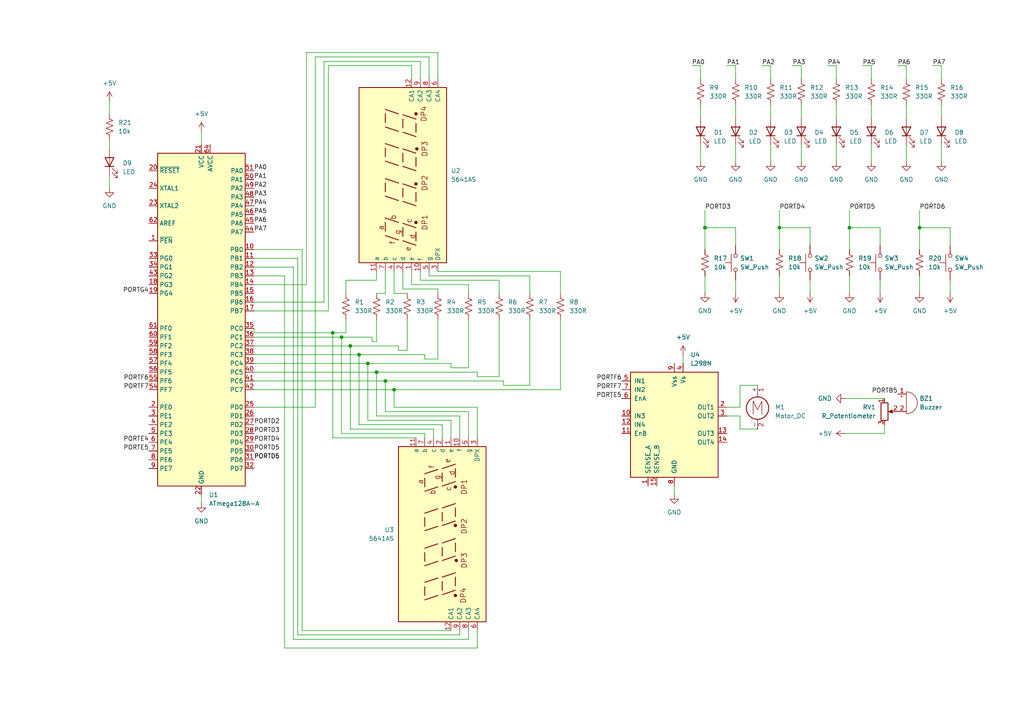
<source format=kicad_sch>
(kicad_sch
	(version 20250114)
	(generator "eeschema")
	(generator_version "9.0")
	(uuid "7e3d9135-d376-4c22-b0ca-f59bcc45b9fe")
	(paper "A4")
	(title_block
		(title "Atmega128A FND LED_Button_control")
		(date "2025-03-10")
		(company "YooSeong")
	)
	(lib_symbols
		(symbol "Device:Buzzer"
			(pin_names
				(offset 0.0254)
				(hide yes)
			)
			(exclude_from_sim no)
			(in_bom yes)
			(on_board yes)
			(property "Reference" "BZ"
				(at 3.81 1.27 0)
				(effects
					(font
						(size 1.27 1.27)
					)
					(justify left)
				)
			)
			(property "Value" "Buzzer"
				(at 3.81 -1.27 0)
				(effects
					(font
						(size 1.27 1.27)
					)
					(justify left)
				)
			)
			(property "Footprint" ""
				(at -0.635 2.54 90)
				(effects
					(font
						(size 1.27 1.27)
					)
					(hide yes)
				)
			)
			(property "Datasheet" "~"
				(at -0.635 2.54 90)
				(effects
					(font
						(size 1.27 1.27)
					)
					(hide yes)
				)
			)
			(property "Description" "Buzzer, polarized"
				(at 0 0 0)
				(effects
					(font
						(size 1.27 1.27)
					)
					(hide yes)
				)
			)
			(property "ki_keywords" "quartz resonator ceramic"
				(at 0 0 0)
				(effects
					(font
						(size 1.27 1.27)
					)
					(hide yes)
				)
			)
			(property "ki_fp_filters" "*Buzzer*"
				(at 0 0 0)
				(effects
					(font
						(size 1.27 1.27)
					)
					(hide yes)
				)
			)
			(symbol "Buzzer_0_1"
				(polyline
					(pts
						(xy -1.651 1.905) (xy -1.143 1.905)
					)
					(stroke
						(width 0)
						(type default)
					)
					(fill
						(type none)
					)
				)
				(polyline
					(pts
						(xy -1.397 2.159) (xy -1.397 1.651)
					)
					(stroke
						(width 0)
						(type default)
					)
					(fill
						(type none)
					)
				)
				(arc
					(start 0 3.175)
					(mid 3.1612 0)
					(end 0 -3.175)
					(stroke
						(width 0)
						(type default)
					)
					(fill
						(type none)
					)
				)
				(polyline
					(pts
						(xy 0 3.175) (xy 0 -3.175)
					)
					(stroke
						(width 0)
						(type default)
					)
					(fill
						(type none)
					)
				)
			)
			(symbol "Buzzer_1_1"
				(pin passive line
					(at -2.54 2.54 0)
					(length 2.54)
					(name "+"
						(effects
							(font
								(size 1.27 1.27)
							)
						)
					)
					(number "1"
						(effects
							(font
								(size 1.27 1.27)
							)
						)
					)
				)
				(pin passive line
					(at -2.54 -2.54 0)
					(length 2.54)
					(name "-"
						(effects
							(font
								(size 1.27 1.27)
							)
						)
					)
					(number "2"
						(effects
							(font
								(size 1.27 1.27)
							)
						)
					)
				)
			)
			(embedded_fonts no)
		)
		(symbol "Device:LED"
			(pin_numbers
				(hide yes)
			)
			(pin_names
				(offset 1.016)
				(hide yes)
			)
			(exclude_from_sim no)
			(in_bom yes)
			(on_board yes)
			(property "Reference" "D"
				(at 0 2.54 0)
				(effects
					(font
						(size 1.27 1.27)
					)
				)
			)
			(property "Value" "LED"
				(at 0 -2.54 0)
				(effects
					(font
						(size 1.27 1.27)
					)
				)
			)
			(property "Footprint" ""
				(at 0 0 0)
				(effects
					(font
						(size 1.27 1.27)
					)
					(hide yes)
				)
			)
			(property "Datasheet" "~"
				(at 0 0 0)
				(effects
					(font
						(size 1.27 1.27)
					)
					(hide yes)
				)
			)
			(property "Description" "Light emitting diode"
				(at 0 0 0)
				(effects
					(font
						(size 1.27 1.27)
					)
					(hide yes)
				)
			)
			(property "Sim.Pins" "1=K 2=A"
				(at 0 0 0)
				(effects
					(font
						(size 1.27 1.27)
					)
					(hide yes)
				)
			)
			(property "ki_keywords" "LED diode"
				(at 0 0 0)
				(effects
					(font
						(size 1.27 1.27)
					)
					(hide yes)
				)
			)
			(property "ki_fp_filters" "LED* LED_SMD:* LED_THT:*"
				(at 0 0 0)
				(effects
					(font
						(size 1.27 1.27)
					)
					(hide yes)
				)
			)
			(symbol "LED_0_1"
				(polyline
					(pts
						(xy -3.048 -0.762) (xy -4.572 -2.286) (xy -3.81 -2.286) (xy -4.572 -2.286) (xy -4.572 -1.524)
					)
					(stroke
						(width 0)
						(type default)
					)
					(fill
						(type none)
					)
				)
				(polyline
					(pts
						(xy -1.778 -0.762) (xy -3.302 -2.286) (xy -2.54 -2.286) (xy -3.302 -2.286) (xy -3.302 -1.524)
					)
					(stroke
						(width 0)
						(type default)
					)
					(fill
						(type none)
					)
				)
				(polyline
					(pts
						(xy -1.27 0) (xy 1.27 0)
					)
					(stroke
						(width 0)
						(type default)
					)
					(fill
						(type none)
					)
				)
				(polyline
					(pts
						(xy -1.27 -1.27) (xy -1.27 1.27)
					)
					(stroke
						(width 0.254)
						(type default)
					)
					(fill
						(type none)
					)
				)
				(polyline
					(pts
						(xy 1.27 -1.27) (xy 1.27 1.27) (xy -1.27 0) (xy 1.27 -1.27)
					)
					(stroke
						(width 0.254)
						(type default)
					)
					(fill
						(type none)
					)
				)
			)
			(symbol "LED_1_1"
				(pin passive line
					(at -3.81 0 0)
					(length 2.54)
					(name "K"
						(effects
							(font
								(size 1.27 1.27)
							)
						)
					)
					(number "1"
						(effects
							(font
								(size 1.27 1.27)
							)
						)
					)
				)
				(pin passive line
					(at 3.81 0 180)
					(length 2.54)
					(name "A"
						(effects
							(font
								(size 1.27 1.27)
							)
						)
					)
					(number "2"
						(effects
							(font
								(size 1.27 1.27)
							)
						)
					)
				)
			)
			(embedded_fonts no)
		)
		(symbol "Device:R_Potentiometer"
			(pin_names
				(offset 1.016)
				(hide yes)
			)
			(exclude_from_sim no)
			(in_bom yes)
			(on_board yes)
			(property "Reference" "RV"
				(at -4.445 0 90)
				(effects
					(font
						(size 1.27 1.27)
					)
				)
			)
			(property "Value" "R_Potentiometer"
				(at -2.54 0 90)
				(effects
					(font
						(size 1.27 1.27)
					)
				)
			)
			(property "Footprint" ""
				(at 0 0 0)
				(effects
					(font
						(size 1.27 1.27)
					)
					(hide yes)
				)
			)
			(property "Datasheet" "~"
				(at 0 0 0)
				(effects
					(font
						(size 1.27 1.27)
					)
					(hide yes)
				)
			)
			(property "Description" "Potentiometer"
				(at 0 0 0)
				(effects
					(font
						(size 1.27 1.27)
					)
					(hide yes)
				)
			)
			(property "ki_keywords" "resistor variable"
				(at 0 0 0)
				(effects
					(font
						(size 1.27 1.27)
					)
					(hide yes)
				)
			)
			(property "ki_fp_filters" "Potentiometer*"
				(at 0 0 0)
				(effects
					(font
						(size 1.27 1.27)
					)
					(hide yes)
				)
			)
			(symbol "R_Potentiometer_0_1"
				(rectangle
					(start 1.016 2.54)
					(end -1.016 -2.54)
					(stroke
						(width 0.254)
						(type default)
					)
					(fill
						(type none)
					)
				)
				(polyline
					(pts
						(xy 1.143 0) (xy 2.286 0.508) (xy 2.286 -0.508) (xy 1.143 0)
					)
					(stroke
						(width 0)
						(type default)
					)
					(fill
						(type outline)
					)
				)
				(polyline
					(pts
						(xy 2.54 0) (xy 1.524 0)
					)
					(stroke
						(width 0)
						(type default)
					)
					(fill
						(type none)
					)
				)
			)
			(symbol "R_Potentiometer_1_1"
				(pin passive line
					(at 0 3.81 270)
					(length 1.27)
					(name "1"
						(effects
							(font
								(size 1.27 1.27)
							)
						)
					)
					(number "1"
						(effects
							(font
								(size 1.27 1.27)
							)
						)
					)
				)
				(pin passive line
					(at 0 -3.81 90)
					(length 1.27)
					(name "3"
						(effects
							(font
								(size 1.27 1.27)
							)
						)
					)
					(number "3"
						(effects
							(font
								(size 1.27 1.27)
							)
						)
					)
				)
				(pin passive line
					(at 3.81 0 180)
					(length 1.27)
					(name "2"
						(effects
							(font
								(size 1.27 1.27)
							)
						)
					)
					(number "2"
						(effects
							(font
								(size 1.27 1.27)
							)
						)
					)
				)
			)
			(embedded_fonts no)
		)
		(symbol "Device:R_US"
			(pin_numbers
				(hide yes)
			)
			(pin_names
				(offset 0)
			)
			(exclude_from_sim no)
			(in_bom yes)
			(on_board yes)
			(property "Reference" "R"
				(at 2.54 0 90)
				(effects
					(font
						(size 1.27 1.27)
					)
				)
			)
			(property "Value" "R_US"
				(at -2.54 0 90)
				(effects
					(font
						(size 1.27 1.27)
					)
				)
			)
			(property "Footprint" ""
				(at 1.016 -0.254 90)
				(effects
					(font
						(size 1.27 1.27)
					)
					(hide yes)
				)
			)
			(property "Datasheet" "~"
				(at 0 0 0)
				(effects
					(font
						(size 1.27 1.27)
					)
					(hide yes)
				)
			)
			(property "Description" "Resistor, US symbol"
				(at 0 0 0)
				(effects
					(font
						(size 1.27 1.27)
					)
					(hide yes)
				)
			)
			(property "ki_keywords" "R res resistor"
				(at 0 0 0)
				(effects
					(font
						(size 1.27 1.27)
					)
					(hide yes)
				)
			)
			(property "ki_fp_filters" "R_*"
				(at 0 0 0)
				(effects
					(font
						(size 1.27 1.27)
					)
					(hide yes)
				)
			)
			(symbol "R_US_0_1"
				(polyline
					(pts
						(xy 0 2.286) (xy 0 2.54)
					)
					(stroke
						(width 0)
						(type default)
					)
					(fill
						(type none)
					)
				)
				(polyline
					(pts
						(xy 0 2.286) (xy 1.016 1.905) (xy 0 1.524) (xy -1.016 1.143) (xy 0 0.762)
					)
					(stroke
						(width 0)
						(type default)
					)
					(fill
						(type none)
					)
				)
				(polyline
					(pts
						(xy 0 0.762) (xy 1.016 0.381) (xy 0 0) (xy -1.016 -0.381) (xy 0 -0.762)
					)
					(stroke
						(width 0)
						(type default)
					)
					(fill
						(type none)
					)
				)
				(polyline
					(pts
						(xy 0 -0.762) (xy 1.016 -1.143) (xy 0 -1.524) (xy -1.016 -1.905) (xy 0 -2.286)
					)
					(stroke
						(width 0)
						(type default)
					)
					(fill
						(type none)
					)
				)
				(polyline
					(pts
						(xy 0 -2.286) (xy 0 -2.54)
					)
					(stroke
						(width 0)
						(type default)
					)
					(fill
						(type none)
					)
				)
			)
			(symbol "R_US_1_1"
				(pin passive line
					(at 0 3.81 270)
					(length 1.27)
					(name "~"
						(effects
							(font
								(size 1.27 1.27)
							)
						)
					)
					(number "1"
						(effects
							(font
								(size 1.27 1.27)
							)
						)
					)
				)
				(pin passive line
					(at 0 -3.81 90)
					(length 1.27)
					(name "~"
						(effects
							(font
								(size 1.27 1.27)
							)
						)
					)
					(number "2"
						(effects
							(font
								(size 1.27 1.27)
							)
						)
					)
				)
			)
			(embedded_fonts no)
		)
		(symbol "Display_Character:CA56-12CGKWA"
			(exclude_from_sim no)
			(in_bom yes)
			(on_board yes)
			(property "Reference" "U"
				(at -24.13 13.97 0)
				(effects
					(font
						(size 1.27 1.27)
					)
				)
			)
			(property "Value" "CA56-12CGKWA"
				(at 17.78 13.97 0)
				(effects
					(font
						(size 1.27 1.27)
					)
				)
			)
			(property "Footprint" "Display_7Segment:CA56-12CGKWA"
				(at 0 -15.24 0)
				(effects
					(font
						(size 1.27 1.27)
					)
					(hide yes)
				)
			)
			(property "Datasheet" "http://www.kingbright.com/attachments/file/psearch/000/00/00/CA56-12CGKWA(Ver.9A).pdf"
				(at -10.922 0.762 0)
				(effects
					(font
						(size 1.27 1.27)
					)
					(hide yes)
				)
			)
			(property "Description" "4 digit 7 segment Green LED, common anode"
				(at 0 0 0)
				(effects
					(font
						(size 1.27 1.27)
					)
					(hide yes)
				)
			)
			(property "ki_keywords" "display LED"
				(at 0 0 0)
				(effects
					(font
						(size 1.27 1.27)
					)
					(hide yes)
				)
			)
			(property "ki_fp_filters" "*CA56*12CGKWA*"
				(at 0 0 0)
				(effects
					(font
						(size 1.27 1.27)
					)
					(hide yes)
				)
			)
			(symbol "CA56-12CGKWA_0_0"
				(rectangle
					(start -25.4 12.7)
					(end 25.4 -12.7)
					(stroke
						(width 0.254)
						(type default)
					)
					(fill
						(type background)
					)
				)
				(polyline
					(pts
						(xy -20.32 -3.81) (xy -19.05 0)
					)
					(stroke
						(width 0.254)
						(type default)
					)
					(fill
						(type none)
					)
				)
				(polyline
					(pts
						(xy -19.05 -3.81) (xy -16.51 -3.81)
					)
					(stroke
						(width 0.254)
						(type default)
					)
					(fill
						(type none)
					)
				)
				(polyline
					(pts
						(xy -18.796 1.27) (xy -17.526 5.08)
					)
					(stroke
						(width 0.254)
						(type default)
					)
					(fill
						(type none)
					)
				)
				(polyline
					(pts
						(xy -17.78 0) (xy -15.24 0)
					)
					(stroke
						(width 0.254)
						(type default)
					)
					(fill
						(type none)
					)
				)
				(polyline
					(pts
						(xy -16.256 5.08) (xy -13.716 5.08)
					)
					(stroke
						(width 0.254)
						(type default)
					)
					(fill
						(type none)
					)
				)
				(polyline
					(pts
						(xy -15.24 -3.81) (xy -13.97 0)
					)
					(stroke
						(width 0.254)
						(type default)
					)
					(fill
						(type none)
					)
				)
				(polyline
					(pts
						(xy -13.716 1.27) (xy -12.446 5.08)
					)
					(stroke
						(width 0.254)
						(type default)
					)
					(fill
						(type none)
					)
				)
				(polyline
					(pts
						(xy -8.89 -3.81) (xy -7.62 0)
					)
					(stroke
						(width 0.254)
						(type default)
					)
					(fill
						(type none)
					)
				)
				(polyline
					(pts
						(xy -7.62 -3.81) (xy -5.08 -3.81)
					)
					(stroke
						(width 0.254)
						(type default)
					)
					(fill
						(type none)
					)
				)
				(polyline
					(pts
						(xy -7.366 1.27) (xy -6.096 5.08)
					)
					(stroke
						(width 0.254)
						(type default)
					)
					(fill
						(type none)
					)
				)
				(polyline
					(pts
						(xy -6.35 0) (xy -3.81 0)
					)
					(stroke
						(width 0.254)
						(type default)
					)
					(fill
						(type none)
					)
				)
				(polyline
					(pts
						(xy -4.826 5.08) (xy -2.286 5.08)
					)
					(stroke
						(width 0.254)
						(type default)
					)
					(fill
						(type none)
					)
				)
				(polyline
					(pts
						(xy -3.81 -3.81) (xy -2.54 0)
					)
					(stroke
						(width 0.254)
						(type default)
					)
					(fill
						(type none)
					)
				)
				(polyline
					(pts
						(xy -2.286 1.27) (xy -1.016 5.08)
					)
					(stroke
						(width 0.254)
						(type default)
					)
					(fill
						(type none)
					)
				)
				(polyline
					(pts
						(xy 1.27 -3.81) (xy 2.54 0)
					)
					(stroke
						(width 0.254)
						(type default)
					)
					(fill
						(type none)
					)
				)
				(polyline
					(pts
						(xy 2.54 -3.81) (xy 5.08 -3.81)
					)
					(stroke
						(width 0.254)
						(type default)
					)
					(fill
						(type none)
					)
				)
				(polyline
					(pts
						(xy 2.794 1.27) (xy 4.064 5.08)
					)
					(stroke
						(width 0.254)
						(type default)
					)
					(fill
						(type none)
					)
				)
				(polyline
					(pts
						(xy 3.81 0) (xy 6.35 0)
					)
					(stroke
						(width 0.254)
						(type default)
					)
					(fill
						(type none)
					)
				)
				(polyline
					(pts
						(xy 5.334 5.08) (xy 7.874 5.08)
					)
					(stroke
						(width 0.254)
						(type default)
					)
					(fill
						(type none)
					)
				)
				(polyline
					(pts
						(xy 6.35 -3.81) (xy 7.62 0)
					)
					(stroke
						(width 0.254)
						(type default)
					)
					(fill
						(type none)
					)
				)
				(polyline
					(pts
						(xy 7.874 1.27) (xy 9.144 5.08)
					)
					(stroke
						(width 0.254)
						(type default)
					)
					(fill
						(type none)
					)
				)
				(polyline
					(pts
						(xy 11.176 -3.81) (xy 12.446 0)
					)
					(stroke
						(width 0.254)
						(type default)
					)
					(fill
						(type none)
					)
				)
				(polyline
					(pts
						(xy 12.446 -3.81) (xy 14.986 -3.81)
					)
					(stroke
						(width 0.254)
						(type default)
					)
					(fill
						(type none)
					)
				)
				(polyline
					(pts
						(xy 12.7 1.27) (xy 13.97 5.08)
					)
					(stroke
						(width 0.254)
						(type default)
					)
					(fill
						(type none)
					)
				)
				(polyline
					(pts
						(xy 13.716 0) (xy 16.256 0)
					)
					(stroke
						(width 0.254)
						(type default)
					)
					(fill
						(type none)
					)
				)
				(polyline
					(pts
						(xy 15.24 5.08) (xy 17.78 5.08)
					)
					(stroke
						(width 0.254)
						(type default)
					)
					(fill
						(type none)
					)
				)
				(polyline
					(pts
						(xy 16.256 -3.81) (xy 17.526 0)
					)
					(stroke
						(width 0.254)
						(type default)
					)
					(fill
						(type none)
					)
				)
				(polyline
					(pts
						(xy 17.78 1.27) (xy 19.05 5.08)
					)
					(stroke
						(width 0.254)
						(type default)
					)
					(fill
						(type none)
					)
				)
				(text "e"
					(at -21.336 -1.524 0)
					(effects
						(font
							(size 1.524 1.524)
						)
					)
				)
				(text "f"
					(at -19.558 3.048 0)
					(effects
						(font
							(size 1.524 1.524)
						)
					)
				)
				(text "d"
					(at -17.78 -2.794 0)
					(effects
						(font
							(size 1.524 1.524)
						)
					)
				)
				(text "g"
					(at -16.51 1.524 0)
					(effects
						(font
							(size 1.524 1.524)
						)
					)
				)
				(text "a"
					(at -15.24 6.35 0)
					(effects
						(font
							(size 1.524 1.524)
						)
					)
				)
				(text "DP1"
					(at -13.716 -6.35 0)
					(effects
						(font
							(size 1.524 1.524)
						)
					)
				)
				(text "c"
					(at -13.208 -1.778 0)
					(effects
						(font
							(size 1.524 1.524)
						)
					)
				)
				(text "b"
					(at -12.192 2.794 0)
					(effects
						(font
							(size 1.524 1.524)
						)
					)
				)
				(text "DP2"
					(at -2.286 -6.35 0)
					(effects
						(font
							(size 1.524 1.524)
						)
					)
				)
				(text "DP3"
					(at 7.62 -6.35 0)
					(effects
						(font
							(size 1.524 1.524)
						)
					)
				)
				(text "DP4"
					(at 17.78 -6.096 0)
					(effects
						(font
							(size 1.524 1.524)
						)
					)
				)
			)
			(symbol "CA56-12CGKWA_0_1"
				(circle
					(center -13.716 -3.81)
					(radius 0.3556)
					(stroke
						(width 0.254)
						(type default)
					)
					(fill
						(type outline)
					)
				)
				(circle
					(center -2.54 -3.81)
					(radius 0.3556)
					(stroke
						(width 0.254)
						(type default)
					)
					(fill
						(type outline)
					)
				)
			)
			(symbol "CA56-12CGKWA_1_0"
				(circle
					(center 7.62 -4.064)
					(radius 0.3556)
					(stroke
						(width 0.254)
						(type default)
					)
					(fill
						(type outline)
					)
				)
				(circle
					(center 17.78 -3.81)
					(radius 0.3556)
					(stroke
						(width 0.254)
						(type default)
					)
					(fill
						(type outline)
					)
				)
			)
			(symbol "CA56-12CGKWA_1_1"
				(pin input line
					(at -27.94 7.62 0)
					(length 2.54)
					(name "a"
						(effects
							(font
								(size 1.27 1.27)
							)
						)
					)
					(number "11"
						(effects
							(font
								(size 1.27 1.27)
							)
						)
					)
				)
				(pin input line
					(at -27.94 5.08 0)
					(length 2.54)
					(name "b"
						(effects
							(font
								(size 1.27 1.27)
							)
						)
					)
					(number "7"
						(effects
							(font
								(size 1.27 1.27)
							)
						)
					)
				)
				(pin input line
					(at -27.94 2.54 0)
					(length 2.54)
					(name "c"
						(effects
							(font
								(size 1.27 1.27)
							)
						)
					)
					(number "4"
						(effects
							(font
								(size 1.27 1.27)
							)
						)
					)
				)
				(pin input line
					(at -27.94 0 0)
					(length 2.54)
					(name "d"
						(effects
							(font
								(size 1.27 1.27)
							)
						)
					)
					(number "2"
						(effects
							(font
								(size 1.27 1.27)
							)
						)
					)
				)
				(pin input line
					(at -27.94 -2.54 0)
					(length 2.54)
					(name "e"
						(effects
							(font
								(size 1.27 1.27)
							)
						)
					)
					(number "1"
						(effects
							(font
								(size 1.27 1.27)
							)
						)
					)
				)
				(pin input line
					(at -27.94 -5.08 0)
					(length 2.54)
					(name "f"
						(effects
							(font
								(size 1.27 1.27)
							)
						)
					)
					(number "10"
						(effects
							(font
								(size 1.27 1.27)
							)
						)
					)
				)
				(pin input line
					(at -27.94 -7.62 0)
					(length 2.54)
					(name "g"
						(effects
							(font
								(size 1.27 1.27)
							)
						)
					)
					(number "5"
						(effects
							(font
								(size 1.27 1.27)
							)
						)
					)
				)
				(pin input line
					(at -27.94 -10.16 0)
					(length 2.54)
					(name "DPX"
						(effects
							(font
								(size 1.27 1.27)
							)
						)
					)
					(number "3"
						(effects
							(font
								(size 1.27 1.27)
							)
						)
					)
				)
				(pin input line
					(at 27.94 -2.54 180)
					(length 2.54)
					(name "CA1"
						(effects
							(font
								(size 1.27 1.27)
							)
						)
					)
					(number "12"
						(effects
							(font
								(size 1.27 1.27)
							)
						)
					)
				)
				(pin input line
					(at 27.94 -5.08 180)
					(length 2.54)
					(name "CA2"
						(effects
							(font
								(size 1.27 1.27)
							)
						)
					)
					(number "9"
						(effects
							(font
								(size 1.27 1.27)
							)
						)
					)
				)
				(pin input line
					(at 27.94 -7.62 180)
					(length 2.54)
					(name "CA3"
						(effects
							(font
								(size 1.27 1.27)
							)
						)
					)
					(number "8"
						(effects
							(font
								(size 1.27 1.27)
							)
						)
					)
				)
				(pin input line
					(at 27.94 -10.16 180)
					(length 2.54)
					(name "CA4"
						(effects
							(font
								(size 1.27 1.27)
							)
						)
					)
					(number "6"
						(effects
							(font
								(size 1.27 1.27)
							)
						)
					)
				)
			)
			(embedded_fonts no)
		)
		(symbol "Driver_Motor:L298N"
			(pin_names
				(offset 1.016)
			)
			(exclude_from_sim no)
			(in_bom yes)
			(on_board yes)
			(property "Reference" "U"
				(at -10.16 16.51 0)
				(effects
					(font
						(size 1.27 1.27)
					)
					(justify right)
				)
			)
			(property "Value" "L298N"
				(at 12.7 16.51 0)
				(effects
					(font
						(size 1.27 1.27)
					)
					(justify right)
				)
			)
			(property "Footprint" "Package_TO_SOT_THT:TO-220-15_P2.54x2.54mm_StaggerOdd_Lead4.58mm_Vertical"
				(at 1.27 -16.51 0)
				(effects
					(font
						(size 1.27 1.27)
					)
					(justify left)
					(hide yes)
				)
			)
			(property "Datasheet" "http://www.st.com/st-web-ui/static/active/en/resource/technical/document/datasheet/CD00000240.pdf"
				(at 3.81 6.35 0)
				(effects
					(font
						(size 1.27 1.27)
					)
					(hide yes)
				)
			)
			(property "Description" "Dual full bridge motor driver, up to 46V, 4A, Multiwatt15-V"
				(at 0 0 0)
				(effects
					(font
						(size 1.27 1.27)
					)
					(hide yes)
				)
			)
			(property "ki_keywords" "H-bridge motor driver"
				(at 0 0 0)
				(effects
					(font
						(size 1.27 1.27)
					)
					(hide yes)
				)
			)
			(property "ki_fp_filters" "TO?220*StaggerOdd*Vertical*"
				(at 0 0 0)
				(effects
					(font
						(size 1.27 1.27)
					)
					(hide yes)
				)
			)
			(symbol "L298N_0_1"
				(rectangle
					(start -12.7 15.24)
					(end 12.7 -15.24)
					(stroke
						(width 0.254)
						(type default)
					)
					(fill
						(type background)
					)
				)
			)
			(symbol "L298N_1_1"
				(pin input line
					(at -15.24 12.7 0)
					(length 2.54)
					(name "IN1"
						(effects
							(font
								(size 1.27 1.27)
							)
						)
					)
					(number "5"
						(effects
							(font
								(size 1.27 1.27)
							)
						)
					)
				)
				(pin input line
					(at -15.24 10.16 0)
					(length 2.54)
					(name "IN2"
						(effects
							(font
								(size 1.27 1.27)
							)
						)
					)
					(number "7"
						(effects
							(font
								(size 1.27 1.27)
							)
						)
					)
				)
				(pin input line
					(at -15.24 7.62 0)
					(length 2.54)
					(name "EnA"
						(effects
							(font
								(size 1.27 1.27)
							)
						)
					)
					(number "6"
						(effects
							(font
								(size 1.27 1.27)
							)
						)
					)
				)
				(pin input line
					(at -15.24 2.54 0)
					(length 2.54)
					(name "IN3"
						(effects
							(font
								(size 1.27 1.27)
							)
						)
					)
					(number "10"
						(effects
							(font
								(size 1.27 1.27)
							)
						)
					)
				)
				(pin input line
					(at -15.24 0 0)
					(length 2.54)
					(name "IN4"
						(effects
							(font
								(size 1.27 1.27)
							)
						)
					)
					(number "12"
						(effects
							(font
								(size 1.27 1.27)
							)
						)
					)
				)
				(pin input line
					(at -15.24 -2.54 0)
					(length 2.54)
					(name "EnB"
						(effects
							(font
								(size 1.27 1.27)
							)
						)
					)
					(number "11"
						(effects
							(font
								(size 1.27 1.27)
							)
						)
					)
				)
				(pin power_in line
					(at -7.62 -17.78 90)
					(length 2.54)
					(name "SENSE_A"
						(effects
							(font
								(size 1.27 1.27)
							)
						)
					)
					(number "1"
						(effects
							(font
								(size 1.27 1.27)
							)
						)
					)
				)
				(pin power_in line
					(at -5.08 -17.78 90)
					(length 2.54)
					(name "SENSE_B"
						(effects
							(font
								(size 1.27 1.27)
							)
						)
					)
					(number "15"
						(effects
							(font
								(size 1.27 1.27)
							)
						)
					)
				)
				(pin power_in line
					(at 0 17.78 270)
					(length 2.54)
					(name "Vss"
						(effects
							(font
								(size 1.27 1.27)
							)
						)
					)
					(number "9"
						(effects
							(font
								(size 1.27 1.27)
							)
						)
					)
				)
				(pin power_in line
					(at 0 -17.78 90)
					(length 2.54)
					(name "GND"
						(effects
							(font
								(size 1.27 1.27)
							)
						)
					)
					(number "8"
						(effects
							(font
								(size 1.27 1.27)
							)
						)
					)
				)
				(pin power_in line
					(at 2.54 17.78 270)
					(length 2.54)
					(name "Vs"
						(effects
							(font
								(size 1.27 1.27)
							)
						)
					)
					(number "4"
						(effects
							(font
								(size 1.27 1.27)
							)
						)
					)
				)
				(pin output line
					(at 15.24 5.08 180)
					(length 2.54)
					(name "OUT1"
						(effects
							(font
								(size 1.27 1.27)
							)
						)
					)
					(number "2"
						(effects
							(font
								(size 1.27 1.27)
							)
						)
					)
				)
				(pin output line
					(at 15.24 2.54 180)
					(length 2.54)
					(name "OUT2"
						(effects
							(font
								(size 1.27 1.27)
							)
						)
					)
					(number "3"
						(effects
							(font
								(size 1.27 1.27)
							)
						)
					)
				)
				(pin output line
					(at 15.24 -2.54 180)
					(length 2.54)
					(name "OUT3"
						(effects
							(font
								(size 1.27 1.27)
							)
						)
					)
					(number "13"
						(effects
							(font
								(size 1.27 1.27)
							)
						)
					)
				)
				(pin output line
					(at 15.24 -5.08 180)
					(length 2.54)
					(name "OUT4"
						(effects
							(font
								(size 1.27 1.27)
							)
						)
					)
					(number "14"
						(effects
							(font
								(size 1.27 1.27)
							)
						)
					)
				)
			)
			(embedded_fonts no)
		)
		(symbol "MCU_Microchip_ATmega:ATmega128A-A"
			(exclude_from_sim no)
			(in_bom yes)
			(on_board yes)
			(property "Reference" "U"
				(at -12.7 49.53 0)
				(effects
					(font
						(size 1.27 1.27)
					)
					(justify left bottom)
				)
			)
			(property "Value" "ATmega128A-A"
				(at 2.54 -49.53 0)
				(effects
					(font
						(size 1.27 1.27)
					)
					(justify left top)
				)
			)
			(property "Footprint" "Package_QFP:TQFP-64_14x14mm_P0.8mm"
				(at 0 0 0)
				(effects
					(font
						(size 1.27 1.27)
						(italic yes)
					)
					(hide yes)
				)
			)
			(property "Datasheet" "http://ww1.microchip.com/downloads/en/DeviceDoc/Atmel-8151-8-bit-AVR-ATmega128A_Datasheet.pdf"
				(at 0 0 0)
				(effects
					(font
						(size 1.27 1.27)
					)
					(hide yes)
				)
			)
			(property "Description" "16MHz, 128kB Flash, 4kB SRAM, 4kB EEPROM, TQFP-64"
				(at 0 0 0)
				(effects
					(font
						(size 1.27 1.27)
					)
					(hide yes)
				)
			)
			(property "ki_keywords" "AVR 8bit Microcontroller MegaAVR"
				(at 0 0 0)
				(effects
					(font
						(size 1.27 1.27)
					)
					(hide yes)
				)
			)
			(property "ki_fp_filters" "TQFP*14x14mm*P0.8mm*"
				(at 0 0 0)
				(effects
					(font
						(size 1.27 1.27)
					)
					(hide yes)
				)
			)
			(symbol "ATmega128A-A_0_1"
				(rectangle
					(start -12.7 -48.26)
					(end 12.7 48.26)
					(stroke
						(width 0.254)
						(type default)
					)
					(fill
						(type background)
					)
				)
			)
			(symbol "ATmega128A-A_1_1"
				(pin input line
					(at -15.24 43.18 0)
					(length 2.54)
					(name "~{RESET}"
						(effects
							(font
								(size 1.27 1.27)
							)
						)
					)
					(number "20"
						(effects
							(font
								(size 1.27 1.27)
							)
						)
					)
				)
				(pin input line
					(at -15.24 38.1 0)
					(length 2.54)
					(name "XTAL1"
						(effects
							(font
								(size 1.27 1.27)
							)
						)
					)
					(number "24"
						(effects
							(font
								(size 1.27 1.27)
							)
						)
					)
				)
				(pin output line
					(at -15.24 33.02 0)
					(length 2.54)
					(name "XTAL2"
						(effects
							(font
								(size 1.27 1.27)
							)
						)
					)
					(number "23"
						(effects
							(font
								(size 1.27 1.27)
							)
						)
					)
				)
				(pin passive line
					(at -15.24 27.94 0)
					(length 2.54)
					(name "AREF"
						(effects
							(font
								(size 1.27 1.27)
							)
						)
					)
					(number "62"
						(effects
							(font
								(size 1.27 1.27)
							)
						)
					)
				)
				(pin input line
					(at -15.24 22.86 0)
					(length 2.54)
					(name "~{PEN}"
						(effects
							(font
								(size 1.27 1.27)
							)
						)
					)
					(number "1"
						(effects
							(font
								(size 1.27 1.27)
							)
						)
					)
				)
				(pin bidirectional line
					(at -15.24 17.78 0)
					(length 2.54)
					(name "PG0"
						(effects
							(font
								(size 1.27 1.27)
							)
						)
					)
					(number "33"
						(effects
							(font
								(size 1.27 1.27)
							)
						)
					)
				)
				(pin bidirectional line
					(at -15.24 15.24 0)
					(length 2.54)
					(name "PG1"
						(effects
							(font
								(size 1.27 1.27)
							)
						)
					)
					(number "34"
						(effects
							(font
								(size 1.27 1.27)
							)
						)
					)
				)
				(pin bidirectional line
					(at -15.24 12.7 0)
					(length 2.54)
					(name "PG2"
						(effects
							(font
								(size 1.27 1.27)
							)
						)
					)
					(number "43"
						(effects
							(font
								(size 1.27 1.27)
							)
						)
					)
				)
				(pin bidirectional line
					(at -15.24 10.16 0)
					(length 2.54)
					(name "PG3"
						(effects
							(font
								(size 1.27 1.27)
							)
						)
					)
					(number "18"
						(effects
							(font
								(size 1.27 1.27)
							)
						)
					)
				)
				(pin bidirectional line
					(at -15.24 7.62 0)
					(length 2.54)
					(name "PG4"
						(effects
							(font
								(size 1.27 1.27)
							)
						)
					)
					(number "19"
						(effects
							(font
								(size 1.27 1.27)
							)
						)
					)
				)
				(pin bidirectional line
					(at -15.24 -2.54 0)
					(length 2.54)
					(name "PF0"
						(effects
							(font
								(size 1.27 1.27)
							)
						)
					)
					(number "61"
						(effects
							(font
								(size 1.27 1.27)
							)
						)
					)
				)
				(pin bidirectional line
					(at -15.24 -5.08 0)
					(length 2.54)
					(name "PF1"
						(effects
							(font
								(size 1.27 1.27)
							)
						)
					)
					(number "60"
						(effects
							(font
								(size 1.27 1.27)
							)
						)
					)
				)
				(pin bidirectional line
					(at -15.24 -7.62 0)
					(length 2.54)
					(name "PF2"
						(effects
							(font
								(size 1.27 1.27)
							)
						)
					)
					(number "59"
						(effects
							(font
								(size 1.27 1.27)
							)
						)
					)
				)
				(pin bidirectional line
					(at -15.24 -10.16 0)
					(length 2.54)
					(name "PF3"
						(effects
							(font
								(size 1.27 1.27)
							)
						)
					)
					(number "58"
						(effects
							(font
								(size 1.27 1.27)
							)
						)
					)
				)
				(pin bidirectional line
					(at -15.24 -12.7 0)
					(length 2.54)
					(name "PF4"
						(effects
							(font
								(size 1.27 1.27)
							)
						)
					)
					(number "57"
						(effects
							(font
								(size 1.27 1.27)
							)
						)
					)
				)
				(pin bidirectional line
					(at -15.24 -15.24 0)
					(length 2.54)
					(name "PF5"
						(effects
							(font
								(size 1.27 1.27)
							)
						)
					)
					(number "56"
						(effects
							(font
								(size 1.27 1.27)
							)
						)
					)
				)
				(pin bidirectional line
					(at -15.24 -17.78 0)
					(length 2.54)
					(name "PF6"
						(effects
							(font
								(size 1.27 1.27)
							)
						)
					)
					(number "55"
						(effects
							(font
								(size 1.27 1.27)
							)
						)
					)
				)
				(pin bidirectional line
					(at -15.24 -20.32 0)
					(length 2.54)
					(name "PF7"
						(effects
							(font
								(size 1.27 1.27)
							)
						)
					)
					(number "54"
						(effects
							(font
								(size 1.27 1.27)
							)
						)
					)
				)
				(pin bidirectional line
					(at -15.24 -25.4 0)
					(length 2.54)
					(name "PE0"
						(effects
							(font
								(size 1.27 1.27)
							)
						)
					)
					(number "2"
						(effects
							(font
								(size 1.27 1.27)
							)
						)
					)
				)
				(pin bidirectional line
					(at -15.24 -27.94 0)
					(length 2.54)
					(name "PE1"
						(effects
							(font
								(size 1.27 1.27)
							)
						)
					)
					(number "3"
						(effects
							(font
								(size 1.27 1.27)
							)
						)
					)
				)
				(pin bidirectional line
					(at -15.24 -30.48 0)
					(length 2.54)
					(name "PE2"
						(effects
							(font
								(size 1.27 1.27)
							)
						)
					)
					(number "4"
						(effects
							(font
								(size 1.27 1.27)
							)
						)
					)
				)
				(pin bidirectional line
					(at -15.24 -33.02 0)
					(length 2.54)
					(name "PE3"
						(effects
							(font
								(size 1.27 1.27)
							)
						)
					)
					(number "5"
						(effects
							(font
								(size 1.27 1.27)
							)
						)
					)
				)
				(pin bidirectional line
					(at -15.24 -35.56 0)
					(length 2.54)
					(name "PE4"
						(effects
							(font
								(size 1.27 1.27)
							)
						)
					)
					(number "6"
						(effects
							(font
								(size 1.27 1.27)
							)
						)
					)
				)
				(pin bidirectional line
					(at -15.24 -38.1 0)
					(length 2.54)
					(name "PE5"
						(effects
							(font
								(size 1.27 1.27)
							)
						)
					)
					(number "7"
						(effects
							(font
								(size 1.27 1.27)
							)
						)
					)
				)
				(pin bidirectional line
					(at -15.24 -40.64 0)
					(length 2.54)
					(name "PE6"
						(effects
							(font
								(size 1.27 1.27)
							)
						)
					)
					(number "8"
						(effects
							(font
								(size 1.27 1.27)
							)
						)
					)
				)
				(pin bidirectional line
					(at -15.24 -43.18 0)
					(length 2.54)
					(name "PE7"
						(effects
							(font
								(size 1.27 1.27)
							)
						)
					)
					(number "9"
						(effects
							(font
								(size 1.27 1.27)
							)
						)
					)
				)
				(pin power_in line
					(at 0 50.8 270)
					(length 2.54)
					(name "VCC"
						(effects
							(font
								(size 1.27 1.27)
							)
						)
					)
					(number "21"
						(effects
							(font
								(size 1.27 1.27)
							)
						)
					)
				)
				(pin passive line
					(at 0 50.8 270)
					(length 2.54)
					(hide yes)
					(name "VCC"
						(effects
							(font
								(size 1.27 1.27)
							)
						)
					)
					(number "52"
						(effects
							(font
								(size 1.27 1.27)
							)
						)
					)
				)
				(pin power_in line
					(at 0 -50.8 90)
					(length 2.54)
					(name "GND"
						(effects
							(font
								(size 1.27 1.27)
							)
						)
					)
					(number "22"
						(effects
							(font
								(size 1.27 1.27)
							)
						)
					)
				)
				(pin passive line
					(at 0 -50.8 90)
					(length 2.54)
					(hide yes)
					(name "GND"
						(effects
							(font
								(size 1.27 1.27)
							)
						)
					)
					(number "53"
						(effects
							(font
								(size 1.27 1.27)
							)
						)
					)
				)
				(pin passive line
					(at 0 -50.8 90)
					(length 2.54)
					(hide yes)
					(name "GND"
						(effects
							(font
								(size 1.27 1.27)
							)
						)
					)
					(number "63"
						(effects
							(font
								(size 1.27 1.27)
							)
						)
					)
				)
				(pin power_in line
					(at 2.54 50.8 270)
					(length 2.54)
					(name "AVCC"
						(effects
							(font
								(size 1.27 1.27)
							)
						)
					)
					(number "64"
						(effects
							(font
								(size 1.27 1.27)
							)
						)
					)
				)
				(pin bidirectional line
					(at 15.24 43.18 180)
					(length 2.54)
					(name "PA0"
						(effects
							(font
								(size 1.27 1.27)
							)
						)
					)
					(number "51"
						(effects
							(font
								(size 1.27 1.27)
							)
						)
					)
				)
				(pin bidirectional line
					(at 15.24 40.64 180)
					(length 2.54)
					(name "PA1"
						(effects
							(font
								(size 1.27 1.27)
							)
						)
					)
					(number "50"
						(effects
							(font
								(size 1.27 1.27)
							)
						)
					)
				)
				(pin bidirectional line
					(at 15.24 38.1 180)
					(length 2.54)
					(name "PA2"
						(effects
							(font
								(size 1.27 1.27)
							)
						)
					)
					(number "49"
						(effects
							(font
								(size 1.27 1.27)
							)
						)
					)
				)
				(pin bidirectional line
					(at 15.24 35.56 180)
					(length 2.54)
					(name "PA3"
						(effects
							(font
								(size 1.27 1.27)
							)
						)
					)
					(number "48"
						(effects
							(font
								(size 1.27 1.27)
							)
						)
					)
				)
				(pin bidirectional line
					(at 15.24 33.02 180)
					(length 2.54)
					(name "PA4"
						(effects
							(font
								(size 1.27 1.27)
							)
						)
					)
					(number "47"
						(effects
							(font
								(size 1.27 1.27)
							)
						)
					)
				)
				(pin bidirectional line
					(at 15.24 30.48 180)
					(length 2.54)
					(name "PA5"
						(effects
							(font
								(size 1.27 1.27)
							)
						)
					)
					(number "46"
						(effects
							(font
								(size 1.27 1.27)
							)
						)
					)
				)
				(pin bidirectional line
					(at 15.24 27.94 180)
					(length 2.54)
					(name "PA6"
						(effects
							(font
								(size 1.27 1.27)
							)
						)
					)
					(number "45"
						(effects
							(font
								(size 1.27 1.27)
							)
						)
					)
				)
				(pin bidirectional line
					(at 15.24 25.4 180)
					(length 2.54)
					(name "PA7"
						(effects
							(font
								(size 1.27 1.27)
							)
						)
					)
					(number "44"
						(effects
							(font
								(size 1.27 1.27)
							)
						)
					)
				)
				(pin bidirectional line
					(at 15.24 20.32 180)
					(length 2.54)
					(name "PB0"
						(effects
							(font
								(size 1.27 1.27)
							)
						)
					)
					(number "10"
						(effects
							(font
								(size 1.27 1.27)
							)
						)
					)
				)
				(pin bidirectional line
					(at 15.24 17.78 180)
					(length 2.54)
					(name "PB1"
						(effects
							(font
								(size 1.27 1.27)
							)
						)
					)
					(number "11"
						(effects
							(font
								(size 1.27 1.27)
							)
						)
					)
				)
				(pin bidirectional line
					(at 15.24 15.24 180)
					(length 2.54)
					(name "PB2"
						(effects
							(font
								(size 1.27 1.27)
							)
						)
					)
					(number "12"
						(effects
							(font
								(size 1.27 1.27)
							)
						)
					)
				)
				(pin bidirectional line
					(at 15.24 12.7 180)
					(length 2.54)
					(name "PB3"
						(effects
							(font
								(size 1.27 1.27)
							)
						)
					)
					(number "13"
						(effects
							(font
								(size 1.27 1.27)
							)
						)
					)
				)
				(pin bidirectional line
					(at 15.24 10.16 180)
					(length 2.54)
					(name "PB4"
						(effects
							(font
								(size 1.27 1.27)
							)
						)
					)
					(number "14"
						(effects
							(font
								(size 1.27 1.27)
							)
						)
					)
				)
				(pin bidirectional line
					(at 15.24 7.62 180)
					(length 2.54)
					(name "PB5"
						(effects
							(font
								(size 1.27 1.27)
							)
						)
					)
					(number "15"
						(effects
							(font
								(size 1.27 1.27)
							)
						)
					)
				)
				(pin bidirectional line
					(at 15.24 5.08 180)
					(length 2.54)
					(name "PB6"
						(effects
							(font
								(size 1.27 1.27)
							)
						)
					)
					(number "16"
						(effects
							(font
								(size 1.27 1.27)
							)
						)
					)
				)
				(pin bidirectional line
					(at 15.24 2.54 180)
					(length 2.54)
					(name "PB7"
						(effects
							(font
								(size 1.27 1.27)
							)
						)
					)
					(number "17"
						(effects
							(font
								(size 1.27 1.27)
							)
						)
					)
				)
				(pin bidirectional line
					(at 15.24 -2.54 180)
					(length 2.54)
					(name "PC0"
						(effects
							(font
								(size 1.27 1.27)
							)
						)
					)
					(number "35"
						(effects
							(font
								(size 1.27 1.27)
							)
						)
					)
				)
				(pin bidirectional line
					(at 15.24 -5.08 180)
					(length 2.54)
					(name "PC1"
						(effects
							(font
								(size 1.27 1.27)
							)
						)
					)
					(number "36"
						(effects
							(font
								(size 1.27 1.27)
							)
						)
					)
				)
				(pin bidirectional line
					(at 15.24 -7.62 180)
					(length 2.54)
					(name "PC2"
						(effects
							(font
								(size 1.27 1.27)
							)
						)
					)
					(number "37"
						(effects
							(font
								(size 1.27 1.27)
							)
						)
					)
				)
				(pin bidirectional line
					(at 15.24 -10.16 180)
					(length 2.54)
					(name "PC3"
						(effects
							(font
								(size 1.27 1.27)
							)
						)
					)
					(number "38"
						(effects
							(font
								(size 1.27 1.27)
							)
						)
					)
				)
				(pin bidirectional line
					(at 15.24 -12.7 180)
					(length 2.54)
					(name "PC4"
						(effects
							(font
								(size 1.27 1.27)
							)
						)
					)
					(number "39"
						(effects
							(font
								(size 1.27 1.27)
							)
						)
					)
				)
				(pin bidirectional line
					(at 15.24 -15.24 180)
					(length 2.54)
					(name "PC5"
						(effects
							(font
								(size 1.27 1.27)
							)
						)
					)
					(number "40"
						(effects
							(font
								(size 1.27 1.27)
							)
						)
					)
				)
				(pin bidirectional line
					(at 15.24 -17.78 180)
					(length 2.54)
					(name "PC6"
						(effects
							(font
								(size 1.27 1.27)
							)
						)
					)
					(number "41"
						(effects
							(font
								(size 1.27 1.27)
							)
						)
					)
				)
				(pin bidirectional line
					(at 15.24 -20.32 180)
					(length 2.54)
					(name "PC7"
						(effects
							(font
								(size 1.27 1.27)
							)
						)
					)
					(number "42"
						(effects
							(font
								(size 1.27 1.27)
							)
						)
					)
				)
				(pin bidirectional line
					(at 15.24 -25.4 180)
					(length 2.54)
					(name "PD0"
						(effects
							(font
								(size 1.27 1.27)
							)
						)
					)
					(number "25"
						(effects
							(font
								(size 1.27 1.27)
							)
						)
					)
				)
				(pin bidirectional line
					(at 15.24 -27.94 180)
					(length 2.54)
					(name "PD1"
						(effects
							(font
								(size 1.27 1.27)
							)
						)
					)
					(number "26"
						(effects
							(font
								(size 1.27 1.27)
							)
						)
					)
				)
				(pin bidirectional line
					(at 15.24 -30.48 180)
					(length 2.54)
					(name "PD2"
						(effects
							(font
								(size 1.27 1.27)
							)
						)
					)
					(number "27"
						(effects
							(font
								(size 1.27 1.27)
							)
						)
					)
				)
				(pin bidirectional line
					(at 15.24 -33.02 180)
					(length 2.54)
					(name "PD3"
						(effects
							(font
								(size 1.27 1.27)
							)
						)
					)
					(number "28"
						(effects
							(font
								(size 1.27 1.27)
							)
						)
					)
				)
				(pin bidirectional line
					(at 15.24 -35.56 180)
					(length 2.54)
					(name "PD4"
						(effects
							(font
								(size 1.27 1.27)
							)
						)
					)
					(number "29"
						(effects
							(font
								(size 1.27 1.27)
							)
						)
					)
				)
				(pin bidirectional line
					(at 15.24 -38.1 180)
					(length 2.54)
					(name "PD5"
						(effects
							(font
								(size 1.27 1.27)
							)
						)
					)
					(number "30"
						(effects
							(font
								(size 1.27 1.27)
							)
						)
					)
				)
				(pin bidirectional line
					(at 15.24 -40.64 180)
					(length 2.54)
					(name "PD6"
						(effects
							(font
								(size 1.27 1.27)
							)
						)
					)
					(number "31"
						(effects
							(font
								(size 1.27 1.27)
							)
						)
					)
				)
				(pin bidirectional line
					(at 15.24 -43.18 180)
					(length 2.54)
					(name "PD7"
						(effects
							(font
								(size 1.27 1.27)
							)
						)
					)
					(number "32"
						(effects
							(font
								(size 1.27 1.27)
							)
						)
					)
				)
			)
			(embedded_fonts no)
		)
		(symbol "Motor:Motor_DC"
			(pin_names
				(offset 0)
			)
			(exclude_from_sim no)
			(in_bom yes)
			(on_board yes)
			(property "Reference" "M"
				(at 2.54 2.54 0)
				(effects
					(font
						(size 1.27 1.27)
					)
					(justify left)
				)
			)
			(property "Value" "Motor_DC"
				(at 2.54 -5.08 0)
				(effects
					(font
						(size 1.27 1.27)
					)
					(justify left top)
				)
			)
			(property "Footprint" ""
				(at 0 -2.286 0)
				(effects
					(font
						(size 1.27 1.27)
					)
					(hide yes)
				)
			)
			(property "Datasheet" "~"
				(at 0 -2.286 0)
				(effects
					(font
						(size 1.27 1.27)
					)
					(hide yes)
				)
			)
			(property "Description" "DC Motor"
				(at 0 0 0)
				(effects
					(font
						(size 1.27 1.27)
					)
					(hide yes)
				)
			)
			(property "ki_keywords" "DC Motor"
				(at 0 0 0)
				(effects
					(font
						(size 1.27 1.27)
					)
					(hide yes)
				)
			)
			(property "ki_fp_filters" "PinHeader*P2.54mm* TerminalBlock*"
				(at 0 0 0)
				(effects
					(font
						(size 1.27 1.27)
					)
					(hide yes)
				)
			)
			(symbol "Motor_DC_0_0"
				(polyline
					(pts
						(xy -1.27 -3.302) (xy -1.27 0.508) (xy 0 -2.032) (xy 1.27 0.508) (xy 1.27 -3.302)
					)
					(stroke
						(width 0)
						(type default)
					)
					(fill
						(type none)
					)
				)
			)
			(symbol "Motor_DC_0_1"
				(polyline
					(pts
						(xy 0 2.032) (xy 0 2.54)
					)
					(stroke
						(width 0)
						(type default)
					)
					(fill
						(type none)
					)
				)
				(polyline
					(pts
						(xy 0 1.7272) (xy 0 2.0828)
					)
					(stroke
						(width 0)
						(type default)
					)
					(fill
						(type none)
					)
				)
				(circle
					(center 0 -1.524)
					(radius 3.2512)
					(stroke
						(width 0.254)
						(type default)
					)
					(fill
						(type none)
					)
				)
				(polyline
					(pts
						(xy 0 -4.7752) (xy 0 -5.1816)
					)
					(stroke
						(width 0)
						(type default)
					)
					(fill
						(type none)
					)
				)
				(polyline
					(pts
						(xy 0 -7.62) (xy 0 -7.112)
					)
					(stroke
						(width 0)
						(type default)
					)
					(fill
						(type none)
					)
				)
			)
			(symbol "Motor_DC_1_1"
				(pin passive line
					(at 0 5.08 270)
					(length 2.54)
					(name "+"
						(effects
							(font
								(size 1.27 1.27)
							)
						)
					)
					(number "1"
						(effects
							(font
								(size 1.27 1.27)
							)
						)
					)
				)
				(pin passive line
					(at 0 -7.62 90)
					(length 2.54)
					(name "-"
						(effects
							(font
								(size 1.27 1.27)
							)
						)
					)
					(number "2"
						(effects
							(font
								(size 1.27 1.27)
							)
						)
					)
				)
			)
			(embedded_fonts no)
		)
		(symbol "Switch:SW_Push"
			(pin_numbers
				(hide yes)
			)
			(pin_names
				(offset 1.016)
				(hide yes)
			)
			(exclude_from_sim no)
			(in_bom yes)
			(on_board yes)
			(property "Reference" "SW"
				(at 1.27 2.54 0)
				(effects
					(font
						(size 1.27 1.27)
					)
					(justify left)
				)
			)
			(property "Value" "SW_Push"
				(at 0 -1.524 0)
				(effects
					(font
						(size 1.27 1.27)
					)
				)
			)
			(property "Footprint" ""
				(at 0 5.08 0)
				(effects
					(font
						(size 1.27 1.27)
					)
					(hide yes)
				)
			)
			(property "Datasheet" "~"
				(at 0 5.08 0)
				(effects
					(font
						(size 1.27 1.27)
					)
					(hide yes)
				)
			)
			(property "Description" "Push button switch, generic, two pins"
				(at 0 0 0)
				(effects
					(font
						(size 1.27 1.27)
					)
					(hide yes)
				)
			)
			(property "ki_keywords" "switch normally-open pushbutton push-button"
				(at 0 0 0)
				(effects
					(font
						(size 1.27 1.27)
					)
					(hide yes)
				)
			)
			(symbol "SW_Push_0_1"
				(circle
					(center -2.032 0)
					(radius 0.508)
					(stroke
						(width 0)
						(type default)
					)
					(fill
						(type none)
					)
				)
				(polyline
					(pts
						(xy 0 1.27) (xy 0 3.048)
					)
					(stroke
						(width 0)
						(type default)
					)
					(fill
						(type none)
					)
				)
				(circle
					(center 2.032 0)
					(radius 0.508)
					(stroke
						(width 0)
						(type default)
					)
					(fill
						(type none)
					)
				)
				(polyline
					(pts
						(xy 2.54 1.27) (xy -2.54 1.27)
					)
					(stroke
						(width 0)
						(type default)
					)
					(fill
						(type none)
					)
				)
				(pin passive line
					(at -5.08 0 0)
					(length 2.54)
					(name "1"
						(effects
							(font
								(size 1.27 1.27)
							)
						)
					)
					(number "1"
						(effects
							(font
								(size 1.27 1.27)
							)
						)
					)
				)
				(pin passive line
					(at 5.08 0 180)
					(length 2.54)
					(name "2"
						(effects
							(font
								(size 1.27 1.27)
							)
						)
					)
					(number "2"
						(effects
							(font
								(size 1.27 1.27)
							)
						)
					)
				)
			)
			(embedded_fonts no)
		)
		(symbol "power:+5V"
			(power)
			(pin_numbers
				(hide yes)
			)
			(pin_names
				(offset 0)
				(hide yes)
			)
			(exclude_from_sim no)
			(in_bom yes)
			(on_board yes)
			(property "Reference" "#PWR"
				(at 0 -3.81 0)
				(effects
					(font
						(size 1.27 1.27)
					)
					(hide yes)
				)
			)
			(property "Value" "+5V"
				(at 0 3.556 0)
				(effects
					(font
						(size 1.27 1.27)
					)
				)
			)
			(property "Footprint" ""
				(at 0 0 0)
				(effects
					(font
						(size 1.27 1.27)
					)
					(hide yes)
				)
			)
			(property "Datasheet" ""
				(at 0 0 0)
				(effects
					(font
						(size 1.27 1.27)
					)
					(hide yes)
				)
			)
			(property "Description" "Power symbol creates a global label with name \"+5V\""
				(at 0 0 0)
				(effects
					(font
						(size 1.27 1.27)
					)
					(hide yes)
				)
			)
			(property "ki_keywords" "global power"
				(at 0 0 0)
				(effects
					(font
						(size 1.27 1.27)
					)
					(hide yes)
				)
			)
			(symbol "+5V_0_1"
				(polyline
					(pts
						(xy -0.762 1.27) (xy 0 2.54)
					)
					(stroke
						(width 0)
						(type default)
					)
					(fill
						(type none)
					)
				)
				(polyline
					(pts
						(xy 0 2.54) (xy 0.762 1.27)
					)
					(stroke
						(width 0)
						(type default)
					)
					(fill
						(type none)
					)
				)
				(polyline
					(pts
						(xy 0 0) (xy 0 2.54)
					)
					(stroke
						(width 0)
						(type default)
					)
					(fill
						(type none)
					)
				)
			)
			(symbol "+5V_1_1"
				(pin power_in line
					(at 0 0 90)
					(length 0)
					(name "~"
						(effects
							(font
								(size 1.27 1.27)
							)
						)
					)
					(number "1"
						(effects
							(font
								(size 1.27 1.27)
							)
						)
					)
				)
			)
			(embedded_fonts no)
		)
		(symbol "power:GND"
			(power)
			(pin_numbers
				(hide yes)
			)
			(pin_names
				(offset 0)
				(hide yes)
			)
			(exclude_from_sim no)
			(in_bom yes)
			(on_board yes)
			(property "Reference" "#PWR"
				(at 0 -6.35 0)
				(effects
					(font
						(size 1.27 1.27)
					)
					(hide yes)
				)
			)
			(property "Value" "GND"
				(at 0 -3.81 0)
				(effects
					(font
						(size 1.27 1.27)
					)
				)
			)
			(property "Footprint" ""
				(at 0 0 0)
				(effects
					(font
						(size 1.27 1.27)
					)
					(hide yes)
				)
			)
			(property "Datasheet" ""
				(at 0 0 0)
				(effects
					(font
						(size 1.27 1.27)
					)
					(hide yes)
				)
			)
			(property "Description" "Power symbol creates a global label with name \"GND\" , ground"
				(at 0 0 0)
				(effects
					(font
						(size 1.27 1.27)
					)
					(hide yes)
				)
			)
			(property "ki_keywords" "global power"
				(at 0 0 0)
				(effects
					(font
						(size 1.27 1.27)
					)
					(hide yes)
				)
			)
			(symbol "GND_0_1"
				(polyline
					(pts
						(xy 0 0) (xy 0 -1.27) (xy 1.27 -1.27) (xy 0 -2.54) (xy -1.27 -1.27) (xy 0 -1.27)
					)
					(stroke
						(width 0)
						(type default)
					)
					(fill
						(type none)
					)
				)
			)
			(symbol "GND_1_1"
				(pin power_in line
					(at 0 0 270)
					(length 0)
					(name "~"
						(effects
							(font
								(size 1.27 1.27)
							)
						)
					)
					(number "1"
						(effects
							(font
								(size 1.27 1.27)
							)
						)
					)
				)
			)
			(embedded_fonts no)
		)
	)
	(junction
		(at 106.68 105.41)
		(diameter 0)
		(color 0 0 0 0)
		(uuid "0341fb2e-13c9-4266-b791-b1802522a2c5")
	)
	(junction
		(at 114.3 113.03)
		(diameter 0)
		(color 0 0 0 0)
		(uuid "073ce523-8f03-4946-9d5e-a829a349396f")
	)
	(junction
		(at 246.38 66.04)
		(diameter 0)
		(color 0 0 0 0)
		(uuid "1d86b3b4-5a14-4853-878e-141f3cc5f511")
	)
	(junction
		(at 109.22 107.95)
		(diameter 0)
		(color 0 0 0 0)
		(uuid "5bab2b5a-f4ef-4e02-a98f-0157cfb6a426")
	)
	(junction
		(at 96.52 96.52)
		(diameter 0)
		(color 0 0 0 0)
		(uuid "9ab8f074-3793-41a5-ad56-c38ea429010f")
	)
	(junction
		(at 101.6 100.33)
		(diameter 0)
		(color 0 0 0 0)
		(uuid "ad768c05-05c6-4439-af48-c2ff179a2350")
	)
	(junction
		(at 204.47 66.04)
		(diameter 0)
		(color 0 0 0 0)
		(uuid "bc18d1b0-43f7-4868-a774-f65219297250")
	)
	(junction
		(at 99.06 97.79)
		(diameter 0)
		(color 0 0 0 0)
		(uuid "c71606dd-32c4-4acd-a1b2-df69b8d92055")
	)
	(junction
		(at 104.14 102.87)
		(diameter 0)
		(color 0 0 0 0)
		(uuid "cce70026-9a76-451a-853c-db63d463b817")
	)
	(junction
		(at 266.7 66.04)
		(diameter 0)
		(color 0 0 0 0)
		(uuid "d037969c-a378-4420-9910-ab0d928399be")
	)
	(junction
		(at 226.06 66.04)
		(diameter 0)
		(color 0 0 0 0)
		(uuid "e0162d4f-0653-42db-935d-4db82e980da5")
	)
	(junction
		(at 111.76 110.49)
		(diameter 0)
		(color 0 0 0 0)
		(uuid "e545269b-5c19-4cb6-89d8-3456eabf6bd1")
	)
	(wire
		(pts
			(xy 198.12 102.87) (xy 198.12 105.41)
		)
		(stroke
			(width 0)
			(type default)
		)
		(uuid "040a9c65-3fe7-4f63-b53d-0b87ba08a780")
	)
	(wire
		(pts
			(xy 82.55 187.96) (xy 82.55 80.01)
		)
		(stroke
			(width 0)
			(type default)
		)
		(uuid "06878065-919a-405b-990f-ccee087d2a4a")
	)
	(wire
		(pts
			(xy 109.22 78.74) (xy 109.22 81.28)
		)
		(stroke
			(width 0)
			(type default)
		)
		(uuid "06e0d521-9a8d-4729-b91c-480a84c7f4ef")
	)
	(wire
		(pts
			(xy 58.42 38.1) (xy 58.42 41.91)
		)
		(stroke
			(width 0)
			(type default)
		)
		(uuid "0a09bf5a-0124-4b33-90e8-fba27db4e352")
	)
	(wire
		(pts
			(xy 262.89 41.91) (xy 262.89 46.99)
		)
		(stroke
			(width 0)
			(type default)
		)
		(uuid "0a972b14-f0ef-4a69-a852-97f5c07b1fc8")
	)
	(wire
		(pts
			(xy 255.27 81.28) (xy 255.27 85.09)
		)
		(stroke
			(width 0)
			(type default)
		)
		(uuid "0b56e032-b434-47c2-bf8e-70d18eccf969")
	)
	(wire
		(pts
			(xy 127 104.14) (xy 127 92.71)
		)
		(stroke
			(width 0)
			(type default)
		)
		(uuid "0c39ce26-50fb-43eb-b325-fdba06e27112")
	)
	(wire
		(pts
			(xy 242.57 22.86) (xy 242.57 19.05)
		)
		(stroke
			(width 0)
			(type default)
		)
		(uuid "0d38830e-a96a-4390-b848-a73d8df35f84")
	)
	(wire
		(pts
			(xy 99.06 97.79) (xy 99.06 125.73)
		)
		(stroke
			(width 0)
			(type default)
		)
		(uuid "0d6e497e-223e-49ca-b3f4-55bb774ee83d")
	)
	(wire
		(pts
			(xy 270.51 19.05) (xy 273.05 19.05)
		)
		(stroke
			(width 0)
			(type default)
		)
		(uuid "0ee8e881-5a73-42c5-b48d-35087951fe18")
	)
	(wire
		(pts
			(xy 73.66 97.79) (xy 99.06 97.79)
		)
		(stroke
			(width 0)
			(type default)
		)
		(uuid "102e01c2-bf65-4396-9391-e9147688ccb5")
	)
	(wire
		(pts
			(xy 100.33 81.28) (xy 100.33 85.09)
		)
		(stroke
			(width 0)
			(type default)
		)
		(uuid "10c4a6c7-da10-4a02-b6d3-8233bff19405")
	)
	(wire
		(pts
			(xy 118.11 85.09) (xy 114.3 85.09)
		)
		(stroke
			(width 0)
			(type default)
		)
		(uuid "10f5ad92-32f6-4477-965c-9070a42fb40e")
	)
	(wire
		(pts
			(xy 91.44 118.11) (xy 91.44 16.51)
		)
		(stroke
			(width 0)
			(type default)
		)
		(uuid "1127e6df-23f6-4408-af84-0704dea4f5c9")
	)
	(wire
		(pts
			(xy 109.22 99.06) (xy 109.22 92.71)
		)
		(stroke
			(width 0)
			(type default)
		)
		(uuid "143d0f38-41dd-4b71-b017-ca84385e2c67")
	)
	(wire
		(pts
			(xy 106.68 121.92) (xy 106.68 105.41)
		)
		(stroke
			(width 0)
			(type default)
		)
		(uuid "14e9a817-3ea9-4a51-b491-ece1a5446409")
	)
	(wire
		(pts
			(xy 101.6 100.33) (xy 101.6 124.46)
		)
		(stroke
			(width 0)
			(type default)
		)
		(uuid "156178fa-308b-4a3b-89fc-89f5f1fe480f")
	)
	(wire
		(pts
			(xy 204.47 66.04) (xy 204.47 72.39)
		)
		(stroke
			(width 0)
			(type default)
		)
		(uuid "16e4177d-08a1-4f81-9dec-bc842b52d54e")
	)
	(wire
		(pts
			(xy 214.63 111.76) (xy 219.71 111.76)
		)
		(stroke
			(width 0)
			(type default)
		)
		(uuid "1821fea7-b785-4251-b3b2-c6fe9dd4febc")
	)
	(wire
		(pts
			(xy 109.22 81.28) (xy 100.33 81.28)
		)
		(stroke
			(width 0)
			(type default)
		)
		(uuid "1948a5fa-6c3b-464f-9fc6-c84ab0c27a7c")
	)
	(wire
		(pts
			(xy 226.06 66.04) (xy 226.06 72.39)
		)
		(stroke
			(width 0)
			(type default)
		)
		(uuid "1a5214f0-30d9-494a-b57f-e3b6bc9176ab")
	)
	(wire
		(pts
			(xy 100.33 92.71) (xy 100.33 96.52)
		)
		(stroke
			(width 0)
			(type default)
		)
		(uuid "1a8d8f7e-c702-47fa-818c-6c432f0b3a33")
	)
	(wire
		(pts
			(xy 73.66 105.41) (xy 106.68 105.41)
		)
		(stroke
			(width 0)
			(type default)
		)
		(uuid "1f808a5d-5e26-4976-aaf6-cd61cc858ff7")
	)
	(wire
		(pts
			(xy 246.38 66.04) (xy 246.38 72.39)
		)
		(stroke
			(width 0)
			(type default)
		)
		(uuid "200624f5-1c79-4f48-82a9-6c2be3de4562")
	)
	(wire
		(pts
			(xy 31.75 29.21) (xy 31.75 33.02)
		)
		(stroke
			(width 0)
			(type default)
		)
		(uuid "223e2e3a-f82e-4931-b933-9531887df10a")
	)
	(wire
		(pts
			(xy 242.57 41.91) (xy 242.57 46.99)
		)
		(stroke
			(width 0)
			(type default)
		)
		(uuid "24261e94-a4cc-41fd-96d8-94a67555f3a7")
	)
	(wire
		(pts
			(xy 223.52 30.48) (xy 223.52 34.29)
		)
		(stroke
			(width 0)
			(type default)
		)
		(uuid "28284975-26f0-4a98-aef0-57854e8f7517")
	)
	(wire
		(pts
			(xy 275.59 81.28) (xy 275.59 85.09)
		)
		(stroke
			(width 0)
			(type default)
		)
		(uuid "2a7bc9e2-6da4-4e17-b291-cdcc1ec4d4ed")
	)
	(wire
		(pts
			(xy 195.58 143.51) (xy 195.58 140.97)
		)
		(stroke
			(width 0)
			(type default)
		)
		(uuid "2b593a2a-af93-4f5b-832e-eefe14dd744c")
	)
	(wire
		(pts
			(xy 242.57 30.48) (xy 242.57 34.29)
		)
		(stroke
			(width 0)
			(type default)
		)
		(uuid "2d8d0825-f53e-4d9c-8fe9-77a8004b39bb")
	)
	(wire
		(pts
			(xy 223.52 22.86) (xy 223.52 19.05)
		)
		(stroke
			(width 0)
			(type default)
		)
		(uuid "3126f084-6753-4cef-88d3-47a39a063fa2")
	)
	(wire
		(pts
			(xy 210.82 118.11) (xy 214.63 118.11)
		)
		(stroke
			(width 0)
			(type default)
		)
		(uuid "3368bcd6-d83f-4428-a460-f3ce5294ed99")
	)
	(wire
		(pts
			(xy 121.92 81.28) (xy 121.92 78.74)
		)
		(stroke
			(width 0)
			(type default)
		)
		(uuid "34a6fcd8-e11c-46cd-8d56-6a4fac61d596")
	)
	(wire
		(pts
			(xy 88.9 82.55) (xy 88.9 15.24)
		)
		(stroke
			(width 0)
			(type default)
		)
		(uuid "3639ebe7-45ba-4699-9c49-c99e12fa6d6d")
	)
	(wire
		(pts
			(xy 127 83.82) (xy 116.84 83.82)
		)
		(stroke
			(width 0)
			(type default)
		)
		(uuid "363eaf76-29e2-4e8e-9d25-96962774cc0c")
	)
	(wire
		(pts
			(xy 223.52 41.91) (xy 223.52 46.99)
		)
		(stroke
			(width 0)
			(type default)
		)
		(uuid "364cc085-0f05-4975-8a36-7689fa4d0864")
	)
	(wire
		(pts
			(xy 256.54 125.73) (xy 256.54 123.19)
		)
		(stroke
			(width 0)
			(type default)
		)
		(uuid "379ff955-943a-4fbd-901a-98b95751a6cf")
	)
	(wire
		(pts
			(xy 123.19 104.14) (xy 123.19 102.87)
		)
		(stroke
			(width 0)
			(type default)
		)
		(uuid "387a770d-b2c7-46d9-9c24-a76aaad65376")
	)
	(wire
		(pts
			(xy 144.78 81.28) (xy 121.92 81.28)
		)
		(stroke
			(width 0)
			(type default)
		)
		(uuid "39387e70-8f8b-4e1c-9915-13968af53337")
	)
	(wire
		(pts
			(xy 95.25 19.05) (xy 119.38 19.05)
		)
		(stroke
			(width 0)
			(type default)
		)
		(uuid "40e22aea-0289-4cdc-b77a-c143c45b14a6")
	)
	(wire
		(pts
			(xy 128.27 123.19) (xy 104.14 123.19)
		)
		(stroke
			(width 0)
			(type default)
		)
		(uuid "445d84cd-8bd9-408b-8b60-ecd0a2ffc9b7")
	)
	(wire
		(pts
			(xy 213.36 66.04) (xy 204.47 66.04)
		)
		(stroke
			(width 0)
			(type default)
		)
		(uuid "47032e77-2a2d-4cbf-8751-9273ae8fcb73")
	)
	(wire
		(pts
			(xy 213.36 71.12) (xy 213.36 66.04)
		)
		(stroke
			(width 0)
			(type default)
		)
		(uuid "475d5b5d-ce63-4b86-ad1a-a597c3da8eb8")
	)
	(wire
		(pts
			(xy 125.73 124.46) (xy 101.6 124.46)
		)
		(stroke
			(width 0)
			(type default)
		)
		(uuid "49394944-be1b-40c1-9e22-4bc66879d7d8")
	)
	(wire
		(pts
			(xy 120.65 127) (xy 96.52 127)
		)
		(stroke
			(width 0)
			(type default)
		)
		(uuid "49eecc8b-95b0-4fbf-ac59-081233470f4e")
	)
	(wire
		(pts
			(xy 73.66 118.11) (xy 91.44 118.11)
		)
		(stroke
			(width 0)
			(type default)
		)
		(uuid "4a960344-7890-4620-861e-b0bfa80188e4")
	)
	(wire
		(pts
			(xy 125.73 127) (xy 125.73 124.46)
		)
		(stroke
			(width 0)
			(type default)
		)
		(uuid "4a9ef689-ea77-4425-ae3b-30a9d42a16d4")
	)
	(wire
		(pts
			(xy 153.67 111.76) (xy 153.67 92.71)
		)
		(stroke
			(width 0)
			(type default)
		)
		(uuid "4c2f1b3c-3a94-4b8b-8560-0f3f8fca3d7d")
	)
	(wire
		(pts
			(xy 128.27 127) (xy 128.27 123.19)
		)
		(stroke
			(width 0)
			(type default)
		)
		(uuid "4c2ff8d9-2621-4ff2-87d1-2e2771338473")
	)
	(wire
		(pts
			(xy 123.19 127) (xy 123.19 125.73)
		)
		(stroke
			(width 0)
			(type default)
		)
		(uuid "51799295-ccc4-40f3-a7e3-6ed2dd71f5c5")
	)
	(wire
		(pts
			(xy 135.89 185.42) (xy 85.09 185.42)
		)
		(stroke
			(width 0)
			(type default)
		)
		(uuid "523c2abd-9c4c-4384-9fd0-ed27e336f5e9")
	)
	(wire
		(pts
			(xy 226.06 60.96) (xy 226.06 66.04)
		)
		(stroke
			(width 0)
			(type default)
		)
		(uuid "532da3ae-7062-4bab-8a40-f0b21792eec1")
	)
	(wire
		(pts
			(xy 73.66 107.95) (xy 109.22 107.95)
		)
		(stroke
			(width 0)
			(type default)
		)
		(uuid "53d3148b-d0e8-4e3c-842f-d9876807886e")
	)
	(wire
		(pts
			(xy 93.98 87.63) (xy 93.98 17.78)
		)
		(stroke
			(width 0)
			(type default)
		)
		(uuid "5690b759-3a20-48e0-a2ef-2a4cb333cdc3")
	)
	(wire
		(pts
			(xy 133.35 120.65) (xy 109.22 120.65)
		)
		(stroke
			(width 0)
			(type default)
		)
		(uuid "56bee0e2-fe5e-480a-ac97-ea9e00bf3ba7")
	)
	(wire
		(pts
			(xy 123.19 125.73) (xy 99.06 125.73)
		)
		(stroke
			(width 0)
			(type default)
		)
		(uuid "5ae193db-2f43-4643-9d26-6ad2a4116418")
	)
	(wire
		(pts
			(xy 130.81 182.88) (xy 87.63 182.88)
		)
		(stroke
			(width 0)
			(type default)
		)
		(uuid "5c8f2293-71d9-4d7d-8f54-6bba5de3d2b5")
	)
	(wire
		(pts
			(xy 86.36 184.15) (xy 86.36 74.93)
		)
		(stroke
			(width 0)
			(type default)
		)
		(uuid "5df9918f-f30a-43fa-a13f-bcb651528108")
	)
	(wire
		(pts
			(xy 144.78 109.22) (xy 144.78 92.71)
		)
		(stroke
			(width 0)
			(type default)
		)
		(uuid "605ffc60-261f-4a3f-bc9c-ac23952501a4")
	)
	(wire
		(pts
			(xy 58.42 143.51) (xy 58.42 146.05)
		)
		(stroke
			(width 0)
			(type default)
		)
		(uuid "60e38a56-7d38-434a-aefe-44136ff0f1d8")
	)
	(wire
		(pts
			(xy 127 85.09) (xy 127 83.82)
		)
		(stroke
			(width 0)
			(type default)
		)
		(uuid "61e795cb-802e-43c0-9da8-f9e6ccfbcebc")
	)
	(wire
		(pts
			(xy 124.46 80.01) (xy 124.46 78.74)
		)
		(stroke
			(width 0)
			(type default)
		)
		(uuid "6549d28e-07cf-4aa3-aa57-83fb183d0657")
	)
	(wire
		(pts
			(xy 127 15.24) (xy 127 22.86)
		)
		(stroke
			(width 0)
			(type default)
		)
		(uuid "674b4a1d-c6da-42cf-96d7-b5d36f980f9e")
	)
	(wire
		(pts
			(xy 130.81 106.68) (xy 135.89 106.68)
		)
		(stroke
			(width 0)
			(type default)
		)
		(uuid "68bef806-c33a-4a23-99f2-3a6e239b6831")
	)
	(wire
		(pts
			(xy 214.63 120.65) (xy 214.63 124.46)
		)
		(stroke
			(width 0)
			(type default)
		)
		(uuid "6a90ab4e-1609-4223-96d8-a1f33bfe96db")
	)
	(wire
		(pts
			(xy 266.7 80.01) (xy 266.7 85.09)
		)
		(stroke
			(width 0)
			(type default)
		)
		(uuid "6adbb457-2fd3-4b6f-b2c6-8bedf5631bd3")
	)
	(wire
		(pts
			(xy 73.66 90.17) (xy 95.25 90.17)
		)
		(stroke
			(width 0)
			(type default)
		)
		(uuid "6cb099c9-e0cf-4f2f-978e-8c485c701aa2")
	)
	(wire
		(pts
			(xy 250.19 19.05) (xy 252.73 19.05)
		)
		(stroke
			(width 0)
			(type default)
		)
		(uuid "6d2f5aa3-d361-4fb0-a2fc-96cefcd905d3")
	)
	(wire
		(pts
			(xy 146.05 111.76) (xy 146.05 110.49)
		)
		(stroke
			(width 0)
			(type default)
		)
		(uuid "6d68299e-3de8-4544-9ad3-5181ff9854e4")
	)
	(wire
		(pts
			(xy 262.89 30.48) (xy 262.89 34.29)
		)
		(stroke
			(width 0)
			(type default)
		)
		(uuid "6da9c9b2-901c-41cb-80da-742adc546562")
	)
	(wire
		(pts
			(xy 214.63 118.11) (xy 214.63 111.76)
		)
		(stroke
			(width 0)
			(type default)
		)
		(uuid "6ecd6908-e859-4abd-b8e0-e64693943f61")
	)
	(wire
		(pts
			(xy 124.46 16.51) (xy 124.46 22.86)
		)
		(stroke
			(width 0)
			(type default)
		)
		(uuid "71ce2b20-8ac5-4cea-abf2-4891bc142984")
	)
	(wire
		(pts
			(xy 245.11 125.73) (xy 256.54 125.73)
		)
		(stroke
			(width 0)
			(type default)
		)
		(uuid "735be33f-c06c-4ddb-8723-0034ee964a65")
	)
	(wire
		(pts
			(xy 210.82 120.65) (xy 214.63 120.65)
		)
		(stroke
			(width 0)
			(type default)
		)
		(uuid "74ce5334-68c4-4a60-acf8-45d85c927250")
	)
	(wire
		(pts
			(xy 138.43 118.11) (xy 114.3 118.11)
		)
		(stroke
			(width 0)
			(type default)
		)
		(uuid "7618adee-b512-4c1b-8b16-16da70d41057")
	)
	(wire
		(pts
			(xy 109.22 120.65) (xy 109.22 107.95)
		)
		(stroke
			(width 0)
			(type default)
		)
		(uuid "764b400a-3d48-4e44-a3e4-85a0e77bf0a5")
	)
	(wire
		(pts
			(xy 111.76 119.38) (xy 111.76 110.49)
		)
		(stroke
			(width 0)
			(type default)
		)
		(uuid "78f485b9-88d9-44bf-b2de-cf9096058f89")
	)
	(wire
		(pts
			(xy 204.47 80.01) (xy 204.47 85.09)
		)
		(stroke
			(width 0)
			(type default)
		)
		(uuid "79fdc39a-5e23-4c29-a1c5-322a8faa872e")
	)
	(wire
		(pts
			(xy 107.95 99.06) (xy 107.95 97.79)
		)
		(stroke
			(width 0)
			(type default)
		)
		(uuid "7a02ea31-9f78-4a53-a726-7cbe967e3018")
	)
	(wire
		(pts
			(xy 73.66 82.55) (xy 88.9 82.55)
		)
		(stroke
			(width 0)
			(type default)
		)
		(uuid "7aeec374-06f8-4fd3-870f-6c8ddd299d78")
	)
	(wire
		(pts
			(xy 234.95 66.04) (xy 226.06 66.04)
		)
		(stroke
			(width 0)
			(type default)
		)
		(uuid "7b2d7e28-ef8e-4d6a-8b52-a191c51a7e23")
	)
	(wire
		(pts
			(xy 85.09 77.47) (xy 73.66 77.47)
		)
		(stroke
			(width 0)
			(type default)
		)
		(uuid "7c80e6b0-2bf7-4887-b812-12d0d7955eb5")
	)
	(wire
		(pts
			(xy 135.89 127) (xy 135.89 119.38)
		)
		(stroke
			(width 0)
			(type default)
		)
		(uuid "7e231472-f6c9-4be6-8ffc-18583c8f4db0")
	)
	(wire
		(pts
			(xy 138.43 182.88) (xy 138.43 187.96)
		)
		(stroke
			(width 0)
			(type default)
		)
		(uuid "7e29333e-6634-46d9-b8d5-d0bc94bcedfa")
	)
	(wire
		(pts
			(xy 123.19 102.87) (xy 104.14 102.87)
		)
		(stroke
			(width 0)
			(type default)
		)
		(uuid "816f5f93-9f4b-4c65-a744-05aa2c26eba5")
	)
	(wire
		(pts
			(xy 114.3 113.03) (xy 162.56 113.03)
		)
		(stroke
			(width 0)
			(type default)
		)
		(uuid "823a638c-1ee4-406a-b88e-c5b696904bb2")
	)
	(wire
		(pts
			(xy 138.43 107.95) (xy 109.22 107.95)
		)
		(stroke
			(width 0)
			(type default)
		)
		(uuid "8290df0d-da83-4d81-b58a-127a47e583d6")
	)
	(wire
		(pts
			(xy 153.67 80.01) (xy 124.46 80.01)
		)
		(stroke
			(width 0)
			(type default)
		)
		(uuid "82f576e8-65d8-4ef1-bd18-0f850ae4fe61")
	)
	(wire
		(pts
			(xy 162.56 78.74) (xy 127 78.74)
		)
		(stroke
			(width 0)
			(type default)
		)
		(uuid "836a3348-b7bb-4e42-a823-d4b2c1cfec3e")
	)
	(wire
		(pts
			(xy 95.25 90.17) (xy 95.25 19.05)
		)
		(stroke
			(width 0)
			(type default)
		)
		(uuid "841e9c24-0251-4988-a6eb-b20c416f87e7")
	)
	(wire
		(pts
			(xy 234.95 81.28) (xy 234.95 85.09)
		)
		(stroke
			(width 0)
			(type default)
		)
		(uuid "84fff13e-f1a5-4f07-9b56-57b518a2b122")
	)
	(wire
		(pts
			(xy 85.09 185.42) (xy 85.09 77.47)
		)
		(stroke
			(width 0)
			(type default)
		)
		(uuid "8657c5d8-8a1f-49de-976e-61922007f403")
	)
	(wire
		(pts
			(xy 260.35 19.05) (xy 262.89 19.05)
		)
		(stroke
			(width 0)
			(type default)
		)
		(uuid "880cdba3-b037-4cfe-b89f-055dd8035156")
	)
	(wire
		(pts
			(xy 133.35 127) (xy 133.35 120.65)
		)
		(stroke
			(width 0)
			(type default)
		)
		(uuid "88cbf8cd-0a69-4085-8fda-cc9631912b03")
	)
	(wire
		(pts
			(xy 232.41 41.91) (xy 232.41 46.99)
		)
		(stroke
			(width 0)
			(type default)
		)
		(uuid "8b882e6e-c34b-4dbd-9b67-5ad4aa670c24")
	)
	(wire
		(pts
			(xy 255.27 71.12) (xy 255.27 66.04)
		)
		(stroke
			(width 0)
			(type default)
		)
		(uuid "8cfcadc6-eaf1-49d9-81cb-8c80d7f5ee10")
	)
	(wire
		(pts
			(xy 138.43 109.22) (xy 138.43 107.95)
		)
		(stroke
			(width 0)
			(type default)
		)
		(uuid "8ec43f78-b3d0-4f13-81f7-5001512d92b0")
	)
	(wire
		(pts
			(xy 73.66 96.52) (xy 73.66 95.25)
		)
		(stroke
			(width 0)
			(type default)
		)
		(uuid "91207628-3f8d-4803-b945-1c6ebd339799")
	)
	(wire
		(pts
			(xy 96.52 127) (xy 96.52 96.52)
		)
		(stroke
			(width 0)
			(type default)
		)
		(uuid "924afa04-751b-41a9-985a-4633d0d1ce2d")
	)
	(wire
		(pts
			(xy 246.38 60.96) (xy 246.38 66.04)
		)
		(stroke
			(width 0)
			(type default)
		)
		(uuid "931e6cf9-afdf-41a1-8289-c558ec87fb9c")
	)
	(wire
		(pts
			(xy 213.36 22.86) (xy 213.36 19.05)
		)
		(stroke
			(width 0)
			(type default)
		)
		(uuid "94b09a69-0ba6-470d-9a7c-3be4128e2075")
	)
	(wire
		(pts
			(xy 200.66 19.05) (xy 203.2 19.05)
		)
		(stroke
			(width 0)
			(type default)
		)
		(uuid "960480bc-08c0-4512-8f00-5e4067f52723")
	)
	(wire
		(pts
			(xy 252.73 30.48) (xy 252.73 34.29)
		)
		(stroke
			(width 0)
			(type default)
		)
		(uuid "9a21deb9-66c5-4083-8cba-a7f7147183d2")
	)
	(wire
		(pts
			(xy 107.95 99.06) (xy 109.22 99.06)
		)
		(stroke
			(width 0)
			(type default)
		)
		(uuid "9b3c8593-c335-4e5d-8a9f-95bdaad4d983")
	)
	(wire
		(pts
			(xy 115.57 101.6) (xy 115.57 100.33)
		)
		(stroke
			(width 0)
			(type default)
		)
		(uuid "9b44ce6b-b296-4fe6-bc3a-6de487949012")
	)
	(wire
		(pts
			(xy 214.63 124.46) (xy 219.71 124.46)
		)
		(stroke
			(width 0)
			(type default)
		)
		(uuid "9bdb01a1-b1b2-4a34-b749-825427e53e6e")
	)
	(wire
		(pts
			(xy 109.22 85.09) (xy 111.76 85.09)
		)
		(stroke
			(width 0)
			(type default)
		)
		(uuid "9c6ed93d-db69-4d36-b37b-b0fab73a6157")
	)
	(wire
		(pts
			(xy 107.95 97.79) (xy 99.06 97.79)
		)
		(stroke
			(width 0)
			(type default)
		)
		(uuid "9db8e743-aed5-44cc-85ce-8fb9722a8858")
	)
	(wire
		(pts
			(xy 123.19 104.14) (xy 127 104.14)
		)
		(stroke
			(width 0)
			(type default)
		)
		(uuid "9e7b2545-a5b8-4466-b030-a0a893d48d29")
	)
	(wire
		(pts
			(xy 93.98 17.78) (xy 121.92 17.78)
		)
		(stroke
			(width 0)
			(type default)
		)
		(uuid "9f4c2e91-d84e-4636-813a-02adc3430827")
	)
	(wire
		(pts
			(xy 114.3 78.74) (xy 114.3 85.09)
		)
		(stroke
			(width 0)
			(type default)
		)
		(uuid "a010c24a-64d8-4be3-862a-c7bdbf33b931")
	)
	(wire
		(pts
			(xy 115.57 101.6) (xy 118.11 101.6)
		)
		(stroke
			(width 0)
			(type default)
		)
		(uuid "a0136b94-da48-4e3b-a69a-4cd0dd79d170")
	)
	(wire
		(pts
			(xy 135.89 106.68) (xy 135.89 92.71)
		)
		(stroke
			(width 0)
			(type default)
		)
		(uuid "a0a2f559-597e-4cbe-a964-e53595cfbfe7")
	)
	(wire
		(pts
			(xy 252.73 41.91) (xy 252.73 46.99)
		)
		(stroke
			(width 0)
			(type default)
		)
		(uuid "a159027a-2e56-4645-a66f-013d9f0abc6b")
	)
	(wire
		(pts
			(xy 213.36 81.28) (xy 213.36 85.09)
		)
		(stroke
			(width 0)
			(type default)
		)
		(uuid "a1cff029-7179-4d51-95be-399a6c206f5b")
	)
	(wire
		(pts
			(xy 116.84 78.74) (xy 116.84 83.82)
		)
		(stroke
			(width 0)
			(type default)
		)
		(uuid "a2c4ab65-4f27-4702-a530-ab75fcd78aab")
	)
	(wire
		(pts
			(xy 73.66 96.52) (xy 96.52 96.52)
		)
		(stroke
			(width 0)
			(type default)
		)
		(uuid "a476a6ee-7f9a-4b40-bdf0-abfbd8d93cf3")
	)
	(wire
		(pts
			(xy 130.81 105.41) (xy 106.68 105.41)
		)
		(stroke
			(width 0)
			(type default)
		)
		(uuid "a4bdab1c-e7a1-4855-9afe-8b557bb1333c")
	)
	(wire
		(pts
			(xy 273.05 30.48) (xy 273.05 34.29)
		)
		(stroke
			(width 0)
			(type default)
		)
		(uuid "a5b445e9-53dd-4464-9b71-e4b93cba1ce2")
	)
	(wire
		(pts
			(xy 203.2 41.91) (xy 203.2 46.99)
		)
		(stroke
			(width 0)
			(type default)
		)
		(uuid "a6af4d98-8f47-43b1-9963-066e3537b4c0")
	)
	(wire
		(pts
			(xy 232.41 22.86) (xy 232.41 19.05)
		)
		(stroke
			(width 0)
			(type default)
		)
		(uuid "a6b0a9c1-7588-4326-90f4-93e54c0a760a")
	)
	(wire
		(pts
			(xy 138.43 109.22) (xy 144.78 109.22)
		)
		(stroke
			(width 0)
			(type default)
		)
		(uuid "a78bb4ae-6a96-4c68-921d-13413b23dbb9")
	)
	(wire
		(pts
			(xy 133.35 184.15) (xy 86.36 184.15)
		)
		(stroke
			(width 0)
			(type default)
		)
		(uuid "a82d741f-b850-4115-9e37-1efd86d4c439")
	)
	(wire
		(pts
			(xy 86.36 74.93) (xy 73.66 74.93)
		)
		(stroke
			(width 0)
			(type default)
		)
		(uuid "abb0e846-249f-4f0f-becd-8048375d2476")
	)
	(wire
		(pts
			(xy 119.38 19.05) (xy 119.38 22.86)
		)
		(stroke
			(width 0)
			(type default)
		)
		(uuid "ac41eb82-8ae6-480a-b57d-1ad4b17f6c17")
	)
	(wire
		(pts
			(xy 130.81 121.92) (xy 106.68 121.92)
		)
		(stroke
			(width 0)
			(type default)
		)
		(uuid "acfc01aa-d158-4c96-a4da-fb03b430901e")
	)
	(wire
		(pts
			(xy 135.89 85.09) (xy 135.89 82.55)
		)
		(stroke
			(width 0)
			(type default)
		)
		(uuid "b1d998ea-d859-4936-8eb5-0f6e58b9e7cf")
	)
	(wire
		(pts
			(xy 232.41 30.48) (xy 232.41 34.29)
		)
		(stroke
			(width 0)
			(type default)
		)
		(uuid "b353af58-f76a-4533-9e1f-2290b22c0654")
	)
	(wire
		(pts
			(xy 146.05 111.76) (xy 153.67 111.76)
		)
		(stroke
			(width 0)
			(type default)
		)
		(uuid "b37299e4-31ba-4c53-abaf-26aedd12b8cf")
	)
	(wire
		(pts
			(xy 73.66 80.01) (xy 82.55 80.01)
		)
		(stroke
			(width 0)
			(type default)
		)
		(uuid "b4847dfd-6097-40a9-a14f-f8057116556d")
	)
	(wire
		(pts
			(xy 73.66 102.87) (xy 104.14 102.87)
		)
		(stroke
			(width 0)
			(type default)
		)
		(uuid "b50458bd-86b8-4767-bce0-f51e94d6672a")
	)
	(wire
		(pts
			(xy 87.63 182.88) (xy 87.63 72.39)
		)
		(stroke
			(width 0)
			(type default)
		)
		(uuid "b6302ae8-183f-4f3c-810e-c1e8db92e9e5")
	)
	(wire
		(pts
			(xy 121.92 17.78) (xy 121.92 22.86)
		)
		(stroke
			(width 0)
			(type default)
		)
		(uuid "b93b0210-eff7-4879-91f9-b1564e155491")
	)
	(wire
		(pts
			(xy 73.66 100.33) (xy 101.6 100.33)
		)
		(stroke
			(width 0)
			(type default)
		)
		(uuid "bb1388a6-1249-4896-b275-2cc131578ed9")
	)
	(wire
		(pts
			(xy 133.35 182.88) (xy 133.35 184.15)
		)
		(stroke
			(width 0)
			(type default)
		)
		(uuid "bc0b3cd9-ace8-42af-9e1d-cfab03d9d77d")
	)
	(wire
		(pts
			(xy 135.89 119.38) (xy 111.76 119.38)
		)
		(stroke
			(width 0)
			(type default)
		)
		(uuid "bd3f02d5-18ba-47bb-bcfc-27165ce7f824")
	)
	(wire
		(pts
			(xy 262.89 22.86) (xy 262.89 19.05)
		)
		(stroke
			(width 0)
			(type default)
		)
		(uuid "bfd09e19-7cf3-4671-95f7-f75f80fbd309")
	)
	(wire
		(pts
			(xy 203.2 30.48) (xy 203.2 34.29)
		)
		(stroke
			(width 0)
			(type default)
		)
		(uuid "c1d6de19-93f4-4055-bd8e-83b6e52088e4")
	)
	(wire
		(pts
			(xy 138.43 187.96) (xy 82.55 187.96)
		)
		(stroke
			(width 0)
			(type default)
		)
		(uuid "c591e18b-1590-4210-b328-e3160620809a")
	)
	(wire
		(pts
			(xy 240.03 19.05) (xy 242.57 19.05)
		)
		(stroke
			(width 0)
			(type default)
		)
		(uuid "c59f429b-d922-45a1-8579-373c47005f77")
	)
	(wire
		(pts
			(xy 135.89 82.55) (xy 119.38 82.55)
		)
		(stroke
			(width 0)
			(type default)
		)
		(uuid "c84a580a-203c-495c-a8ec-72f6d5667b91")
	)
	(wire
		(pts
			(xy 245.11 115.57) (xy 256.54 115.57)
		)
		(stroke
			(width 0)
			(type default)
		)
		(uuid "c978706c-2c46-44cf-8144-5c07d180ae8f")
	)
	(wire
		(pts
			(xy 87.63 72.39) (xy 73.66 72.39)
		)
		(stroke
			(width 0)
			(type default)
		)
		(uuid "cbd0fda6-f806-4612-aef8-ad681e09bc81")
	)
	(wire
		(pts
			(xy 266.7 66.04) (xy 266.7 72.39)
		)
		(stroke
			(width 0)
			(type default)
		)
		(uuid "ccb2e22f-cfd8-499b-a982-61af0df575e5")
	)
	(wire
		(pts
			(xy 73.66 87.63) (xy 93.98 87.63)
		)
		(stroke
			(width 0)
			(type default)
		)
		(uuid "d05fa41f-8b8d-462b-977c-38f42d4fbd56")
	)
	(wire
		(pts
			(xy 255.27 66.04) (xy 246.38 66.04)
		)
		(stroke
			(width 0)
			(type default)
		)
		(uuid "d0987677-1a70-407a-b41c-1660edc14888")
	)
	(wire
		(pts
			(xy 104.14 102.87) (xy 104.14 123.19)
		)
		(stroke
			(width 0)
			(type default)
		)
		(uuid "d16cb6c3-bf81-4738-98ec-cc0d5a9ee2c3")
	)
	(wire
		(pts
			(xy 234.95 71.12) (xy 234.95 66.04)
		)
		(stroke
			(width 0)
			(type default)
		)
		(uuid "d2704ed3-d122-4214-b7b3-9a374b8f0c44")
	)
	(wire
		(pts
			(xy 273.05 22.86) (xy 273.05 19.05)
		)
		(stroke
			(width 0)
			(type default)
		)
		(uuid "d2f1d64c-92ec-4032-9e15-2f46d3a7b4b1")
	)
	(wire
		(pts
			(xy 119.38 78.74) (xy 119.38 82.55)
		)
		(stroke
			(width 0)
			(type default)
		)
		(uuid "d56e01fd-c73c-4594-9f07-32005280280b")
	)
	(wire
		(pts
			(xy 162.56 85.09) (xy 162.56 78.74)
		)
		(stroke
			(width 0)
			(type default)
		)
		(uuid "d6db9e00-b489-4c49-89cc-7f66cf856940")
	)
	(wire
		(pts
			(xy 111.76 78.74) (xy 111.76 85.09)
		)
		(stroke
			(width 0)
			(type default)
		)
		(uuid "d7cf8ef3-423c-4221-aebb-9587c16da63a")
	)
	(wire
		(pts
			(xy 115.57 100.33) (xy 101.6 100.33)
		)
		(stroke
			(width 0)
			(type default)
		)
		(uuid "d97f2bfd-0aa1-4ae9-899f-71ea67388d25")
	)
	(wire
		(pts
			(xy 213.36 41.91) (xy 213.36 46.99)
		)
		(stroke
			(width 0)
			(type default)
		)
		(uuid "db305286-7397-4e3d-8973-8801ee59a455")
	)
	(wire
		(pts
			(xy 273.05 41.91) (xy 273.05 46.99)
		)
		(stroke
			(width 0)
			(type default)
		)
		(uuid "dbf9fbce-5b88-4069-9925-1e89bbdc58d6")
	)
	(wire
		(pts
			(xy 153.67 85.09) (xy 153.67 80.01)
		)
		(stroke
			(width 0)
			(type default)
		)
		(uuid "dd8150f9-d0b0-4d42-bfe7-947f1ea3355c")
	)
	(wire
		(pts
			(xy 88.9 15.24) (xy 127 15.24)
		)
		(stroke
			(width 0)
			(type default)
		)
		(uuid "dd839e39-839a-48aa-99e0-39f6695a83ef")
	)
	(wire
		(pts
			(xy 246.38 80.01) (xy 246.38 85.09)
		)
		(stroke
			(width 0)
			(type default)
		)
		(uuid "de7ae2d8-febe-4e90-b305-20c7e8de3c02")
	)
	(wire
		(pts
			(xy 118.11 101.6) (xy 118.11 92.71)
		)
		(stroke
			(width 0)
			(type default)
		)
		(uuid "df01d721-9ffe-4528-a3b5-4239b30ecf00")
	)
	(wire
		(pts
			(xy 275.59 66.04) (xy 266.7 66.04)
		)
		(stroke
			(width 0)
			(type default)
		)
		(uuid "e2e9d025-51fd-4515-af5d-434cdc5755a9")
	)
	(wire
		(pts
			(xy 203.2 22.86) (xy 203.2 19.05)
		)
		(stroke
			(width 0)
			(type default)
		)
		(uuid "e3804555-9f64-45d8-9116-c59a6054a566")
	)
	(wire
		(pts
			(xy 252.73 22.86) (xy 252.73 19.05)
		)
		(stroke
			(width 0)
			(type default)
		)
		(uuid "e5f326e0-4e5b-4bdc-addc-0eb049ff6167")
	)
	(wire
		(pts
			(xy 100.33 96.52) (xy 96.52 96.52)
		)
		(stroke
			(width 0)
			(type default)
		)
		(uuid "e7810c41-5200-49fb-945c-eeface75bbad")
	)
	(wire
		(pts
			(xy 144.78 85.09) (xy 144.78 81.28)
		)
		(stroke
			(width 0)
			(type default)
		)
		(uuid "e91c3dd4-66e8-4fbc-a52f-26c01d167679")
	)
	(wire
		(pts
			(xy 114.3 118.11) (xy 114.3 113.03)
		)
		(stroke
			(width 0)
			(type default)
		)
		(uuid "e9ab9ae2-a1c0-477c-9862-f9a8979a2adb")
	)
	(wire
		(pts
			(xy 213.36 30.48) (xy 213.36 34.29)
		)
		(stroke
			(width 0)
			(type default)
		)
		(uuid "ea474371-d664-4e85-a918-cdf15a83c698")
	)
	(wire
		(pts
			(xy 266.7 60.96) (xy 266.7 66.04)
		)
		(stroke
			(width 0)
			(type default)
		)
		(uuid "ebdd170f-1593-4eb5-8d94-39fa6c45cc71")
	)
	(wire
		(pts
			(xy 130.81 106.68) (xy 130.81 105.41)
		)
		(stroke
			(width 0)
			(type default)
		)
		(uuid "ec313787-526b-4c41-ab8d-7bf9d15a7909")
	)
	(wire
		(pts
			(xy 130.81 127) (xy 130.81 121.92)
		)
		(stroke
			(width 0)
			(type default)
		)
		(uuid "ed52c8b2-0836-4b06-9b2b-e033a4e4b540")
	)
	(wire
		(pts
			(xy 135.89 182.88) (xy 135.89 185.42)
		)
		(stroke
			(width 0)
			(type default)
		)
		(uuid "ef1a647e-5343-4456-a3bd-4ac72fd6e638")
	)
	(wire
		(pts
			(xy 162.56 113.03) (xy 162.56 92.71)
		)
		(stroke
			(width 0)
			(type default)
		)
		(uuid "ef6c153c-f957-43de-b21c-140cd2b3960e")
	)
	(wire
		(pts
			(xy 220.98 19.05) (xy 223.52 19.05)
		)
		(stroke
			(width 0)
			(type default)
		)
		(uuid "f0586b58-bd2f-4f01-a9b6-1274c58ec8de")
	)
	(wire
		(pts
			(xy 31.75 50.8) (xy 31.75 54.61)
		)
		(stroke
			(width 0)
			(type default)
		)
		(uuid "f38a00bd-7e28-40ae-8d93-00ec42744644")
	)
	(wire
		(pts
			(xy 146.05 110.49) (xy 111.76 110.49)
		)
		(stroke
			(width 0)
			(type default)
		)
		(uuid "f4df41de-2736-4cad-b6e7-1f3bdd21c3d1")
	)
	(wire
		(pts
			(xy 210.82 19.05) (xy 213.36 19.05)
		)
		(stroke
			(width 0)
			(type default)
		)
		(uuid "f676e0fd-7381-46b1-b2be-2ab3618c3e93")
	)
	(wire
		(pts
			(xy 275.59 71.12) (xy 275.59 66.04)
		)
		(stroke
			(width 0)
			(type default)
		)
		(uuid "f7d5d804-af8a-46c2-8235-65bd207852d1")
	)
	(wire
		(pts
			(xy 138.43 127) (xy 138.43 118.11)
		)
		(stroke
			(width 0)
			(type default)
		)
		(uuid "f7f208a1-8070-4064-be7f-0ec7e9502f18")
	)
	(wire
		(pts
			(xy 73.66 110.49) (xy 111.76 110.49)
		)
		(stroke
			(width 0)
			(type default)
		)
		(uuid "f9cf7e23-41e0-4c48-ac5d-57360c9735d3")
	)
	(wire
		(pts
			(xy 91.44 16.51) (xy 124.46 16.51)
		)
		(stroke
			(width 0)
			(type default)
		)
		(uuid "fa9b17e9-b830-4293-a9de-fc268c7858cf")
	)
	(wire
		(pts
			(xy 204.47 60.96) (xy 204.47 66.04)
		)
		(stroke
			(width 0)
			(type default)
		)
		(uuid "fc88d0f1-2879-4bfd-a9a3-491fe7476735")
	)
	(wire
		(pts
			(xy 73.66 113.03) (xy 114.3 113.03)
		)
		(stroke
			(width 0)
			(type default)
		)
		(uuid "fe1ad515-c3d2-4d4e-809b-2d52f757bfb1")
	)
	(wire
		(pts
			(xy 226.06 80.01) (xy 226.06 85.09)
		)
		(stroke
			(width 0)
			(type default)
		)
		(uuid "fe49ffae-6eac-41be-80ca-d078c64c41a3")
	)
	(wire
		(pts
			(xy 31.75 40.64) (xy 31.75 43.18)
		)
		(stroke
			(width 0)
			(type default)
		)
		(uuid "ff2bb08f-c114-4eef-8394-aa4c1e6bfafb")
	)
	(wire
		(pts
			(xy 229.87 19.05) (xy 232.41 19.05)
		)
		(stroke
			(width 0)
			(type default)
		)
		(uuid "ffacd4e0-10d8-4f2c-aa1a-6e7f1cee4bde")
	)
	(label "PORTB5"
		(at 260.35 114.3 180)
		(effects
			(font
				(size 1.27 1.27)
			)
			(justify right bottom)
		)
		(uuid "0304f7a2-f0f1-4e12-bd77-cfc70e1d0bdb")
	)
	(label "PORTD4"
		(at 73.66 128.27 0)
		(effects
			(font
				(size 1.27 1.27)
			)
			(justify left bottom)
		)
		(uuid "07584d5c-0d0b-4d8e-8e6b-d6117979fd9d")
	)
	(label "PORTF6"
		(at 180.34 110.49 180)
		(effects
			(font
				(size 1.27 1.27)
			)
			(justify right bottom)
		)
		(uuid "096b22de-9a91-47d8-9c5c-0059af38d11a")
	)
	(label "PORTD5"
		(at 73.66 133.35 0)
		(effects
			(font
				(size 1.27 1.27)
			)
			(justify left bottom)
		)
		(uuid "1af9ed40-efa0-4406-a314-64011079a583")
	)
	(label "PA7"
		(at 270.51 19.05 0)
		(effects
			(font
				(size 1.27 1.27)
			)
			(justify left bottom)
		)
		(uuid "26bd3b4a-9eb5-439c-b7b7-c210db8a7edd")
	)
	(label "PA4"
		(at 73.66 59.69 0)
		(effects
			(font
				(size 1.27 1.27)
			)
			(justify left bottom)
		)
		(uuid "34cfb311-6c45-4b95-aaf3-c61c717afc7c")
	)
	(label "PORTE5"
		(at 180.34 115.57 180)
		(effects
			(font
				(size 1.27 1.27)
			)
			(justify right bottom)
		)
		(uuid "35107777-6ee0-44c1-a811-9f1c49838771")
	)
	(label "PA5"
		(at 73.66 62.23 0)
		(effects
			(font
				(size 1.27 1.27)
			)
			(justify left bottom)
		)
		(uuid "360ca4fe-08d4-4f15-8029-ada25e202ce9")
	)
	(label "PORTD2"
		(at 73.66 123.19 0)
		(effects
			(font
				(size 1.27 1.27)
			)
			(justify left bottom)
		)
		(uuid "36e0fb3a-9072-4707-855e-276a72a7950f")
	)
	(label "PORTF7"
		(at 43.18 113.03 180)
		(effects
			(font
				(size 1.27 1.27)
			)
			(justify right bottom)
		)
		(uuid "3bc8c49b-e98d-4fc6-b9f9-9dc81afd5443")
	)
	(label "PA2"
		(at 73.66 54.61 0)
		(effects
			(font
				(size 1.27 1.27)
			)
			(justify left bottom)
		)
		(uuid "3d7de844-b871-455f-b2ce-0fbbfaf53241")
	)
	(label "PA4"
		(at 240.03 19.05 0)
		(effects
			(font
				(size 1.27 1.27)
			)
			(justify left bottom)
		)
		(uuid "3dc69bdf-3ef5-4f16-8e2c-4262f6fd4e03")
	)
	(label "PORTE4"
		(at 43.18 128.27 180)
		(effects
			(font
				(size 1.27 1.27)
			)
			(justify right bottom)
		)
		(uuid "4101a226-2aca-4643-92e2-215aa1a50743")
	)
	(label "PORTD5"
		(at 73.66 130.81 0)
		(effects
			(font
				(size 1.27 1.27)
			)
			(justify left bottom)
		)
		(uuid "432cbad7-b0f7-4743-b96a-ea9b276c7134")
	)
	(label "PORTD4"
		(at 226.06 60.96 0)
		(effects
			(font
				(size 1.27 1.27)
			)
			(justify left bottom)
		)
		(uuid "4333dadf-a46c-4180-a797-fec09a8a7a19")
	)
	(label "PA0"
		(at 73.66 49.53 0)
		(effects
			(font
				(size 1.27 1.27)
			)
			(justify left bottom)
		)
		(uuid "4d15114b-24d2-4f17-9cf9-35a05e9b2318")
	)
	(label "PORTE5"
		(at 43.18 130.81 180)
		(effects
			(font
				(size 1.27 1.27)
			)
			(justify right bottom)
		)
		(uuid "57b80e01-eac3-4b14-9e8a-778bc4697d28")
	)
	(label "PORTD6"
		(at 266.7 60.96 0)
		(effects
			(font
				(size 1.27 1.27)
			)
			(justify left bottom)
		)
		(uuid "5e555a4d-4389-4cd6-99b1-e9bd93884a21")
	)
	(label "PA1"
		(at 210.82 19.05 0)
		(effects
			(font
				(size 1.27 1.27)
			)
			(justify left bottom)
		)
		(uuid "6fe6ed1d-101a-4b08-a036-14f69ca0b435")
	)
	(label "PA0"
		(at 200.66 19.05 0)
		(effects
			(font
				(size 1.27 1.27)
			)
			(justify left bottom)
		)
		(uuid "7547ed5e-98e7-48b5-928d-c60cc97fcf09")
	)
	(label "PA6"
		(at 260.35 19.05 0)
		(effects
			(font
				(size 1.27 1.27)
			)
			(justify left bottom)
		)
		(uuid "75c12664-fc97-444f-83ee-dccfc9360bc9")
	)
	(label "PORTD6"
		(at 73.66 133.35 0)
		(effects
			(font
				(size 1.27 1.27)
			)
			(justify left bottom)
		)
		(uuid "769624c0-43a3-4bb3-885d-62b353769a97")
	)
	(label "PORTG4"
		(at 43.18 85.09 180)
		(effects
			(font
				(size 1.27 1.27)
			)
			(justify right bottom)
		)
		(uuid "7781a273-e96a-4d99-be45-9e938d16d5de")
	)
	(label "PORTD3"
		(at 204.47 60.96 0)
		(effects
			(font
				(size 1.27 1.27)
			)
			(justify left bottom)
		)
		(uuid "9a28a2bc-062b-416a-a20b-ebd2bc3be423")
	)
	(label "PA3"
		(at 73.66 57.15 0)
		(effects
			(font
				(size 1.27 1.27)
			)
			(justify left bottom)
		)
		(uuid "b885526e-a36c-4c78-ba2d-30d78a9adbfa")
	)
	(label "PA1"
		(at 73.66 52.07 0)
		(effects
			(font
				(size 1.27 1.27)
			)
			(justify left bottom)
		)
		(uuid "ba8eccf4-6093-400f-82fb-a3ac01b3b1b7")
	)
	(label "PA3"
		(at 229.87 19.05 0)
		(effects
			(font
				(size 1.27 1.27)
			)
			(justify left bottom)
		)
		(uuid "bd5ac5be-2cef-4693-9f61-cfe84503371d")
	)
	(label "PA5"
		(at 250.19 19.05 0)
		(effects
			(font
				(size 1.27 1.27)
			)
			(justify left bottom)
		)
		(uuid "c18a6105-5ae9-4a5e-b3f4-0e5468324f9e")
	)
	(label "PA7"
		(at 73.66 67.31 0)
		(effects
			(font
				(size 1.27 1.27)
			)
			(justify left bottom)
		)
		(uuid "d17763c3-80e7-480d-aa36-057cd25f2564")
	)
	(label "PORTD5"
		(at 246.38 60.96 0)
		(effects
			(font
				(size 1.27 1.27)
			)
			(justify left bottom)
		)
		(uuid "d748f85c-3215-4e78-8cb6-38641900b594")
	)
	(label "PORTF6"
		(at 43.18 110.49 180)
		(effects
			(font
				(size 1.27 1.27)
			)
			(justify right bottom)
		)
		(uuid "e86c4943-322c-4d91-a870-ad37b260f120")
	)
	(label "PORTD3"
		(at 73.66 125.73 0)
		(effects
			(font
				(size 1.27 1.27)
			)
			(justify left bottom)
		)
		(uuid "eca82bc0-8256-45f8-b3b8-12e9e92ed93a")
	)
	(label "PORTF7"
		(at 180.34 113.03 180)
		(effects
			(font
				(size 1.27 1.27)
			)
			(justify right bottom)
		)
		(uuid "f053fc2b-0f63-4e32-8b54-4e47d9984d11")
	)
	(label "PA2"
		(at 220.98 19.05 0)
		(effects
			(font
				(size 1.27 1.27)
			)
			(justify left bottom)
		)
		(uuid "f5c43163-b5b8-459e-b0e8-2e9a0680844c")
	)
	(label "PA6"
		(at 73.66 64.77 0)
		(effects
			(font
				(size 1.27 1.27)
			)
			(justify left bottom)
		)
		(uuid "fda6e290-2862-43d7-8645-79cc796e2021")
	)
	(symbol
		(lib_id "Device:R_US")
		(at 232.41 26.67 0)
		(unit 1)
		(exclude_from_sim no)
		(in_bom yes)
		(on_board yes)
		(dnp no)
		(fields_autoplaced yes)
		(uuid "016ac42c-1c17-4904-8cf0-9cb34f6183d6")
		(property "Reference" "R12"
			(at 234.95 25.3999 0)
			(effects
				(font
					(size 1.27 1.27)
				)
				(justify left)
			)
		)
		(property "Value" "330R"
			(at 234.95 27.9399 0)
			(effects
				(font
					(size 1.27 1.27)
				)
				(justify left)
			)
		)
		(property "Footprint" ""
			(at 233.426 26.924 90)
			(effects
				(font
					(size 1.27 1.27)
				)
				(hide yes)
			)
		)
		(property "Datasheet" "~"
			(at 232.41 26.67 0)
			(effects
				(font
					(size 1.27 1.27)
				)
				(hide yes)
			)
		)
		(property "Description" "Resistor, US symbol"
			(at 232.41 26.67 0)
			(effects
				(font
					(size 1.27 1.27)
				)
				(hide yes)
			)
		)
		(pin "2"
			(uuid "51342bad-6c6a-4627-ba92-c9c4c68c5f1b")
		)
		(pin "1"
			(uuid "9bc78c85-bfdf-4b19-8754-15a09f449b18")
		)
		(instances
			(project "FND_LED_BUTTON"
				(path "/7e3d9135-d376-4c22-b0ca-f59bcc45b9fe"
					(reference "R12")
					(unit 1)
				)
			)
		)
	)
	(symbol
		(lib_id "Device:R_US")
		(at 100.33 88.9 0)
		(unit 1)
		(exclude_from_sim no)
		(in_bom yes)
		(on_board yes)
		(dnp no)
		(fields_autoplaced yes)
		(uuid "03f2b08f-425e-4b0a-8b16-9f0566f0e787")
		(property "Reference" "R1"
			(at 102.87 87.6299 0)
			(effects
				(font
					(size 1.27 1.27)
				)
				(justify left)
			)
		)
		(property "Value" "330R"
			(at 102.87 90.1699 0)
			(effects
				(font
					(size 1.27 1.27)
				)
				(justify left)
			)
		)
		(property "Footprint" ""
			(at 101.346 89.154 90)
			(effects
				(font
					(size 1.27 1.27)
				)
				(hide yes)
			)
		)
		(property "Datasheet" "~"
			(at 100.33 88.9 0)
			(effects
				(font
					(size 1.27 1.27)
				)
				(hide yes)
			)
		)
		(property "Description" "Resistor, US symbol"
			(at 100.33 88.9 0)
			(effects
				(font
					(size 1.27 1.27)
				)
				(hide yes)
			)
		)
		(pin "2"
			(uuid "d6a36c93-46a0-4961-9aae-5a49f0c5b634")
		)
		(pin "1"
			(uuid "ffd198ad-5907-477c-b1b6-dbfe3602575a")
		)
		(instances
			(project ""
				(path "/7e3d9135-d376-4c22-b0ca-f59bcc45b9fe"
					(reference "R1")
					(unit 1)
				)
			)
		)
	)
	(symbol
		(lib_id "Device:R_US")
		(at 162.56 88.9 0)
		(unit 1)
		(exclude_from_sim no)
		(in_bom yes)
		(on_board yes)
		(dnp no)
		(fields_autoplaced yes)
		(uuid "0462a862-cb41-4360-bcd8-d6c1f566c192")
		(property "Reference" "R8"
			(at 165.1 87.6299 0)
			(effects
				(font
					(size 1.27 1.27)
				)
				(justify left)
			)
		)
		(property "Value" "330R"
			(at 165.1 90.1699 0)
			(effects
				(font
					(size 1.27 1.27)
				)
				(justify left)
			)
		)
		(property "Footprint" ""
			(at 163.576 89.154 90)
			(effects
				(font
					(size 1.27 1.27)
				)
				(hide yes)
			)
		)
		(property "Datasheet" "~"
			(at 162.56 88.9 0)
			(effects
				(font
					(size 1.27 1.27)
				)
				(hide yes)
			)
		)
		(property "Description" "Resistor, US symbol"
			(at 162.56 88.9 0)
			(effects
				(font
					(size 1.27 1.27)
				)
				(hide yes)
			)
		)
		(pin "2"
			(uuid "e10b33d3-f263-4e73-b96f-bd559a204894")
		)
		(pin "1"
			(uuid "f07f81be-41d9-45c7-89a3-64685510bf2c")
		)
		(instances
			(project "FND_LED_BUTTON"
				(path "/7e3d9135-d376-4c22-b0ca-f59bcc45b9fe"
					(reference "R8")
					(unit 1)
				)
			)
		)
	)
	(symbol
		(lib_id "power:+5V")
		(at 213.36 85.09 180)
		(unit 1)
		(exclude_from_sim no)
		(in_bom yes)
		(on_board yes)
		(dnp no)
		(fields_autoplaced yes)
		(uuid "0970eade-03f1-42b3-8bbf-db6bd1556847")
		(property "Reference" "#PWR012"
			(at 213.36 81.28 0)
			(effects
				(font
					(size 1.27 1.27)
				)
				(hide yes)
			)
		)
		(property "Value" "+5V"
			(at 213.36 90.17 0)
			(effects
				(font
					(size 1.27 1.27)
				)
			)
		)
		(property "Footprint" ""
			(at 213.36 85.09 0)
			(effects
				(font
					(size 1.27 1.27)
				)
				(hide yes)
			)
		)
		(property "Datasheet" ""
			(at 213.36 85.09 0)
			(effects
				(font
					(size 1.27 1.27)
				)
				(hide yes)
			)
		)
		(property "Description" "Power symbol creates a global label with name \"+5V\""
			(at 213.36 85.09 0)
			(effects
				(font
					(size 1.27 1.27)
				)
				(hide yes)
			)
		)
		(pin "1"
			(uuid "c86ccdb8-6db0-49e0-9c46-6e5b1bb6cb0b")
		)
		(instances
			(project "FND_LED_BUTTON"
				(path "/7e3d9135-d376-4c22-b0ca-f59bcc45b9fe"
					(reference "#PWR012")
					(unit 1)
				)
			)
		)
	)
	(symbol
		(lib_id "power:GND")
		(at 242.57 46.99 0)
		(unit 1)
		(exclude_from_sim no)
		(in_bom yes)
		(on_board yes)
		(dnp no)
		(fields_autoplaced yes)
		(uuid "0eda96c1-580b-45db-8b87-d28c1b202658")
		(property "Reference" "#PWR07"
			(at 242.57 53.34 0)
			(effects
				(font
					(size 1.27 1.27)
				)
				(hide yes)
			)
		)
		(property "Value" "GND"
			(at 242.57 52.07 0)
			(effects
				(font
					(size 1.27 1.27)
				)
			)
		)
		(property "Footprint" ""
			(at 242.57 46.99 0)
			(effects
				(font
					(size 1.27 1.27)
				)
				(hide yes)
			)
		)
		(property "Datasheet" ""
			(at 242.57 46.99 0)
			(effects
				(font
					(size 1.27 1.27)
				)
				(hide yes)
			)
		)
		(property "Description" "Power symbol creates a global label with name \"GND\" , ground"
			(at 242.57 46.99 0)
			(effects
				(font
					(size 1.27 1.27)
				)
				(hide yes)
			)
		)
		(pin "1"
			(uuid "974f3094-bae3-4f7a-8a61-9cbe5adb0ae3")
		)
		(instances
			(project "FND_LED_BUTTON"
				(path "/7e3d9135-d376-4c22-b0ca-f59bcc45b9fe"
					(reference "#PWR07")
					(unit 1)
				)
			)
		)
	)
	(symbol
		(lib_id "Device:R_US")
		(at 223.52 26.67 0)
		(unit 1)
		(exclude_from_sim no)
		(in_bom yes)
		(on_board yes)
		(dnp no)
		(fields_autoplaced yes)
		(uuid "1313702c-870e-47b6-b1a0-f2e53437fe4b")
		(property "Reference" "R11"
			(at 226.06 25.3999 0)
			(effects
				(font
					(size 1.27 1.27)
				)
				(justify left)
			)
		)
		(property "Value" "330R"
			(at 226.06 27.9399 0)
			(effects
				(font
					(size 1.27 1.27)
				)
				(justify left)
			)
		)
		(property "Footprint" ""
			(at 224.536 26.924 90)
			(effects
				(font
					(size 1.27 1.27)
				)
				(hide yes)
			)
		)
		(property "Datasheet" "~"
			(at 223.52 26.67 0)
			(effects
				(font
					(size 1.27 1.27)
				)
				(hide yes)
			)
		)
		(property "Description" "Resistor, US symbol"
			(at 223.52 26.67 0)
			(effects
				(font
					(size 1.27 1.27)
				)
				(hide yes)
			)
		)
		(pin "2"
			(uuid "ed6acd0c-79fe-4c70-a13d-ba24b89ef813")
		)
		(pin "1"
			(uuid "c3e066da-e252-4000-9464-d06c20357770")
		)
		(instances
			(project "FND_LED_BUTTON"
				(path "/7e3d9135-d376-4c22-b0ca-f59bcc45b9fe"
					(reference "R11")
					(unit 1)
				)
			)
		)
	)
	(symbol
		(lib_id "power:GND")
		(at 203.2 46.99 0)
		(unit 1)
		(exclude_from_sim no)
		(in_bom yes)
		(on_board yes)
		(dnp no)
		(fields_autoplaced yes)
		(uuid "16f9d5ab-c49a-410b-83dc-76777d57d5fe")
		(property "Reference" "#PWR03"
			(at 203.2 53.34 0)
			(effects
				(font
					(size 1.27 1.27)
				)
				(hide yes)
			)
		)
		(property "Value" "GND"
			(at 203.2 52.07 0)
			(effects
				(font
					(size 1.27 1.27)
				)
			)
		)
		(property "Footprint" ""
			(at 203.2 46.99 0)
			(effects
				(font
					(size 1.27 1.27)
				)
				(hide yes)
			)
		)
		(property "Datasheet" ""
			(at 203.2 46.99 0)
			(effects
				(font
					(size 1.27 1.27)
				)
				(hide yes)
			)
		)
		(property "Description" "Power symbol creates a global label with name \"GND\" , ground"
			(at 203.2 46.99 0)
			(effects
				(font
					(size 1.27 1.27)
				)
				(hide yes)
			)
		)
		(pin "1"
			(uuid "4cebe17a-8ce7-4e91-9ba1-ec2777c62e13")
		)
		(instances
			(project ""
				(path "/7e3d9135-d376-4c22-b0ca-f59bcc45b9fe"
					(reference "#PWR03")
					(unit 1)
				)
			)
		)
	)
	(symbol
		(lib_id "Device:R_US")
		(at 266.7 76.2 0)
		(unit 1)
		(exclude_from_sim no)
		(in_bom yes)
		(on_board yes)
		(dnp no)
		(fields_autoplaced yes)
		(uuid "18b4f744-3862-4148-9f29-04eb7ebf50db")
		(property "Reference" "R20"
			(at 269.24 74.9299 0)
			(effects
				(font
					(size 1.27 1.27)
				)
				(justify left)
			)
		)
		(property "Value" "10k"
			(at 269.24 77.4699 0)
			(effects
				(font
					(size 1.27 1.27)
				)
				(justify left)
			)
		)
		(property "Footprint" ""
			(at 267.716 76.454 90)
			(effects
				(font
					(size 1.27 1.27)
				)
				(hide yes)
			)
		)
		(property "Datasheet" "~"
			(at 266.7 76.2 0)
			(effects
				(font
					(size 1.27 1.27)
				)
				(hide yes)
			)
		)
		(property "Description" "Resistor, US symbol"
			(at 266.7 76.2 0)
			(effects
				(font
					(size 1.27 1.27)
				)
				(hide yes)
			)
		)
		(pin "1"
			(uuid "3ce8f3bb-6098-4f07-a630-e905e4da18d7")
		)
		(pin "2"
			(uuid "cbb95743-e269-4b4c-a08f-df6573effebd")
		)
		(instances
			(project "FND_LED_BUTTON"
				(path "/7e3d9135-d376-4c22-b0ca-f59bcc45b9fe"
					(reference "R20")
					(unit 1)
				)
			)
		)
	)
	(symbol
		(lib_id "Display_Character:CA56-12CGKWA")
		(at 128.27 154.94 90)
		(mirror x)
		(unit 1)
		(exclude_from_sim no)
		(in_bom yes)
		(on_board yes)
		(dnp no)
		(uuid "1b4fc50e-e77c-4721-bf7a-25c1ba632a84")
		(property "Reference" "U3"
			(at 114.3 153.6699 90)
			(effects
				(font
					(size 1.27 1.27)
				)
				(justify left)
			)
		)
		(property "Value" "5641AS"
			(at 114.3 156.2099 90)
			(effects
				(font
					(size 1.27 1.27)
				)
				(justify left)
			)
		)
		(property "Footprint" "Display_7Segment:CA56-12CGKWA"
			(at 143.51 154.94 0)
			(effects
				(font
					(size 1.27 1.27)
				)
				(hide yes)
			)
		)
		(property "Datasheet" "http://www.kingbright.com/attachments/file/psearch/000/00/00/CA56-12CGKWA(Ver.9A).pdf"
			(at 127.508 144.018 0)
			(effects
				(font
					(size 1.27 1.27)
				)
				(hide yes)
			)
		)
		(property "Description" "4 digit 7 segment Green LED, common anode"
			(at 128.27 154.94 0)
			(effects
				(font
					(size 1.27 1.27)
				)
				(hide yes)
			)
		)
		(pin "4"
			(uuid "ed731bf0-a24f-4611-a7a8-e04b73a7e041")
		)
		(pin "2"
			(uuid "71d3abe2-553f-4013-bc25-aefca3f79b64")
		)
		(pin "1"
			(uuid "0a749e52-01a6-4b91-8374-5690cd0f5f84")
		)
		(pin "12"
			(uuid "963b4b40-ba9c-4f81-b525-9c4591ba4918")
		)
		(pin "6"
			(uuid "8ca456fc-a500-412b-bdb2-7a4b170ea821")
		)
		(pin "7"
			(uuid "05d2779f-1957-495f-b5af-fae9344f5d12")
		)
		(pin "10"
			(uuid "c0918949-032e-44dc-813e-fc787875282f")
		)
		(pin "11"
			(uuid "a0eb1586-b645-4f52-9abd-e3ce5f711cd3")
		)
		(pin "5"
			(uuid "45c159d3-d6bf-4c3e-859a-f655d7f233c4")
		)
		(pin "3"
			(uuid "45a832cc-52ce-4d14-9d4e-6f3391a39332")
		)
		(pin "9"
			(uuid "8251b857-bc0c-4658-84c8-02cca602d2bd")
		)
		(pin "8"
			(uuid "f865ad27-04b0-4864-88a4-7505f1743dd1")
		)
		(instances
			(project "FND_LED_BUTTON+ultrasonic+bluetooth"
				(path "/7e3d9135-d376-4c22-b0ca-f59bcc45b9fe"
					(reference "U3")
					(unit 1)
				)
			)
		)
	)
	(symbol
		(lib_id "power:GND")
		(at 246.38 85.09 0)
		(unit 1)
		(exclude_from_sim no)
		(in_bom yes)
		(on_board yes)
		(dnp no)
		(fields_autoplaced yes)
		(uuid "1c79c6f1-c3d5-4694-94d9-1d972cff1332")
		(property "Reference" "#PWR015"
			(at 246.38 91.44 0)
			(effects
				(font
					(size 1.27 1.27)
				)
				(hide yes)
			)
		)
		(property "Value" "GND"
			(at 246.38 90.17 0)
			(effects
				(font
					(size 1.27 1.27)
				)
			)
		)
		(property "Footprint" ""
			(at 246.38 85.09 0)
			(effects
				(font
					(size 1.27 1.27)
				)
				(hide yes)
			)
		)
		(property "Datasheet" ""
			(at 246.38 85.09 0)
			(effects
				(font
					(size 1.27 1.27)
				)
				(hide yes)
			)
		)
		(property "Description" "Power symbol creates a global label with name \"GND\" , ground"
			(at 246.38 85.09 0)
			(effects
				(font
					(size 1.27 1.27)
				)
				(hide yes)
			)
		)
		(pin "1"
			(uuid "a5d98d94-aecd-4967-99c8-3038fb12898b")
		)
		(instances
			(project "FND_LED_BUTTON"
				(path "/7e3d9135-d376-4c22-b0ca-f59bcc45b9fe"
					(reference "#PWR015")
					(unit 1)
				)
			)
		)
	)
	(symbol
		(lib_id "Display_Character:CA56-12CGKWA")
		(at 116.84 50.8 90)
		(unit 1)
		(exclude_from_sim no)
		(in_bom yes)
		(on_board yes)
		(dnp no)
		(fields_autoplaced yes)
		(uuid "1f24897b-7c3f-4c4b-b7d1-7ca00ef10fe0")
		(property "Reference" "U2"
			(at 130.81 49.5299 90)
			(effects
				(font
					(size 1.27 1.27)
				)
				(justify right)
			)
		)
		(property "Value" "5641AS"
			(at 130.81 52.0699 90)
			(effects
				(font
					(size 1.27 1.27)
				)
				(justify right)
			)
		)
		(property "Footprint" "Display_7Segment:CA56-12CGKWA"
			(at 132.08 50.8 0)
			(effects
				(font
					(size 1.27 1.27)
				)
				(hide yes)
			)
		)
		(property "Datasheet" "http://www.kingbright.com/attachments/file/psearch/000/00/00/CA56-12CGKWA(Ver.9A).pdf"
			(at 116.078 61.722 0)
			(effects
				(font
					(size 1.27 1.27)
				)
				(hide yes)
			)
		)
		(property "Description" "4 digit 7 segment Green LED, common anode"
			(at 116.84 50.8 0)
			(effects
				(font
					(size 1.27 1.27)
				)
				(hide yes)
			)
		)
		(pin "4"
			(uuid "a4fe336e-6eca-44ef-8f29-240cb4520f72")
		)
		(pin "2"
			(uuid "3b93b9c1-548a-4f08-9ed0-5fa15d8cbc9f")
		)
		(pin "1"
			(uuid "81e17f53-9a6d-40a7-b5b1-b299b85967df")
		)
		(pin "12"
			(uuid "2e1b666c-09e6-44ec-997b-94d76ec7fe4b")
		)
		(pin "6"
			(uuid "dc8b18b0-819a-422c-805b-3d2b3965270b")
		)
		(pin "7"
			(uuid "9c304eec-8041-4142-9899-8abc529f2390")
		)
		(pin "10"
			(uuid "fbb4c9fc-4010-410b-b5d1-13da97878d30")
		)
		(pin "11"
			(uuid "ef30daf0-fbb8-4cb0-807c-d6ddec47351b")
		)
		(pin "5"
			(uuid "faf9f1cd-35f4-4629-be3d-a2fe5a3727b0")
		)
		(pin "3"
			(uuid "841e2954-99d5-44da-9252-ed6b2f36db5b")
		)
		(pin "9"
			(uuid "072e47c4-8dfc-45f9-904c-4f8fe66f23eb")
		)
		(pin "8"
			(uuid "97d14b87-711e-48ae-99f3-58e34abc54f2")
		)
		(instances
			(project ""
				(path "/7e3d9135-d376-4c22-b0ca-f59bcc45b9fe"
					(reference "U2")
					(unit 1)
				)
			)
		)
	)
	(symbol
		(lib_id "Device:LED")
		(at 223.52 38.1 90)
		(unit 1)
		(exclude_from_sim no)
		(in_bom yes)
		(on_board yes)
		(dnp no)
		(fields_autoplaced yes)
		(uuid "20871b0c-d39d-428a-b18a-0c50e176dd37")
		(property "Reference" "D3"
			(at 227.33 38.4174 90)
			(effects
				(font
					(size 1.27 1.27)
				)
				(justify right)
			)
		)
		(property "Value" "LED"
			(at 227.33 40.9574 90)
			(effects
				(font
					(size 1.27 1.27)
				)
				(justify right)
			)
		)
		(property "Footprint" ""
			(at 223.52 38.1 0)
			(effects
				(font
					(size 1.27 1.27)
				)
				(hide yes)
			)
		)
		(property "Datasheet" "~"
			(at 223.52 38.1 0)
			(effects
				(font
					(size 1.27 1.27)
				)
				(hide yes)
			)
		)
		(property "Description" "Light emitting diode"
			(at 223.52 38.1 0)
			(effects
				(font
					(size 1.27 1.27)
				)
				(hide yes)
			)
		)
		(property "Sim.Pins" "1=K 2=A"
			(at 223.52 38.1 0)
			(effects
				(font
					(size 1.27 1.27)
				)
				(hide yes)
			)
		)
		(pin "1"
			(uuid "54b0cdeb-8ce7-4737-8f82-0f39f0979290")
		)
		(pin "2"
			(uuid "df10ebf9-c18b-4b87-96dc-6a64a84f01bc")
		)
		(instances
			(project "FND_LED_BUTTON"
				(path "/7e3d9135-d376-4c22-b0ca-f59bcc45b9fe"
					(reference "D3")
					(unit 1)
				)
			)
		)
	)
	(symbol
		(lib_id "Device:LED")
		(at 31.75 46.99 90)
		(unit 1)
		(exclude_from_sim no)
		(in_bom yes)
		(on_board yes)
		(dnp no)
		(uuid "2734e2d4-9c91-47f7-96e8-47e8ea2d0144")
		(property "Reference" "D9"
			(at 35.56 47.3074 90)
			(effects
				(font
					(size 1.27 1.27)
				)
				(justify right)
			)
		)
		(property "Value" "LED"
			(at 35.56 49.8474 90)
			(effects
				(font
					(size 1.27 1.27)
				)
				(justify right)
			)
		)
		(property "Footprint" ""
			(at 31.75 46.99 0)
			(effects
				(font
					(size 1.27 1.27)
				)
				(hide yes)
			)
		)
		(property "Datasheet" "~"
			(at 31.75 46.99 0)
			(effects
				(font
					(size 1.27 1.27)
				)
				(hide yes)
			)
		)
		(property "Description" "Light emitting diode"
			(at 31.75 46.99 0)
			(effects
				(font
					(size 1.27 1.27)
				)
				(hide yes)
			)
		)
		(property "Sim.Pins" "1=K 2=A"
			(at 31.75 46.99 0)
			(effects
				(font
					(size 1.27 1.27)
				)
				(hide yes)
			)
		)
		(pin "1"
			(uuid "a1c73088-e153-46ba-9f49-879fa55a5fab")
		)
		(pin "2"
			(uuid "520b8315-1905-404f-8073-80214b0a14fe")
		)
		(instances
			(project "FND_LED_BUTTON"
				(path "/7e3d9135-d376-4c22-b0ca-f59bcc45b9fe"
					(reference "D9")
					(unit 1)
				)
			)
		)
	)
	(symbol
		(lib_id "Device:R_US")
		(at 127 88.9 0)
		(unit 1)
		(exclude_from_sim no)
		(in_bom yes)
		(on_board yes)
		(dnp no)
		(fields_autoplaced yes)
		(uuid "27e0cd10-deea-4e83-b7ae-0c73660f415c")
		(property "Reference" "R4"
			(at 129.54 87.6299 0)
			(effects
				(font
					(size 1.27 1.27)
				)
				(justify left)
			)
		)
		(property "Value" "330R"
			(at 129.54 90.1699 0)
			(effects
				(font
					(size 1.27 1.27)
				)
				(justify left)
			)
		)
		(property "Footprint" ""
			(at 128.016 89.154 90)
			(effects
				(font
					(size 1.27 1.27)
				)
				(hide yes)
			)
		)
		(property "Datasheet" "~"
			(at 127 88.9 0)
			(effects
				(font
					(size 1.27 1.27)
				)
				(hide yes)
			)
		)
		(property "Description" "Resistor, US symbol"
			(at 127 88.9 0)
			(effects
				(font
					(size 1.27 1.27)
				)
				(hide yes)
			)
		)
		(pin "2"
			(uuid "c6793d57-37ac-4086-80cf-61723c45a7f8")
		)
		(pin "1"
			(uuid "85be6333-e808-4b86-b072-754c39fffc66")
		)
		(instances
			(project "FND_LED_BUTTON"
				(path "/7e3d9135-d376-4c22-b0ca-f59bcc45b9fe"
					(reference "R4")
					(unit 1)
				)
			)
		)
	)
	(symbol
		(lib_id "Device:Buzzer")
		(at 262.89 116.84 0)
		(unit 1)
		(exclude_from_sim no)
		(in_bom yes)
		(on_board yes)
		(dnp no)
		(fields_autoplaced yes)
		(uuid "2c284474-c7aa-4b73-a07b-94100b69bc47")
		(property "Reference" "BZ1"
			(at 266.7 115.5699 0)
			(effects
				(font
					(size 1.27 1.27)
				)
				(justify left)
			)
		)
		(property "Value" "Buzzer"
			(at 266.7 118.1099 0)
			(effects
				(font
					(size 1.27 1.27)
				)
				(justify left)
			)
		)
		(property "Footprint" ""
			(at 262.255 114.3 90)
			(effects
				(font
					(size 1.27 1.27)
				)
				(hide yes)
			)
		)
		(property "Datasheet" "~"
			(at 262.255 114.3 90)
			(effects
				(font
					(size 1.27 1.27)
				)
				(hide yes)
			)
		)
		(property "Description" "Buzzer, polarized"
			(at 262.89 116.84 0)
			(effects
				(font
					(size 1.27 1.27)
				)
				(hide yes)
			)
		)
		(pin "1"
			(uuid "22d1808d-ff21-4f29-9c6a-e2645341be1d")
		)
		(pin "2"
			(uuid "4f1d99a5-2854-4adf-8b7c-1296fd08f0c0")
		)
		(instances
			(project ""
				(path "/7e3d9135-d376-4c22-b0ca-f59bcc45b9fe"
					(reference "BZ1")
					(unit 1)
				)
			)
		)
	)
	(symbol
		(lib_id "Device:LED")
		(at 203.2 38.1 90)
		(unit 1)
		(exclude_from_sim no)
		(in_bom yes)
		(on_board yes)
		(dnp no)
		(fields_autoplaced yes)
		(uuid "2d650844-624f-4f6f-97e3-89459d61ca7e")
		(property "Reference" "D1"
			(at 207.01 38.4174 90)
			(effects
				(font
					(size 1.27 1.27)
				)
				(justify right)
			)
		)
		(property "Value" "LED"
			(at 207.01 40.9574 90)
			(effects
				(font
					(size 1.27 1.27)
				)
				(justify right)
			)
		)
		(property "Footprint" ""
			(at 203.2 38.1 0)
			(effects
				(font
					(size 1.27 1.27)
				)
				(hide yes)
			)
		)
		(property "Datasheet" "~"
			(at 203.2 38.1 0)
			(effects
				(font
					(size 1.27 1.27)
				)
				(hide yes)
			)
		)
		(property "Description" "Light emitting diode"
			(at 203.2 38.1 0)
			(effects
				(font
					(size 1.27 1.27)
				)
				(hide yes)
			)
		)
		(property "Sim.Pins" "1=K 2=A"
			(at 203.2 38.1 0)
			(effects
				(font
					(size 1.27 1.27)
				)
				(hide yes)
			)
		)
		(pin "1"
			(uuid "697445a5-b6d3-4f9c-94b1-717467a71298")
		)
		(pin "2"
			(uuid "cb9baa38-b127-4fea-849c-91fa51f23f37")
		)
		(instances
			(project ""
				(path "/7e3d9135-d376-4c22-b0ca-f59bcc45b9fe"
					(reference "D1")
					(unit 1)
				)
			)
		)
	)
	(symbol
		(lib_id "Device:R_US")
		(at 203.2 26.67 0)
		(unit 1)
		(exclude_from_sim no)
		(in_bom yes)
		(on_board yes)
		(dnp no)
		(fields_autoplaced yes)
		(uuid "33d78693-838d-4250-83a3-ea827ea58260")
		(property "Reference" "R9"
			(at 205.74 25.3999 0)
			(effects
				(font
					(size 1.27 1.27)
				)
				(justify left)
			)
		)
		(property "Value" "330R"
			(at 205.74 27.9399 0)
			(effects
				(font
					(size 1.27 1.27)
				)
				(justify left)
			)
		)
		(property "Footprint" ""
			(at 204.216 26.924 90)
			(effects
				(font
					(size 1.27 1.27)
				)
				(hide yes)
			)
		)
		(property "Datasheet" "~"
			(at 203.2 26.67 0)
			(effects
				(font
					(size 1.27 1.27)
				)
				(hide yes)
			)
		)
		(property "Description" "Resistor, US symbol"
			(at 203.2 26.67 0)
			(effects
				(font
					(size 1.27 1.27)
				)
				(hide yes)
			)
		)
		(pin "2"
			(uuid "caf55879-d049-4d5f-b1a0-7a50a82081f6")
		)
		(pin "1"
			(uuid "41385359-35a2-473c-8a8a-a53ce0f2c037")
		)
		(instances
			(project ""
				(path "/7e3d9135-d376-4c22-b0ca-f59bcc45b9fe"
					(reference "R9")
					(unit 1)
				)
			)
		)
	)
	(symbol
		(lib_id "Device:R_US")
		(at 118.11 88.9 0)
		(unit 1)
		(exclude_from_sim no)
		(in_bom yes)
		(on_board yes)
		(dnp no)
		(fields_autoplaced yes)
		(uuid "34046149-87fc-4762-aada-26995db46677")
		(property "Reference" "R3"
			(at 120.65 87.6299 0)
			(effects
				(font
					(size 1.27 1.27)
				)
				(justify left)
			)
		)
		(property "Value" "330R"
			(at 120.65 90.1699 0)
			(effects
				(font
					(size 1.27 1.27)
				)
				(justify left)
			)
		)
		(property "Footprint" ""
			(at 119.126 89.154 90)
			(effects
				(font
					(size 1.27 1.27)
				)
				(hide yes)
			)
		)
		(property "Datasheet" "~"
			(at 118.11 88.9 0)
			(effects
				(font
					(size 1.27 1.27)
				)
				(hide yes)
			)
		)
		(property "Description" "Resistor, US symbol"
			(at 118.11 88.9 0)
			(effects
				(font
					(size 1.27 1.27)
				)
				(hide yes)
			)
		)
		(pin "2"
			(uuid "3cdb49ac-219b-47e6-b8b2-99929b50428e")
		)
		(pin "1"
			(uuid "5d12d583-bb05-4c33-89ae-729f744c0c92")
		)
		(instances
			(project "FND_LED_BUTTON"
				(path "/7e3d9135-d376-4c22-b0ca-f59bcc45b9fe"
					(reference "R3")
					(unit 1)
				)
			)
		)
	)
	(symbol
		(lib_id "power:+5V")
		(at 255.27 85.09 180)
		(unit 1)
		(exclude_from_sim no)
		(in_bom yes)
		(on_board yes)
		(dnp no)
		(fields_autoplaced yes)
		(uuid "3e43d989-b0ca-4172-9562-7f586201b957")
		(property "Reference" "#PWR016"
			(at 255.27 81.28 0)
			(effects
				(font
					(size 1.27 1.27)
				)
				(hide yes)
			)
		)
		(property "Value" "+5V"
			(at 255.27 90.17 0)
			(effects
				(font
					(size 1.27 1.27)
				)
			)
		)
		(property "Footprint" ""
			(at 255.27 85.09 0)
			(effects
				(font
					(size 1.27 1.27)
				)
				(hide yes)
			)
		)
		(property "Datasheet" ""
			(at 255.27 85.09 0)
			(effects
				(font
					(size 1.27 1.27)
				)
				(hide yes)
			)
		)
		(property "Description" "Power symbol creates a global label with name \"+5V\""
			(at 255.27 85.09 0)
			(effects
				(font
					(size 1.27 1.27)
				)
				(hide yes)
			)
		)
		(pin "1"
			(uuid "926103a6-a165-4547-b9e0-144d9230dc4f")
		)
		(instances
			(project "FND_LED_BUTTON"
				(path "/7e3d9135-d376-4c22-b0ca-f59bcc45b9fe"
					(reference "#PWR016")
					(unit 1)
				)
			)
		)
	)
	(symbol
		(lib_id "Device:R_US")
		(at 144.78 88.9 0)
		(unit 1)
		(exclude_from_sim no)
		(in_bom yes)
		(on_board yes)
		(dnp no)
		(fields_autoplaced yes)
		(uuid "40344e9d-8cdc-4963-877e-002f30a45150")
		(property "Reference" "R6"
			(at 147.32 87.6299 0)
			(effects
				(font
					(size 1.27 1.27)
				)
				(justify left)
			)
		)
		(property "Value" "330R"
			(at 147.32 90.1699 0)
			(effects
				(font
					(size 1.27 1.27)
				)
				(justify left)
			)
		)
		(property "Footprint" ""
			(at 145.796 89.154 90)
			(effects
				(font
					(size 1.27 1.27)
				)
				(hide yes)
			)
		)
		(property "Datasheet" "~"
			(at 144.78 88.9 0)
			(effects
				(font
					(size 1.27 1.27)
				)
				(hide yes)
			)
		)
		(property "Description" "Resistor, US symbol"
			(at 144.78 88.9 0)
			(effects
				(font
					(size 1.27 1.27)
				)
				(hide yes)
			)
		)
		(pin "2"
			(uuid "1537875b-3d8a-412a-aa2a-3de38c4fb1df")
		)
		(pin "1"
			(uuid "f645cc63-5d75-4195-a1b2-5f70971a5ccc")
		)
		(instances
			(project "FND_LED_BUTTON"
				(path "/7e3d9135-d376-4c22-b0ca-f59bcc45b9fe"
					(reference "R6")
					(unit 1)
				)
			)
		)
	)
	(symbol
		(lib_id "power:+5V")
		(at 198.12 102.87 0)
		(unit 1)
		(exclude_from_sim no)
		(in_bom yes)
		(on_board yes)
		(dnp no)
		(fields_autoplaced yes)
		(uuid "4cabbfff-eea0-401e-8c98-4f2b8e4ea379")
		(property "Reference" "#PWR022"
			(at 198.12 106.68 0)
			(effects
				(font
					(size 1.27 1.27)
				)
				(hide yes)
			)
		)
		(property "Value" "+5V"
			(at 198.12 97.79 0)
			(effects
				(font
					(size 1.27 1.27)
				)
			)
		)
		(property "Footprint" ""
			(at 198.12 102.87 0)
			(effects
				(font
					(size 1.27 1.27)
				)
				(hide yes)
			)
		)
		(property "Datasheet" ""
			(at 198.12 102.87 0)
			(effects
				(font
					(size 1.27 1.27)
				)
				(hide yes)
			)
		)
		(property "Description" "Power symbol creates a global label with name \"+5V\""
			(at 198.12 102.87 0)
			(effects
				(font
					(size 1.27 1.27)
				)
				(hide yes)
			)
		)
		(pin "1"
			(uuid "b6965bc3-ce05-4d43-9785-2b012a212553")
		)
		(instances
			(project "FND_LED_BUTTON+ultrasonic+bluetooth"
				(path "/7e3d9135-d376-4c22-b0ca-f59bcc45b9fe"
					(reference "#PWR022")
					(unit 1)
				)
			)
		)
	)
	(symbol
		(lib_id "Device:LED")
		(at 262.89 38.1 90)
		(unit 1)
		(exclude_from_sim no)
		(in_bom yes)
		(on_board yes)
		(dnp no)
		(fields_autoplaced yes)
		(uuid "4cd25a55-b438-4a2e-9bd2-362d89c6786f")
		(property "Reference" "D7"
			(at 266.7 38.4174 90)
			(effects
				(font
					(size 1.27 1.27)
				)
				(justify right)
			)
		)
		(property "Value" "LED"
			(at 266.7 40.9574 90)
			(effects
				(font
					(size 1.27 1.27)
				)
				(justify right)
			)
		)
		(property "Footprint" ""
			(at 262.89 38.1 0)
			(effects
				(font
					(size 1.27 1.27)
				)
				(hide yes)
			)
		)
		(property "Datasheet" "~"
			(at 262.89 38.1 0)
			(effects
				(font
					(size 1.27 1.27)
				)
				(hide yes)
			)
		)
		(property "Description" "Light emitting diode"
			(at 262.89 38.1 0)
			(effects
				(font
					(size 1.27 1.27)
				)
				(hide yes)
			)
		)
		(property "Sim.Pins" "1=K 2=A"
			(at 262.89 38.1 0)
			(effects
				(font
					(size 1.27 1.27)
				)
				(hide yes)
			)
		)
		(pin "1"
			(uuid "c806094a-71b9-45db-8295-cb4f6aae510e")
		)
		(pin "2"
			(uuid "d06f9fb6-fb02-4739-938b-b7b01d63645a")
		)
		(instances
			(project "FND_LED_BUTTON"
				(path "/7e3d9135-d376-4c22-b0ca-f59bcc45b9fe"
					(reference "D7")
					(unit 1)
				)
			)
		)
	)
	(symbol
		(lib_id "Device:R_US")
		(at 153.67 88.9 0)
		(unit 1)
		(exclude_from_sim no)
		(in_bom yes)
		(on_board yes)
		(dnp no)
		(fields_autoplaced yes)
		(uuid "4fabc3f9-0248-4b44-9516-92337e73c188")
		(property "Reference" "R7"
			(at 156.21 87.6299 0)
			(effects
				(font
					(size 1.27 1.27)
				)
				(justify left)
			)
		)
		(property "Value" "330R"
			(at 156.21 90.1699 0)
			(effects
				(font
					(size 1.27 1.27)
				)
				(justify left)
			)
		)
		(property "Footprint" ""
			(at 154.686 89.154 90)
			(effects
				(font
					(size 1.27 1.27)
				)
				(hide yes)
			)
		)
		(property "Datasheet" "~"
			(at 153.67 88.9 0)
			(effects
				(font
					(size 1.27 1.27)
				)
				(hide yes)
			)
		)
		(property "Description" "Resistor, US symbol"
			(at 153.67 88.9 0)
			(effects
				(font
					(size 1.27 1.27)
				)
				(hide yes)
			)
		)
		(pin "2"
			(uuid "475e8824-c3d4-4fdb-a268-40ae989439cf")
		)
		(pin "1"
			(uuid "2fbff02c-b159-4600-a627-efd1c3765ea0")
		)
		(instances
			(project "FND_LED_BUTTON"
				(path "/7e3d9135-d376-4c22-b0ca-f59bcc45b9fe"
					(reference "R7")
					(unit 1)
				)
			)
		)
	)
	(symbol
		(lib_id "Device:R_US")
		(at 273.05 26.67 0)
		(unit 1)
		(exclude_from_sim no)
		(in_bom yes)
		(on_board yes)
		(dnp no)
		(fields_autoplaced yes)
		(uuid "59d55369-ae3d-4050-9672-3ddf345d3f58")
		(property "Reference" "R16"
			(at 275.59 25.3999 0)
			(effects
				(font
					(size 1.27 1.27)
				)
				(justify left)
			)
		)
		(property "Value" "330R"
			(at 275.59 27.9399 0)
			(effects
				(font
					(size 1.27 1.27)
				)
				(justify left)
			)
		)
		(property "Footprint" ""
			(at 274.066 26.924 90)
			(effects
				(font
					(size 1.27 1.27)
				)
				(hide yes)
			)
		)
		(property "Datasheet" "~"
			(at 273.05 26.67 0)
			(effects
				(font
					(size 1.27 1.27)
				)
				(hide yes)
			)
		)
		(property "Description" "Resistor, US symbol"
			(at 273.05 26.67 0)
			(effects
				(font
					(size 1.27 1.27)
				)
				(hide yes)
			)
		)
		(pin "2"
			(uuid "2e1685ec-81f5-4295-8c31-891063ac4a34")
		)
		(pin "1"
			(uuid "2d432c70-6b5f-4321-a7aa-963956b0379e")
		)
		(instances
			(project "FND_LED_BUTTON"
				(path "/7e3d9135-d376-4c22-b0ca-f59bcc45b9fe"
					(reference "R16")
					(unit 1)
				)
			)
		)
	)
	(symbol
		(lib_id "Device:LED")
		(at 273.05 38.1 90)
		(unit 1)
		(exclude_from_sim no)
		(in_bom yes)
		(on_board yes)
		(dnp no)
		(fields_autoplaced yes)
		(uuid "5d31cb5a-a021-473f-a631-1c8b4b4d1253")
		(property "Reference" "D8"
			(at 276.86 38.4174 90)
			(effects
				(font
					(size 1.27 1.27)
				)
				(justify right)
			)
		)
		(property "Value" "LED"
			(at 276.86 40.9574 90)
			(effects
				(font
					(size 1.27 1.27)
				)
				(justify right)
			)
		)
		(property "Footprint" ""
			(at 273.05 38.1 0)
			(effects
				(font
					(size 1.27 1.27)
				)
				(hide yes)
			)
		)
		(property "Datasheet" "~"
			(at 273.05 38.1 0)
			(effects
				(font
					(size 1.27 1.27)
				)
				(hide yes)
			)
		)
		(property "Description" "Light emitting diode"
			(at 273.05 38.1 0)
			(effects
				(font
					(size 1.27 1.27)
				)
				(hide yes)
			)
		)
		(property "Sim.Pins" "1=K 2=A"
			(at 273.05 38.1 0)
			(effects
				(font
					(size 1.27 1.27)
				)
				(hide yes)
			)
		)
		(pin "1"
			(uuid "d55db29a-b33d-41c6-a368-f602fb4c73f5")
		)
		(pin "2"
			(uuid "d3c4faf2-0f31-4d80-a0f1-e106e010d339")
		)
		(instances
			(project "FND_LED_BUTTON"
				(path "/7e3d9135-d376-4c22-b0ca-f59bcc45b9fe"
					(reference "D8")
					(unit 1)
				)
			)
		)
	)
	(symbol
		(lib_id "power:GND")
		(at 262.89 46.99 0)
		(unit 1)
		(exclude_from_sim no)
		(in_bom yes)
		(on_board yes)
		(dnp no)
		(fields_autoplaced yes)
		(uuid "605bce5c-f0a0-4b20-8898-c718cce2903a")
		(property "Reference" "#PWR09"
			(at 262.89 53.34 0)
			(effects
				(font
					(size 1.27 1.27)
				)
				(hide yes)
			)
		)
		(property "Value" "GND"
			(at 262.89 52.07 0)
			(effects
				(font
					(size 1.27 1.27)
				)
			)
		)
		(property "Footprint" ""
			(at 262.89 46.99 0)
			(effects
				(font
					(size 1.27 1.27)
				)
				(hide yes)
			)
		)
		(property "Datasheet" ""
			(at 262.89 46.99 0)
			(effects
				(font
					(size 1.27 1.27)
				)
				(hide yes)
			)
		)
		(property "Description" "Power symbol creates a global label with name \"GND\" , ground"
			(at 262.89 46.99 0)
			(effects
				(font
					(size 1.27 1.27)
				)
				(hide yes)
			)
		)
		(pin "1"
			(uuid "bde1e44a-936e-4186-987a-0bc55845cf2f")
		)
		(instances
			(project "FND_LED_BUTTON"
				(path "/7e3d9135-d376-4c22-b0ca-f59bcc45b9fe"
					(reference "#PWR09")
					(unit 1)
				)
			)
		)
	)
	(symbol
		(lib_id "Device:R_US")
		(at 204.47 76.2 0)
		(unit 1)
		(exclude_from_sim no)
		(in_bom yes)
		(on_board yes)
		(dnp no)
		(fields_autoplaced yes)
		(uuid "696e3c49-7393-42e3-bbc9-3bb4e032ee1d")
		(property "Reference" "R17"
			(at 207.01 74.9299 0)
			(effects
				(font
					(size 1.27 1.27)
				)
				(justify left)
			)
		)
		(property "Value" "10k"
			(at 207.01 77.4699 0)
			(effects
				(font
					(size 1.27 1.27)
				)
				(justify left)
			)
		)
		(property "Footprint" ""
			(at 205.486 76.454 90)
			(effects
				(font
					(size 1.27 1.27)
				)
				(hide yes)
			)
		)
		(property "Datasheet" "~"
			(at 204.47 76.2 0)
			(effects
				(font
					(size 1.27 1.27)
				)
				(hide yes)
			)
		)
		(property "Description" "Resistor, US symbol"
			(at 204.47 76.2 0)
			(effects
				(font
					(size 1.27 1.27)
				)
				(hide yes)
			)
		)
		(pin "1"
			(uuid "be36e63e-e792-4703-a81c-6a78dc059f47")
		)
		(pin "2"
			(uuid "bb1b22bc-a273-4727-8b47-d43e6a6b5921")
		)
		(instances
			(project ""
				(path "/7e3d9135-d376-4c22-b0ca-f59bcc45b9fe"
					(reference "R17")
					(unit 1)
				)
			)
		)
	)
	(symbol
		(lib_id "Device:R_US")
		(at 262.89 26.67 0)
		(unit 1)
		(exclude_from_sim no)
		(in_bom yes)
		(on_board yes)
		(dnp no)
		(fields_autoplaced yes)
		(uuid "69d5ecdd-b025-4bf6-9b5e-1354d28a2322")
		(property "Reference" "R15"
			(at 265.43 25.3999 0)
			(effects
				(font
					(size 1.27 1.27)
				)
				(justify left)
			)
		)
		(property "Value" "330R"
			(at 265.43 27.9399 0)
			(effects
				(font
					(size 1.27 1.27)
				)
				(justify left)
			)
		)
		(property "Footprint" ""
			(at 263.906 26.924 90)
			(effects
				(font
					(size 1.27 1.27)
				)
				(hide yes)
			)
		)
		(property "Datasheet" "~"
			(at 262.89 26.67 0)
			(effects
				(font
					(size 1.27 1.27)
				)
				(hide yes)
			)
		)
		(property "Description" "Resistor, US symbol"
			(at 262.89 26.67 0)
			(effects
				(font
					(size 1.27 1.27)
				)
				(hide yes)
			)
		)
		(pin "2"
			(uuid "474e4a70-7bfc-4701-9dae-8a2d07266dee")
		)
		(pin "1"
			(uuid "31ebcf08-74b3-4230-a940-c1e0e7775269")
		)
		(instances
			(project "FND_LED_BUTTON"
				(path "/7e3d9135-d376-4c22-b0ca-f59bcc45b9fe"
					(reference "R15")
					(unit 1)
				)
			)
		)
	)
	(symbol
		(lib_id "Switch:SW_Push")
		(at 234.95 76.2 90)
		(unit 1)
		(exclude_from_sim no)
		(in_bom yes)
		(on_board yes)
		(dnp no)
		(fields_autoplaced yes)
		(uuid "6d87fc70-3440-4c36-9f28-ac60bcac7e5b")
		(property "Reference" "SW2"
			(at 236.22 74.9299 90)
			(effects
				(font
					(size 1.27 1.27)
				)
				(justify right)
			)
		)
		(property "Value" "SW_Push"
			(at 236.22 77.4699 90)
			(effects
				(font
					(size 1.27 1.27)
				)
				(justify right)
			)
		)
		(property "Footprint" ""
			(at 229.87 76.2 0)
			(effects
				(font
					(size 1.27 1.27)
				)
				(hide yes)
			)
		)
		(property "Datasheet" "~"
			(at 229.87 76.2 0)
			(effects
				(font
					(size 1.27 1.27)
				)
				(hide yes)
			)
		)
		(property "Description" "Push button switch, generic, two pins"
			(at 234.95 76.2 0)
			(effects
				(font
					(size 1.27 1.27)
				)
				(hide yes)
			)
		)
		(pin "2"
			(uuid "383b08dd-99b0-42ad-ae96-d8b1e1f8989a")
		)
		(pin "1"
			(uuid "65cb7eca-6d65-4317-b081-bcd3e53391ed")
		)
		(instances
			(project "FND_LED_BUTTON"
				(path "/7e3d9135-d376-4c22-b0ca-f59bcc45b9fe"
					(reference "SW2")
					(unit 1)
				)
			)
		)
	)
	(symbol
		(lib_id "Device:R_US")
		(at 109.22 88.9 0)
		(unit 1)
		(exclude_from_sim no)
		(in_bom yes)
		(on_board yes)
		(dnp no)
		(fields_autoplaced yes)
		(uuid "6e3343e2-1154-4a0d-a90e-2c8b2f62225d")
		(property "Reference" "R2"
			(at 111.76 87.6299 0)
			(effects
				(font
					(size 1.27 1.27)
				)
				(justify left)
			)
		)
		(property "Value" "330R"
			(at 111.76 90.1699 0)
			(effects
				(font
					(size 1.27 1.27)
				)
				(justify left)
			)
		)
		(property "Footprint" ""
			(at 110.236 89.154 90)
			(effects
				(font
					(size 1.27 1.27)
				)
				(hide yes)
			)
		)
		(property "Datasheet" "~"
			(at 109.22 88.9 0)
			(effects
				(font
					(size 1.27 1.27)
				)
				(hide yes)
			)
		)
		(property "Description" "Resistor, US symbol"
			(at 109.22 88.9 0)
			(effects
				(font
					(size 1.27 1.27)
				)
				(hide yes)
			)
		)
		(pin "2"
			(uuid "b6b65701-79d7-450f-9497-d3828883434f")
		)
		(pin "1"
			(uuid "9fcb5b0b-86dd-41d3-9745-40554f1dec4b")
		)
		(instances
			(project "FND_LED_BUTTON"
				(path "/7e3d9135-d376-4c22-b0ca-f59bcc45b9fe"
					(reference "R2")
					(unit 1)
				)
			)
		)
	)
	(symbol
		(lib_id "Switch:SW_Push")
		(at 275.59 76.2 90)
		(unit 1)
		(exclude_from_sim no)
		(in_bom yes)
		(on_board yes)
		(dnp no)
		(fields_autoplaced yes)
		(uuid "74a2ad0d-3b25-43e5-93cf-4a0e95708b28")
		(property "Reference" "SW4"
			(at 276.86 74.9299 90)
			(effects
				(font
					(size 1.27 1.27)
				)
				(justify right)
			)
		)
		(property "Value" "SW_Push"
			(at 276.86 77.4699 90)
			(effects
				(font
					(size 1.27 1.27)
				)
				(justify right)
			)
		)
		(property "Footprint" ""
			(at 270.51 76.2 0)
			(effects
				(font
					(size 1.27 1.27)
				)
				(hide yes)
			)
		)
		(property "Datasheet" "~"
			(at 270.51 76.2 0)
			(effects
				(font
					(size 1.27 1.27)
				)
				(hide yes)
			)
		)
		(property "Description" "Push button switch, generic, two pins"
			(at 275.59 76.2 0)
			(effects
				(font
					(size 1.27 1.27)
				)
				(hide yes)
			)
		)
		(pin "2"
			(uuid "4b71f377-acbc-43fb-859d-61c28438da67")
		)
		(pin "1"
			(uuid "9cab919b-a339-4be0-894a-1840cdcbeede")
		)
		(instances
			(project "FND_LED_BUTTON"
				(path "/7e3d9135-d376-4c22-b0ca-f59bcc45b9fe"
					(reference "SW4")
					(unit 1)
				)
			)
		)
	)
	(symbol
		(lib_id "power:+5V")
		(at 58.42 38.1 0)
		(unit 1)
		(exclude_from_sim no)
		(in_bom yes)
		(on_board yes)
		(dnp no)
		(fields_autoplaced yes)
		(uuid "78829749-0aab-43cf-a57a-6cf454d5bedf")
		(property "Reference" "#PWR02"
			(at 58.42 41.91 0)
			(effects
				(font
					(size 1.27 1.27)
				)
				(hide yes)
			)
		)
		(property "Value" "+5V"
			(at 58.42 33.02 0)
			(effects
				(font
					(size 1.27 1.27)
				)
			)
		)
		(property "Footprint" ""
			(at 58.42 38.1 0)
			(effects
				(font
					(size 1.27 1.27)
				)
				(hide yes)
			)
		)
		(property "Datasheet" ""
			(at 58.42 38.1 0)
			(effects
				(font
					(size 1.27 1.27)
				)
				(hide yes)
			)
		)
		(property "Description" "Power symbol creates a global label with name \"+5V\""
			(at 58.42 38.1 0)
			(effects
				(font
					(size 1.27 1.27)
				)
				(hide yes)
			)
		)
		(pin "1"
			(uuid "3fd19d18-a8bf-4304-81cc-b26b2916824a")
		)
		(instances
			(project ""
				(path "/7e3d9135-d376-4c22-b0ca-f59bcc45b9fe"
					(reference "#PWR02")
					(unit 1)
				)
			)
		)
	)
	(symbol
		(lib_id "power:GND")
		(at 266.7 85.09 0)
		(unit 1)
		(exclude_from_sim no)
		(in_bom yes)
		(on_board yes)
		(dnp no)
		(fields_autoplaced yes)
		(uuid "7f16d2d1-3d28-463f-95b2-83cb46621767")
		(property "Reference" "#PWR017"
			(at 266.7 91.44 0)
			(effects
				(font
					(size 1.27 1.27)
				)
				(hide yes)
			)
		)
		(property "Value" "GND"
			(at 266.7 90.17 0)
			(effects
				(font
					(size 1.27 1.27)
				)
			)
		)
		(property "Footprint" ""
			(at 266.7 85.09 0)
			(effects
				(font
					(size 1.27 1.27)
				)
				(hide yes)
			)
		)
		(property "Datasheet" ""
			(at 266.7 85.09 0)
			(effects
				(font
					(size 1.27 1.27)
				)
				(hide yes)
			)
		)
		(property "Description" "Power symbol creates a global label with name \"GND\" , ground"
			(at 266.7 85.09 0)
			(effects
				(font
					(size 1.27 1.27)
				)
				(hide yes)
			)
		)
		(pin "1"
			(uuid "77d96367-1e3b-4432-b8f1-0ed79a4ad8c5")
		)
		(instances
			(project "FND_LED_BUTTON"
				(path "/7e3d9135-d376-4c22-b0ca-f59bcc45b9fe"
					(reference "#PWR017")
					(unit 1)
				)
			)
		)
	)
	(symbol
		(lib_id "power:GND")
		(at 204.47 85.09 0)
		(unit 1)
		(exclude_from_sim no)
		(in_bom yes)
		(on_board yes)
		(dnp no)
		(fields_autoplaced yes)
		(uuid "88059683-0164-40b2-bbc1-702a4ce00d2e")
		(property "Reference" "#PWR011"
			(at 204.47 91.44 0)
			(effects
				(font
					(size 1.27 1.27)
				)
				(hide yes)
			)
		)
		(property "Value" "GND"
			(at 204.47 90.17 0)
			(effects
				(font
					(size 1.27 1.27)
				)
			)
		)
		(property "Footprint" ""
			(at 204.47 85.09 0)
			(effects
				(font
					(size 1.27 1.27)
				)
				(hide yes)
			)
		)
		(property "Datasheet" ""
			(at 204.47 85.09 0)
			(effects
				(font
					(size 1.27 1.27)
				)
				(hide yes)
			)
		)
		(property "Description" "Power symbol creates a global label with name \"GND\" , ground"
			(at 204.47 85.09 0)
			(effects
				(font
					(size 1.27 1.27)
				)
				(hide yes)
			)
		)
		(pin "1"
			(uuid "cc5a6b35-e0d5-4872-9a25-6462aeb7da60")
		)
		(instances
			(project "FND_LED_BUTTON"
				(path "/7e3d9135-d376-4c22-b0ca-f59bcc45b9fe"
					(reference "#PWR011")
					(unit 1)
				)
			)
		)
	)
	(symbol
		(lib_id "Device:LED")
		(at 213.36 38.1 90)
		(unit 1)
		(exclude_from_sim no)
		(in_bom yes)
		(on_board yes)
		(dnp no)
		(fields_autoplaced yes)
		(uuid "8a0858a2-8b4e-4ba4-aea0-fdaf2e8acdb8")
		(property "Reference" "D2"
			(at 217.17 38.4174 90)
			(effects
				(font
					(size 1.27 1.27)
				)
				(justify right)
			)
		)
		(property "Value" "LED"
			(at 217.17 40.9574 90)
			(effects
				(font
					(size 1.27 1.27)
				)
				(justify right)
			)
		)
		(property "Footprint" ""
			(at 213.36 38.1 0)
			(effects
				(font
					(size 1.27 1.27)
				)
				(hide yes)
			)
		)
		(property "Datasheet" "~"
			(at 213.36 38.1 0)
			(effects
				(font
					(size 1.27 1.27)
				)
				(hide yes)
			)
		)
		(property "Description" "Light emitting diode"
			(at 213.36 38.1 0)
			(effects
				(font
					(size 1.27 1.27)
				)
				(hide yes)
			)
		)
		(property "Sim.Pins" "1=K 2=A"
			(at 213.36 38.1 0)
			(effects
				(font
					(size 1.27 1.27)
				)
				(hide yes)
			)
		)
		(pin "1"
			(uuid "0b8b4614-983d-4510-b77a-0fd2eff01184")
		)
		(pin "2"
			(uuid "e288e39a-e67c-495d-8b51-ce68951e4bab")
		)
		(instances
			(project "FND_LED_BUTTON"
				(path "/7e3d9135-d376-4c22-b0ca-f59bcc45b9fe"
					(reference "D2")
					(unit 1)
				)
			)
		)
	)
	(symbol
		(lib_id "Motor:Motor_DC")
		(at 219.71 116.84 0)
		(unit 1)
		(exclude_from_sim no)
		(in_bom yes)
		(on_board yes)
		(dnp no)
		(fields_autoplaced yes)
		(uuid "8c1ff90e-c228-4f1b-980c-bc41339812a9")
		(property "Reference" "M1"
			(at 224.79 118.1099 0)
			(effects
				(font
					(size 1.27 1.27)
				)
				(justify left)
			)
		)
		(property "Value" "Motor_DC"
			(at 224.79 120.6499 0)
			(effects
				(font
					(size 1.27 1.27)
				)
				(justify left)
			)
		)
		(property "Footprint" ""
			(at 219.71 119.126 0)
			(effects
				(font
					(size 1.27 1.27)
				)
				(hide yes)
			)
		)
		(property "Datasheet" "~"
			(at 219.71 119.126 0)
			(effects
				(font
					(size 1.27 1.27)
				)
				(hide yes)
			)
		)
		(property "Description" "DC Motor"
			(at 219.71 116.84 0)
			(effects
				(font
					(size 1.27 1.27)
				)
				(hide yes)
			)
		)
		(pin "1"
			(uuid "3a397526-8628-47b4-a55b-bf44d0eab001")
		)
		(pin "2"
			(uuid "b8d145d0-2006-42df-a33e-b39afd300165")
		)
		(instances
			(project ""
				(path "/7e3d9135-d376-4c22-b0ca-f59bcc45b9fe"
					(reference "M1")
					(unit 1)
				)
			)
		)
	)
	(symbol
		(lib_id "Switch:SW_Push")
		(at 213.36 76.2 90)
		(unit 1)
		(exclude_from_sim no)
		(in_bom yes)
		(on_board yes)
		(dnp no)
		(fields_autoplaced yes)
		(uuid "8de52bfb-0b15-4665-b6d1-e38db593909d")
		(property "Reference" "SW1"
			(at 214.63 74.9299 90)
			(effects
				(font
					(size 1.27 1.27)
				)
				(justify right)
			)
		)
		(property "Value" "SW_Push"
			(at 214.63 77.4699 90)
			(effects
				(font
					(size 1.27 1.27)
				)
				(justify right)
			)
		)
		(property "Footprint" ""
			(at 208.28 76.2 0)
			(effects
				(font
					(size 1.27 1.27)
				)
				(hide yes)
			)
		)
		(property "Datasheet" "~"
			(at 208.28 76.2 0)
			(effects
				(font
					(size 1.27 1.27)
				)
				(hide yes)
			)
		)
		(property "Description" "Push button switch, generic, two pins"
			(at 213.36 76.2 0)
			(effects
				(font
					(size 1.27 1.27)
				)
				(hide yes)
			)
		)
		(pin "2"
			(uuid "46bde98b-3f0b-4ca7-970d-57b9056f6bc0")
		)
		(pin "1"
			(uuid "ad15058c-7b6d-43f5-9111-923c281dbf00")
		)
		(instances
			(project ""
				(path "/7e3d9135-d376-4c22-b0ca-f59bcc45b9fe"
					(reference "SW1")
					(unit 1)
				)
			)
		)
	)
	(symbol
		(lib_id "Device:R_Potentiometer")
		(at 256.54 119.38 0)
		(unit 1)
		(exclude_from_sim no)
		(in_bom yes)
		(on_board yes)
		(dnp no)
		(fields_autoplaced yes)
		(uuid "927fa919-fe9b-4663-9d0a-d0545667765d")
		(property "Reference" "RV1"
			(at 254 118.1099 0)
			(effects
				(font
					(size 1.27 1.27)
				)
				(justify right)
			)
		)
		(property "Value" "R_Potentiometer"
			(at 254 120.6499 0)
			(effects
				(font
					(size 1.27 1.27)
				)
				(justify right)
			)
		)
		(property "Footprint" ""
			(at 256.54 119.38 0)
			(effects
				(font
					(size 1.27 1.27)
				)
				(hide yes)
			)
		)
		(property "Datasheet" "~"
			(at 256.54 119.38 0)
			(effects
				(font
					(size 1.27 1.27)
				)
				(hide yes)
			)
		)
		(property "Description" "Potentiometer"
			(at 256.54 119.38 0)
			(effects
				(font
					(size 1.27 1.27)
				)
				(hide yes)
			)
		)
		(pin "1"
			(uuid "210fe4c2-9787-4693-8fc3-52b51e3b8785")
		)
		(pin "3"
			(uuid "7b3b4dc9-7a90-47b4-a2ea-fa09baa73aa0")
		)
		(pin "2"
			(uuid "97a029a6-174a-4274-88fa-5dfa59f1b1b2")
		)
		(instances
			(project ""
				(path "/7e3d9135-d376-4c22-b0ca-f59bcc45b9fe"
					(reference "RV1")
					(unit 1)
				)
			)
		)
	)
	(symbol
		(lib_id "Device:LED")
		(at 252.73 38.1 90)
		(unit 1)
		(exclude_from_sim no)
		(in_bom yes)
		(on_board yes)
		(dnp no)
		(fields_autoplaced yes)
		(uuid "92e3a347-114a-4734-866a-d6db36e2d839")
		(property "Reference" "D6"
			(at 256.54 38.4174 90)
			(effects
				(font
					(size 1.27 1.27)
				)
				(justify right)
			)
		)
		(property "Value" "LED"
			(at 256.54 40.9574 90)
			(effects
				(font
					(size 1.27 1.27)
				)
				(justify right)
			)
		)
		(property "Footprint" ""
			(at 252.73 38.1 0)
			(effects
				(font
					(size 1.27 1.27)
				)
				(hide yes)
			)
		)
		(property "Datasheet" "~"
			(at 252.73 38.1 0)
			(effects
				(font
					(size 1.27 1.27)
				)
				(hide yes)
			)
		)
		(property "Description" "Light emitting diode"
			(at 252.73 38.1 0)
			(effects
				(font
					(size 1.27 1.27)
				)
				(hide yes)
			)
		)
		(property "Sim.Pins" "1=K 2=A"
			(at 252.73 38.1 0)
			(effects
				(font
					(size 1.27 1.27)
				)
				(hide yes)
			)
		)
		(pin "1"
			(uuid "d6dc2fc2-047e-4bbf-adc7-e56c9cd5733a")
		)
		(pin "2"
			(uuid "c4c769bd-c914-44b9-bf9d-a089c02e056e")
		)
		(instances
			(project "FND_LED_BUTTON"
				(path "/7e3d9135-d376-4c22-b0ca-f59bcc45b9fe"
					(reference "D6")
					(unit 1)
				)
			)
		)
	)
	(symbol
		(lib_id "power:GND")
		(at 195.58 143.51 0)
		(unit 1)
		(exclude_from_sim no)
		(in_bom yes)
		(on_board yes)
		(dnp no)
		(fields_autoplaced yes)
		(uuid "96685d6c-9fc9-4607-b9e0-2885fea0d876")
		(property "Reference" "#PWR021"
			(at 195.58 149.86 0)
			(effects
				(font
					(size 1.27 1.27)
				)
				(hide yes)
			)
		)
		(property "Value" "GND"
			(at 195.58 148.59 0)
			(effects
				(font
					(size 1.27 1.27)
				)
			)
		)
		(property "Footprint" ""
			(at 195.58 143.51 0)
			(effects
				(font
					(size 1.27 1.27)
				)
				(hide yes)
			)
		)
		(property "Datasheet" ""
			(at 195.58 143.51 0)
			(effects
				(font
					(size 1.27 1.27)
				)
				(hide yes)
			)
		)
		(property "Description" "Power symbol creates a global label with name \"GND\" , ground"
			(at 195.58 143.51 0)
			(effects
				(font
					(size 1.27 1.27)
				)
				(hide yes)
			)
		)
		(pin "1"
			(uuid "ad90c4a3-9b8c-4aeb-b48e-6c24185a6537")
		)
		(instances
			(project "FND_LED_BUTTON+ultrasonic+bluetooth"
				(path "/7e3d9135-d376-4c22-b0ca-f59bcc45b9fe"
					(reference "#PWR021")
					(unit 1)
				)
			)
		)
	)
	(symbol
		(lib_id "Device:R_US")
		(at 135.89 88.9 0)
		(unit 1)
		(exclude_from_sim no)
		(in_bom yes)
		(on_board yes)
		(dnp no)
		(fields_autoplaced yes)
		(uuid "980e1212-17e4-49bd-8c46-e3e6775ade85")
		(property "Reference" "R5"
			(at 138.43 87.6299 0)
			(effects
				(font
					(size 1.27 1.27)
				)
				(justify left)
			)
		)
		(property "Value" "330R"
			(at 138.43 90.1699 0)
			(effects
				(font
					(size 1.27 1.27)
				)
				(justify left)
			)
		)
		(property "Footprint" ""
			(at 136.906 89.154 90)
			(effects
				(font
					(size 1.27 1.27)
				)
				(hide yes)
			)
		)
		(property "Datasheet" "~"
			(at 135.89 88.9 0)
			(effects
				(font
					(size 1.27 1.27)
				)
				(hide yes)
			)
		)
		(property "Description" "Resistor, US symbol"
			(at 135.89 88.9 0)
			(effects
				(font
					(size 1.27 1.27)
				)
				(hide yes)
			)
		)
		(pin "2"
			(uuid "9574c231-7bb9-4833-9bb3-bc0d9ad24907")
		)
		(pin "1"
			(uuid "2e3aa9d9-13c9-4d12-85d7-299e2fb4095e")
		)
		(instances
			(project "FND_LED_BUTTON"
				(path "/7e3d9135-d376-4c22-b0ca-f59bcc45b9fe"
					(reference "R5")
					(unit 1)
				)
			)
		)
	)
	(symbol
		(lib_id "Switch:SW_Push")
		(at 255.27 76.2 90)
		(unit 1)
		(exclude_from_sim no)
		(in_bom yes)
		(on_board yes)
		(dnp no)
		(fields_autoplaced yes)
		(uuid "a1611cf0-6080-46dd-b96b-654450febc7d")
		(property "Reference" "SW3"
			(at 256.54 74.9299 90)
			(effects
				(font
					(size 1.27 1.27)
				)
				(justify right)
			)
		)
		(property "Value" "SW_Push"
			(at 256.54 77.4699 90)
			(effects
				(font
					(size 1.27 1.27)
				)
				(justify right)
			)
		)
		(property "Footprint" ""
			(at 250.19 76.2 0)
			(effects
				(font
					(size 1.27 1.27)
				)
				(hide yes)
			)
		)
		(property "Datasheet" "~"
			(at 250.19 76.2 0)
			(effects
				(font
					(size 1.27 1.27)
				)
				(hide yes)
			)
		)
		(property "Description" "Push button switch, generic, two pins"
			(at 255.27 76.2 0)
			(effects
				(font
					(size 1.27 1.27)
				)
				(hide yes)
			)
		)
		(pin "2"
			(uuid "56704188-5a75-4e08-9840-f3d2c3684a95")
		)
		(pin "1"
			(uuid "1d951db6-9ec0-4a90-b3a7-0f5d8a0ec077")
		)
		(instances
			(project "FND_LED_BUTTON"
				(path "/7e3d9135-d376-4c22-b0ca-f59bcc45b9fe"
					(reference "SW3")
					(unit 1)
				)
			)
		)
	)
	(symbol
		(lib_id "Device:LED")
		(at 232.41 38.1 90)
		(unit 1)
		(exclude_from_sim no)
		(in_bom yes)
		(on_board yes)
		(dnp no)
		(fields_autoplaced yes)
		(uuid "a7250a76-6b2c-4d83-a1b6-85e17555d0da")
		(property "Reference" "D4"
			(at 236.22 38.4174 90)
			(effects
				(font
					(size 1.27 1.27)
				)
				(justify right)
			)
		)
		(property "Value" "LED"
			(at 236.22 40.9574 90)
			(effects
				(font
					(size 1.27 1.27)
				)
				(justify right)
			)
		)
		(property "Footprint" ""
			(at 232.41 38.1 0)
			(effects
				(font
					(size 1.27 1.27)
				)
				(hide yes)
			)
		)
		(property "Datasheet" "~"
			(at 232.41 38.1 0)
			(effects
				(font
					(size 1.27 1.27)
				)
				(hide yes)
			)
		)
		(property "Description" "Light emitting diode"
			(at 232.41 38.1 0)
			(effects
				(font
					(size 1.27 1.27)
				)
				(hide yes)
			)
		)
		(property "Sim.Pins" "1=K 2=A"
			(at 232.41 38.1 0)
			(effects
				(font
					(size 1.27 1.27)
				)
				(hide yes)
			)
		)
		(pin "1"
			(uuid "ebf947e5-4b50-4a66-9dff-e55bb9e31645")
		)
		(pin "2"
			(uuid "6eb22aec-5f33-4f0a-952e-8e8ea163323d")
		)
		(instances
			(project "FND_LED_BUTTON"
				(path "/7e3d9135-d376-4c22-b0ca-f59bcc45b9fe"
					(reference "D4")
					(unit 1)
				)
			)
		)
	)
	(symbol
		(lib_id "power:GND")
		(at 252.73 46.99 0)
		(unit 1)
		(exclude_from_sim no)
		(in_bom yes)
		(on_board yes)
		(dnp no)
		(fields_autoplaced yes)
		(uuid "a95733d4-c2b0-4d43-91e7-86830385954a")
		(property "Reference" "#PWR08"
			(at 252.73 53.34 0)
			(effects
				(font
					(size 1.27 1.27)
				)
				(hide yes)
			)
		)
		(property "Value" "GND"
			(at 252.73 52.07 0)
			(effects
				(font
					(size 1.27 1.27)
				)
			)
		)
		(property "Footprint" ""
			(at 252.73 46.99 0)
			(effects
				(font
					(size 1.27 1.27)
				)
				(hide yes)
			)
		)
		(property "Datasheet" ""
			(at 252.73 46.99 0)
			(effects
				(font
					(size 1.27 1.27)
				)
				(hide yes)
			)
		)
		(property "Description" "Power symbol creates a global label with name \"GND\" , ground"
			(at 252.73 46.99 0)
			(effects
				(font
					(size 1.27 1.27)
				)
				(hide yes)
			)
		)
		(pin "1"
			(uuid "0f1e4f33-1278-4c07-9362-b451f6c1e2c5")
		)
		(instances
			(project "FND_LED_BUTTON"
				(path "/7e3d9135-d376-4c22-b0ca-f59bcc45b9fe"
					(reference "#PWR08")
					(unit 1)
				)
			)
		)
	)
	(symbol
		(lib_id "power:GND")
		(at 213.36 46.99 0)
		(unit 1)
		(exclude_from_sim no)
		(in_bom yes)
		(on_board yes)
		(dnp no)
		(fields_autoplaced yes)
		(uuid "bc9c43f2-91b3-4b0c-84c8-18a30809b7bb")
		(property "Reference" "#PWR04"
			(at 213.36 53.34 0)
			(effects
				(font
					(size 1.27 1.27)
				)
				(hide yes)
			)
		)
		(property "Value" "GND"
			(at 213.36 52.07 0)
			(effects
				(font
					(size 1.27 1.27)
				)
			)
		)
		(property "Footprint" ""
			(at 213.36 46.99 0)
			(effects
				(font
					(size 1.27 1.27)
				)
				(hide yes)
			)
		)
		(property "Datasheet" ""
			(at 213.36 46.99 0)
			(effects
				(font
					(size 1.27 1.27)
				)
				(hide yes)
			)
		)
		(property "Description" "Power symbol creates a global label with name \"GND\" , ground"
			(at 213.36 46.99 0)
			(effects
				(font
					(size 1.27 1.27)
				)
				(hide yes)
			)
		)
		(pin "1"
			(uuid "4298a56b-deda-4142-a993-f1260b437c63")
		)
		(instances
			(project "FND_LED_BUTTON"
				(path "/7e3d9135-d376-4c22-b0ca-f59bcc45b9fe"
					(reference "#PWR04")
					(unit 1)
				)
			)
		)
	)
	(symbol
		(lib_id "power:GND")
		(at 58.42 146.05 0)
		(unit 1)
		(exclude_from_sim no)
		(in_bom yes)
		(on_board yes)
		(dnp no)
		(fields_autoplaced yes)
		(uuid "bdc323ee-3ba0-49c6-98ac-cc4a64ce0338")
		(property "Reference" "#PWR01"
			(at 58.42 152.4 0)
			(effects
				(font
					(size 1.27 1.27)
				)
				(hide yes)
			)
		)
		(property "Value" "GND"
			(at 58.42 151.13 0)
			(effects
				(font
					(size 1.27 1.27)
				)
			)
		)
		(property "Footprint" ""
			(at 58.42 146.05 0)
			(effects
				(font
					(size 1.27 1.27)
				)
				(hide yes)
			)
		)
		(property "Datasheet" ""
			(at 58.42 146.05 0)
			(effects
				(font
					(size 1.27 1.27)
				)
				(hide yes)
			)
		)
		(property "Description" "Power symbol creates a global label with name \"GND\" , ground"
			(at 58.42 146.05 0)
			(effects
				(font
					(size 1.27 1.27)
				)
				(hide yes)
			)
		)
		(pin "1"
			(uuid "2b2882a2-a0b6-48cb-90b5-8f62981d00d5")
		)
		(instances
			(project ""
				(path "/7e3d9135-d376-4c22-b0ca-f59bcc45b9fe"
					(reference "#PWR01")
					(unit 1)
				)
			)
		)
	)
	(symbol
		(lib_id "MCU_Microchip_ATmega:ATmega128A-A")
		(at 58.42 92.71 0)
		(unit 1)
		(exclude_from_sim no)
		(in_bom yes)
		(on_board yes)
		(dnp no)
		(fields_autoplaced yes)
		(uuid "c8b1832f-899a-4f19-9ebd-b2b1fdc35f32")
		(property "Reference" "U1"
			(at 60.5633 143.51 0)
			(effects
				(font
					(size 1.27 1.27)
				)
				(justify left)
			)
		)
		(property "Value" "ATmega128A-A"
			(at 60.5633 146.05 0)
			(effects
				(font
					(size 1.27 1.27)
				)
				(justify left)
			)
		)
		(property "Footprint" "Package_QFP:TQFP-64_14x14mm_P0.8mm"
			(at 58.42 92.71 0)
			(effects
				(font
					(size 1.27 1.27)
					(italic yes)
				)
				(hide yes)
			)
		)
		(property "Datasheet" "http://ww1.microchip.com/downloads/en/DeviceDoc/Atmel-8151-8-bit-AVR-ATmega128A_Datasheet.pdf"
			(at 58.42 92.71 0)
			(effects
				(font
					(size 1.27 1.27)
				)
				(hide yes)
			)
		)
		(property "Description" "16MHz, 128kB Flash, 4kB SRAM, 4kB EEPROM, TQFP-64"
			(at 58.42 92.71 0)
			(effects
				(font
					(size 1.27 1.27)
				)
				(hide yes)
			)
		)
		(pin "57"
			(uuid "ed925964-8223-4fb8-b401-066c6a885dc5")
		)
		(pin "23"
			(uuid "097f2e92-7397-41c3-9a1d-07a2fb02d1a3")
		)
		(pin "19"
			(uuid "6fbef87b-3565-4453-9624-e2b11eeef22d")
		)
		(pin "3"
			(uuid "70781f9a-a2fa-4b4d-821f-3ce53a2809d0")
		)
		(pin "6"
			(uuid "562e71ed-c17e-4c07-8f25-67b4dfbcc3bb")
		)
		(pin "58"
			(uuid "85b60f47-cd19-4a21-a7f5-62f295346c66")
		)
		(pin "55"
			(uuid "4528da49-1336-48e6-ae80-34cff7538a0f")
		)
		(pin "60"
			(uuid "e257d69e-fc32-45b0-9d5c-a16dacf0dd36")
		)
		(pin "62"
			(uuid "e6e635eb-065f-4ca8-b73f-1e300a2743e5")
		)
		(pin "53"
			(uuid "26f8a72f-32cc-4b9b-932f-d47cf6b4fa6a")
		)
		(pin "64"
			(uuid "fbf8a9cf-5d9f-4c88-a814-b4e4e2244175")
		)
		(pin "21"
			(uuid "de6a84bc-b7a8-4235-9e0f-fa1bfb010b85")
		)
		(pin "22"
			(uuid "25fbeec5-79ba-4371-89a6-662fe5c1f484")
		)
		(pin "8"
			(uuid "d7370cf2-9fb9-46c4-af0c-56175615ad7f")
		)
		(pin "46"
			(uuid "7c148239-f628-4901-a1dc-efc64035eb1f")
		)
		(pin "29"
			(uuid "57f9e39c-3c69-48af-81a2-eee6802ddc56")
		)
		(pin "59"
			(uuid "9074b754-8581-45ac-b0fc-34a9460cf54b")
		)
		(pin "37"
			(uuid "64a18080-f883-4c9e-88b4-f5347f1d874f")
		)
		(pin "30"
			(uuid "3b90e22f-adb9-4fbd-961e-7cce5892f669")
		)
		(pin "31"
			(uuid "d295e526-195e-4a01-b10b-0d699fa1443d")
		)
		(pin "17"
			(uuid "c1eb5498-2ab2-49e2-9ca5-e99be71793c0")
		)
		(pin "32"
			(uuid "e372dc23-48cd-445c-9bbd-6e5ac2d99123")
		)
		(pin "10"
			(uuid "38e1996f-cb44-4f2d-a34e-ba8a6099a04f")
		)
		(pin "34"
			(uuid "4665b06e-62bc-45b9-acd4-cf17c0558c37")
		)
		(pin "15"
			(uuid "307ff305-d58e-4d5e-9cd2-fbb982bb258b")
		)
		(pin "9"
			(uuid "ce219876-d37b-4489-904d-ea1e4ed1633a")
		)
		(pin "48"
			(uuid "2cbe49f9-992b-4ab8-8972-5e72c59f5d22")
		)
		(pin "42"
			(uuid "5b47afc8-dfdd-46b0-981e-ab73086660a9")
		)
		(pin "2"
			(uuid "f5c7ad7c-4eba-4ac4-aed6-795ccd30d463")
		)
		(pin "39"
			(uuid "a1de0bc5-e233-490e-a35a-3985ef1bfea6")
		)
		(pin "18"
			(uuid "c42ac392-ef8a-4285-af10-116fa98616fd")
		)
		(pin "63"
			(uuid "733a0347-74ef-4f8a-a74f-b53e79f435c1")
		)
		(pin "24"
			(uuid "cbc76842-0608-4408-8d1d-c0787127fb7a")
		)
		(pin "54"
			(uuid "b37a2f42-6b32-4b01-9108-3932ca57380b")
		)
		(pin "44"
			(uuid "aa531385-da0b-450c-9823-de819a46eebc")
		)
		(pin "16"
			(uuid "7bebc01f-4404-42ea-b389-5c62943a05cb")
		)
		(pin "36"
			(uuid "4fd39788-622a-4952-82cc-2c323a1e4cbb")
		)
		(pin "45"
			(uuid "be4f5c94-5e0b-4137-ae3c-ba874bba6d33")
		)
		(pin "7"
			(uuid "8afc4335-6574-439a-a85c-ef40822d8afe")
		)
		(pin "51"
			(uuid "29bf5536-929d-4534-a4c8-ef5219d01688")
		)
		(pin "26"
			(uuid "7178cc93-f5a7-45ee-ae9f-d9d0e655d1bb")
		)
		(pin "47"
			(uuid "069da4b8-d029-4da3-b6ac-0eb287b74833")
		)
		(pin "5"
			(uuid "fa0128cd-27b9-4aa3-8b0c-a4b6efa1d516")
		)
		(pin "20"
			(uuid "66672b02-7a75-4d2b-aacf-097152e8666d")
		)
		(pin "1"
			(uuid "f81f72b9-a246-469c-aebb-77114ff98c91")
		)
		(pin "43"
			(uuid "ac834846-24d5-42f7-b6df-fdbe71559381")
		)
		(pin "61"
			(uuid "9889f0d1-3dda-47ce-8f0e-e631ed88d960")
		)
		(pin "56"
			(uuid "476f8036-26c3-4307-8ddb-9aa4d5562086")
		)
		(pin "33"
			(uuid "4ef8565c-fbb2-4cfd-b7a1-45d78a6f30e0")
		)
		(pin "52"
			(uuid "0b7e962c-218d-4817-832e-3c06fa6819af")
		)
		(pin "4"
			(uuid "f638e82c-96ca-4e5f-a53a-6f853216e602")
		)
		(pin "49"
			(uuid "1be5bf52-ae9e-4281-aa4f-7138e5e188f2")
		)
		(pin "12"
			(uuid "ec02e5e6-eae2-486d-ada6-b03b6b4e52e0")
		)
		(pin "35"
			(uuid "29382a90-28de-4412-b97e-15d12b97291e")
		)
		(pin "38"
			(uuid "08cc0d29-5144-4b7c-9fae-cdb5019329d2")
		)
		(pin "41"
			(uuid "b3214e25-620f-499b-b0b3-6ab5bd077ac4")
		)
		(pin "27"
			(uuid "0d98587a-972c-49fe-a6b9-b919932f250f")
		)
		(pin "11"
			(uuid "7f0931ff-eda6-4ab3-b8eb-3db0c8536c78")
		)
		(pin "50"
			(uuid "23b56493-65af-4d84-8db0-a87ffda405e2")
		)
		(pin "13"
			(uuid "9d7f9d22-0e0a-410c-9c11-4f93dc637f28")
		)
		(pin "14"
			(uuid "9764c475-84ef-46d9-9ff2-e1b120c028a3")
		)
		(pin "40"
			(uuid "090e3418-316c-4ba6-a29b-0d8d17a10bf9")
		)
		(pin "25"
			(uuid "0449257b-255e-4019-95d8-0dc54927e4d0")
		)
		(pin "28"
			(uuid "0c897d91-c915-47d6-88fa-2dd7d78d32cb")
		)
		(instances
			(project ""
				(path "/7e3d9135-d376-4c22-b0ca-f59bcc45b9fe"
					(reference "U1")
					(unit 1)
				)
			)
		)
	)
	(symbol
		(lib_id "power:GND")
		(at 31.75 54.61 0)
		(unit 1)
		(exclude_from_sim no)
		(in_bom yes)
		(on_board yes)
		(dnp no)
		(fields_autoplaced yes)
		(uuid "c9946c62-a64d-4790-86a7-320fa08f9eba")
		(property "Reference" "#PWR019"
			(at 31.75 60.96 0)
			(effects
				(font
					(size 1.27 1.27)
				)
				(hide yes)
			)
		)
		(property "Value" "GND"
			(at 31.75 59.69 0)
			(effects
				(font
					(size 1.27 1.27)
				)
			)
		)
		(property "Footprint" ""
			(at 31.75 54.61 0)
			(effects
				(font
					(size 1.27 1.27)
				)
				(hide yes)
			)
		)
		(property "Datasheet" ""
			(at 31.75 54.61 0)
			(effects
				(font
					(size 1.27 1.27)
				)
				(hide yes)
			)
		)
		(property "Description" "Power symbol creates a global label with name \"GND\" , ground"
			(at 31.75 54.61 0)
			(effects
				(font
					(size 1.27 1.27)
				)
				(hide yes)
			)
		)
		(pin "1"
			(uuid "34526f36-80c2-4f6b-a67b-af67e1267d08")
		)
		(instances
			(project "FND_LED_BUTTON"
				(path "/7e3d9135-d376-4c22-b0ca-f59bcc45b9fe"
					(reference "#PWR019")
					(unit 1)
				)
			)
		)
	)
	(symbol
		(lib_id "Device:R_US")
		(at 31.75 36.83 0)
		(unit 1)
		(exclude_from_sim no)
		(in_bom yes)
		(on_board yes)
		(dnp no)
		(fields_autoplaced yes)
		(uuid "cd5c2326-c5f7-42c4-8551-71341789dbd3")
		(property "Reference" "R21"
			(at 34.29 35.5599 0)
			(effects
				(font
					(size 1.27 1.27)
				)
				(justify left)
			)
		)
		(property "Value" "10k"
			(at 34.29 38.0999 0)
			(effects
				(font
					(size 1.27 1.27)
				)
				(justify left)
			)
		)
		(property "Footprint" ""
			(at 32.766 37.084 90)
			(effects
				(font
					(size 1.27 1.27)
				)
				(hide yes)
			)
		)
		(property "Datasheet" "~"
			(at 31.75 36.83 0)
			(effects
				(font
					(size 1.27 1.27)
				)
				(hide yes)
			)
		)
		(property "Description" "Resistor, US symbol"
			(at 31.75 36.83 0)
			(effects
				(font
					(size 1.27 1.27)
				)
				(hide yes)
			)
		)
		(pin "2"
			(uuid "f5837e9b-f666-4918-84c1-f7b6f9869898")
		)
		(pin "1"
			(uuid "db6dc158-0dcc-4e5a-8a4e-78eca1ad8cfb")
		)
		(instances
			(project "FND_LED_BUTTON"
				(path "/7e3d9135-d376-4c22-b0ca-f59bcc45b9fe"
					(reference "R21")
					(unit 1)
				)
			)
		)
	)
	(symbol
		(lib_id "power:GND")
		(at 226.06 85.09 0)
		(unit 1)
		(exclude_from_sim no)
		(in_bom yes)
		(on_board yes)
		(dnp no)
		(fields_autoplaced yes)
		(uuid "d3dbf32e-d339-48ac-9edc-1b52a5240652")
		(property "Reference" "#PWR013"
			(at 226.06 91.44 0)
			(effects
				(font
					(size 1.27 1.27)
				)
				(hide yes)
			)
		)
		(property "Value" "GND"
			(at 226.06 90.17 0)
			(effects
				(font
					(size 1.27 1.27)
				)
			)
		)
		(property "Footprint" ""
			(at 226.06 85.09 0)
			(effects
				(font
					(size 1.27 1.27)
				)
				(hide yes)
			)
		)
		(property "Datasheet" ""
			(at 226.06 85.09 0)
			(effects
				(font
					(size 1.27 1.27)
				)
				(hide yes)
			)
		)
		(property "Description" "Power symbol creates a global label with name \"GND\" , ground"
			(at 226.06 85.09 0)
			(effects
				(font
					(size 1.27 1.27)
				)
				(hide yes)
			)
		)
		(pin "1"
			(uuid "32f0a998-bc2b-4473-b315-288536749f1d")
		)
		(instances
			(project "FND_LED_BUTTON"
				(path "/7e3d9135-d376-4c22-b0ca-f59bcc45b9fe"
					(reference "#PWR013")
					(unit 1)
				)
			)
		)
	)
	(symbol
		(lib_id "Device:R_US")
		(at 242.57 26.67 0)
		(unit 1)
		(exclude_from_sim no)
		(in_bom yes)
		(on_board yes)
		(dnp no)
		(fields_autoplaced yes)
		(uuid "db836c05-568d-43aa-8749-011970206a97")
		(property "Reference" "R13"
			(at 245.11 25.3999 0)
			(effects
				(font
					(size 1.27 1.27)
				)
				(justify left)
			)
		)
		(property "Value" "330R"
			(at 245.11 27.9399 0)
			(effects
				(font
					(size 1.27 1.27)
				)
				(justify left)
			)
		)
		(property "Footprint" ""
			(at 243.586 26.924 90)
			(effects
				(font
					(size 1.27 1.27)
				)
				(hide yes)
			)
		)
		(property "Datasheet" "~"
			(at 242.57 26.67 0)
			(effects
				(font
					(size 1.27 1.27)
				)
				(hide yes)
			)
		)
		(property "Description" "Resistor, US symbol"
			(at 242.57 26.67 0)
			(effects
				(font
					(size 1.27 1.27)
				)
				(hide yes)
			)
		)
		(pin "2"
			(uuid "7ed62269-4a20-4c84-bcda-83b019ab6502")
		)
		(pin "1"
			(uuid "3472d6e8-1022-4880-870a-07d7dc6b59e3")
		)
		(instances
			(project "FND_LED_BUTTON"
				(path "/7e3d9135-d376-4c22-b0ca-f59bcc45b9fe"
					(reference "R13")
					(unit 1)
				)
			)
		)
	)
	(symbol
		(lib_id "Device:LED")
		(at 242.57 38.1 90)
		(unit 1)
		(exclude_from_sim no)
		(in_bom yes)
		(on_board yes)
		(dnp no)
		(fields_autoplaced yes)
		(uuid "e13fc882-d53b-49d3-a2de-384b080e6993")
		(property "Reference" "D5"
			(at 246.38 38.4174 90)
			(effects
				(font
					(size 1.27 1.27)
				)
				(justify right)
			)
		)
		(property "Value" "LED"
			(at 246.38 40.9574 90)
			(effects
				(font
					(size 1.27 1.27)
				)
				(justify right)
			)
		)
		(property "Footprint" ""
			(at 242.57 38.1 0)
			(effects
				(font
					(size 1.27 1.27)
				)
				(hide yes)
			)
		)
		(property "Datasheet" "~"
			(at 242.57 38.1 0)
			(effects
				(font
					(size 1.27 1.27)
				)
				(hide yes)
			)
		)
		(property "Description" "Light emitting diode"
			(at 242.57 38.1 0)
			(effects
				(font
					(size 1.27 1.27)
				)
				(hide yes)
			)
		)
		(property "Sim.Pins" "1=K 2=A"
			(at 242.57 38.1 0)
			(effects
				(font
					(size 1.27 1.27)
				)
				(hide yes)
			)
		)
		(pin "1"
			(uuid "e1795bc8-4e06-484d-91bd-6458df870345")
		)
		(pin "2"
			(uuid "3a35a944-9156-4dde-bae4-8a3f5b1b1d44")
		)
		(instances
			(project "FND_LED_BUTTON"
				(path "/7e3d9135-d376-4c22-b0ca-f59bcc45b9fe"
					(reference "D5")
					(unit 1)
				)
			)
		)
	)
	(symbol
		(lib_id "Device:R_US")
		(at 246.38 76.2 0)
		(unit 1)
		(exclude_from_sim no)
		(in_bom yes)
		(on_board yes)
		(dnp no)
		(fields_autoplaced yes)
		(uuid "e34ab4cf-be88-44d1-bff2-966d6b1e92c7")
		(property "Reference" "R19"
			(at 248.92 74.9299 0)
			(effects
				(font
					(size 1.27 1.27)
				)
				(justify left)
			)
		)
		(property "Value" "10k"
			(at 248.92 77.4699 0)
			(effects
				(font
					(size 1.27 1.27)
				)
				(justify left)
			)
		)
		(property "Footprint" ""
			(at 247.396 76.454 90)
			(effects
				(font
					(size 1.27 1.27)
				)
				(hide yes)
			)
		)
		(property "Datasheet" "~"
			(at 246.38 76.2 0)
			(effects
				(font
					(size 1.27 1.27)
				)
				(hide yes)
			)
		)
		(property "Description" "Resistor, US symbol"
			(at 246.38 76.2 0)
			(effects
				(font
					(size 1.27 1.27)
				)
				(hide yes)
			)
		)
		(pin "1"
			(uuid "4081d10c-0533-41e2-87a6-a68393043d4f")
		)
		(pin "2"
			(uuid "a979db59-aed7-49a0-9b54-b14456da08ce")
		)
		(instances
			(project "FND_LED_BUTTON"
				(path "/7e3d9135-d376-4c22-b0ca-f59bcc45b9fe"
					(reference "R19")
					(unit 1)
				)
			)
		)
	)
	(symbol
		(lib_id "power:+5V")
		(at 245.11 125.73 90)
		(unit 1)
		(exclude_from_sim no)
		(in_bom yes)
		(on_board yes)
		(dnp no)
		(fields_autoplaced yes)
		(uuid "e77c1735-3640-4741-8112-bab45638e803")
		(property "Reference" "#PWR024"
			(at 248.92 125.73 0)
			(effects
				(font
					(size 1.27 1.27)
				)
				(hide yes)
			)
		)
		(property "Value" "+5V"
			(at 241.3 125.7299 90)
			(effects
				(font
					(size 1.27 1.27)
				)
				(justify left)
			)
		)
		(property "Footprint" ""
			(at 245.11 125.73 0)
			(effects
				(font
					(size 1.27 1.27)
				)
				(hide yes)
			)
		)
		(property "Datasheet" ""
			(at 245.11 125.73 0)
			(effects
				(font
					(size 1.27 1.27)
				)
				(hide yes)
			)
		)
		(property "Description" "Power symbol creates a global label with name \"+5V\""
			(at 245.11 125.73 0)
			(effects
				(font
					(size 1.27 1.27)
				)
				(hide yes)
			)
		)
		(pin "1"
			(uuid "8990d796-f884-4e16-aec6-ff3c55c67925")
		)
		(instances
			(project "FND_LED_BUTTON+ultrasonic+bluetooth"
				(path "/7e3d9135-d376-4c22-b0ca-f59bcc45b9fe"
					(reference "#PWR024")
					(unit 1)
				)
			)
		)
	)
	(symbol
		(lib_id "Driver_Motor:L298N")
		(at 195.58 123.19 0)
		(unit 1)
		(exclude_from_sim no)
		(in_bom yes)
		(on_board yes)
		(dnp no)
		(fields_autoplaced yes)
		(uuid "e7be4383-e5b8-44c2-aa6f-3f170340cd09")
		(property "Reference" "U4"
			(at 200.2633 102.87 0)
			(effects
				(font
					(size 1.27 1.27)
				)
				(justify left)
			)
		)
		(property "Value" "L298N"
			(at 200.2633 105.41 0)
			(effects
				(font
					(size 1.27 1.27)
				)
				(justify left)
			)
		)
		(property "Footprint" "Package_TO_SOT_THT:TO-220-15_P2.54x2.54mm_StaggerOdd_Lead4.58mm_Vertical"
			(at 196.85 139.7 0)
			(effects
				(font
					(size 1.27 1.27)
				)
				(justify left)
				(hide yes)
			)
		)
		(property "Datasheet" "http://www.st.com/st-web-ui/static/active/en/resource/technical/document/datasheet/CD00000240.pdf"
			(at 199.39 116.84 0)
			(effects
				(font
					(size 1.27 1.27)
				)
				(hide yes)
			)
		)
		(property "Description" "Dual full bridge motor driver, up to 46V, 4A, Multiwatt15-V"
			(at 195.58 123.19 0)
			(effects
				(font
					(size 1.27 1.27)
				)
				(hide yes)
			)
		)
		(pin "3"
			(uuid "38aca4f3-8fce-44ca-859d-aa200b599b02")
		)
		(pin "7"
			(uuid "f7cbc997-c88c-4cd0-a808-51e04c0161c6")
		)
		(pin "13"
			(uuid "77413a31-1b2f-4fe5-bdbb-b7a70923859e")
		)
		(pin "12"
			(uuid "674477ab-424c-494d-82e0-3562f9d8b463")
		)
		(pin "1"
			(uuid "f6090c07-5ae2-4361-b110-8df4c4cc6935")
		)
		(pin "6"
			(uuid "2efa443a-b6da-4494-ad62-f47334d5279a")
		)
		(pin "4"
			(uuid "3d374eed-82e6-43ee-b534-f7703f7a7feb")
		)
		(pin "14"
			(uuid "9bc17865-d359-4a17-a3d9-a4ca97b9309c")
		)
		(pin "15"
			(uuid "6c590270-562e-4465-a496-a580692d24d9")
		)
		(pin "5"
			(uuid "2396fe16-30a7-420f-92e1-4427e293ad4a")
		)
		(pin "9"
			(uuid "1861e3cf-90c0-46ed-9cc9-ba338bc193a9")
		)
		(pin "11"
			(uuid "12dc11b2-6862-4322-b814-9e9e5de82d01")
		)
		(pin "8"
			(uuid "94e63cd2-1cc3-40d6-afa8-a56779829a26")
		)
		(pin "10"
			(uuid "4f1fcf94-2259-46ff-964f-731331c119b4")
		)
		(pin "2"
			(uuid "661fff60-14e7-46cf-a9bb-feb648ad3eca")
		)
		(instances
			(project ""
				(path "/7e3d9135-d376-4c22-b0ca-f59bcc45b9fe"
					(reference "U4")
					(unit 1)
				)
			)
		)
	)
	(symbol
		(lib_id "power:GND")
		(at 273.05 46.99 0)
		(unit 1)
		(exclude_from_sim no)
		(in_bom yes)
		(on_board yes)
		(dnp no)
		(fields_autoplaced yes)
		(uuid "e88b5f20-e5e2-4e70-8bc0-a65af508c57a")
		(property "Reference" "#PWR010"
			(at 273.05 53.34 0)
			(effects
				(font
					(size 1.27 1.27)
				)
				(hide yes)
			)
		)
		(property "Value" "GND"
			(at 273.05 52.07 0)
			(effects
				(font
					(size 1.27 1.27)
				)
			)
		)
		(property "Footprint" ""
			(at 273.05 46.99 0)
			(effects
				(font
					(size 1.27 1.27)
				)
				(hide yes)
			)
		)
		(property "Datasheet" ""
			(at 273.05 46.99 0)
			(effects
				(font
					(size 1.27 1.27)
				)
				(hide yes)
			)
		)
		(property "Description" "Power symbol creates a global label with name \"GND\" , ground"
			(at 273.05 46.99 0)
			(effects
				(font
					(size 1.27 1.27)
				)
				(hide yes)
			)
		)
		(pin "1"
			(uuid "13a6352f-afb8-4e21-92c2-302079ff2498")
		)
		(instances
			(project "FND_LED_BUTTON"
				(path "/7e3d9135-d376-4c22-b0ca-f59bcc45b9fe"
					(reference "#PWR010")
					(unit 1)
				)
			)
		)
	)
	(symbol
		(lib_id "power:GND")
		(at 232.41 46.99 0)
		(unit 1)
		(exclude_from_sim no)
		(in_bom yes)
		(on_board yes)
		(dnp no)
		(fields_autoplaced yes)
		(uuid "ec9fa199-6e74-405a-80fc-dfe0b1b70e60")
		(property "Reference" "#PWR06"
			(at 232.41 53.34 0)
			(effects
				(font
					(size 1.27 1.27)
				)
				(hide yes)
			)
		)
		(property "Value" "GND"
			(at 232.41 52.07 0)
			(effects
				(font
					(size 1.27 1.27)
				)
			)
		)
		(property "Footprint" ""
			(at 232.41 46.99 0)
			(effects
				(font
					(size 1.27 1.27)
				)
				(hide yes)
			)
		)
		(property "Datasheet" ""
			(at 232.41 46.99 0)
			(effects
				(font
					(size 1.27 1.27)
				)
				(hide yes)
			)
		)
		(property "Description" "Power symbol creates a global label with name \"GND\" , ground"
			(at 232.41 46.99 0)
			(effects
				(font
					(size 1.27 1.27)
				)
				(hide yes)
			)
		)
		(pin "1"
			(uuid "494a2685-4014-4954-a6e3-a71d567a9ca6")
		)
		(instances
			(project "FND_LED_BUTTON"
				(path "/7e3d9135-d376-4c22-b0ca-f59bcc45b9fe"
					(reference "#PWR06")
					(unit 1)
				)
			)
		)
	)
	(symbol
		(lib_id "Device:R_US")
		(at 252.73 26.67 0)
		(unit 1)
		(exclude_from_sim no)
		(in_bom yes)
		(on_board yes)
		(dnp no)
		(fields_autoplaced yes)
		(uuid "ecf294ca-7e3e-49c2-8292-b6f792f20c38")
		(property "Reference" "R14"
			(at 255.27 25.3999 0)
			(effects
				(font
					(size 1.27 1.27)
				)
				(justify left)
			)
		)
		(property "Value" "330R"
			(at 255.27 27.9399 0)
			(effects
				(font
					(size 1.27 1.27)
				)
				(justify left)
			)
		)
		(property "Footprint" ""
			(at 253.746 26.924 90)
			(effects
				(font
					(size 1.27 1.27)
				)
				(hide yes)
			)
		)
		(property "Datasheet" "~"
			(at 252.73 26.67 0)
			(effects
				(font
					(size 1.27 1.27)
				)
				(hide yes)
			)
		)
		(property "Description" "Resistor, US symbol"
			(at 252.73 26.67 0)
			(effects
				(font
					(size 1.27 1.27)
				)
				(hide yes)
			)
		)
		(pin "2"
			(uuid "7cc31422-4a23-4c68-b52e-7eb46d99eb0e")
		)
		(pin "1"
			(uuid "b933e902-3a07-4000-b68b-8499a9ba4b0b")
		)
		(instances
			(project "FND_LED_BUTTON"
				(path "/7e3d9135-d376-4c22-b0ca-f59bcc45b9fe"
					(reference "R14")
					(unit 1)
				)
			)
		)
	)
	(symbol
		(lib_id "Device:R_US")
		(at 226.06 76.2 0)
		(unit 1)
		(exclude_from_sim no)
		(in_bom yes)
		(on_board yes)
		(dnp no)
		(fields_autoplaced yes)
		(uuid "f473d55d-70f8-4997-8908-26b02be77e3e")
		(property "Reference" "R18"
			(at 228.6 74.9299 0)
			(effects
				(font
					(size 1.27 1.27)
				)
				(justify left)
			)
		)
		(property "Value" "10k"
			(at 228.6 77.4699 0)
			(effects
				(font
					(size 1.27 1.27)
				)
				(justify left)
			)
		)
		(property "Footprint" ""
			(at 227.076 76.454 90)
			(effects
				(font
					(size 1.27 1.27)
				)
				(hide yes)
			)
		)
		(property "Datasheet" "~"
			(at 226.06 76.2 0)
			(effects
				(font
					(size 1.27 1.27)
				)
				(hide yes)
			)
		)
		(property "Description" "Resistor, US symbol"
			(at 226.06 76.2 0)
			(effects
				(font
					(size 1.27 1.27)
				)
				(hide yes)
			)
		)
		(pin "1"
			(uuid "04496e39-816a-45f6-98d2-6cdd63227c2b")
		)
		(pin "2"
			(uuid "6fd2c24a-96b7-4ae7-861c-eef8a3534da4")
		)
		(instances
			(project "FND_LED_BUTTON"
				(path "/7e3d9135-d376-4c22-b0ca-f59bcc45b9fe"
					(reference "R18")
					(unit 1)
				)
			)
		)
	)
	(symbol
		(lib_id "power:GND")
		(at 245.11 115.57 270)
		(unit 1)
		(exclude_from_sim no)
		(in_bom yes)
		(on_board yes)
		(dnp no)
		(fields_autoplaced yes)
		(uuid "f6af600a-6e66-403f-b342-236c5e247fb2")
		(property "Reference" "#PWR023"
			(at 238.76 115.57 0)
			(effects
				(font
					(size 1.27 1.27)
				)
				(hide yes)
			)
		)
		(property "Value" "GND"
			(at 241.3 115.5699 90)
			(effects
				(font
					(size 1.27 1.27)
				)
				(justify right)
			)
		)
		(property "Footprint" ""
			(at 245.11 115.57 0)
			(effects
				(font
					(size 1.27 1.27)
				)
				(hide yes)
			)
		)
		(property "Datasheet" ""
			(at 245.11 115.57 0)
			(effects
				(font
					(size 1.27 1.27)
				)
				(hide yes)
			)
		)
		(property "Description" "Power symbol creates a global label with name \"GND\" , ground"
			(at 245.11 115.57 0)
			(effects
				(font
					(size 1.27 1.27)
				)
				(hide yes)
			)
		)
		(pin "1"
			(uuid "7482af2a-486c-419c-8f30-daee54a30576")
		)
		(instances
			(project "FND_LED_BUTTON+ultrasonic+bluetooth"
				(path "/7e3d9135-d376-4c22-b0ca-f59bcc45b9fe"
					(reference "#PWR023")
					(unit 1)
				)
			)
		)
	)
	(symbol
		(lib_id "Device:R_US")
		(at 213.36 26.67 0)
		(unit 1)
		(exclude_from_sim no)
		(in_bom yes)
		(on_board yes)
		(dnp no)
		(fields_autoplaced yes)
		(uuid "f6bff0b8-45e9-4d1b-80d9-3358c524acb7")
		(property "Reference" "R10"
			(at 215.9 25.3999 0)
			(effects
				(font
					(size 1.27 1.27)
				)
				(justify left)
			)
		)
		(property "Value" "330R"
			(at 215.9 27.9399 0)
			(effects
				(font
					(size 1.27 1.27)
				)
				(justify left)
			)
		)
		(property "Footprint" ""
			(at 214.376 26.924 90)
			(effects
				(font
					(size 1.27 1.27)
				)
				(hide yes)
			)
		)
		(property "Datasheet" "~"
			(at 213.36 26.67 0)
			(effects
				(font
					(size 1.27 1.27)
				)
				(hide yes)
			)
		)
		(property "Description" "Resistor, US symbol"
			(at 213.36 26.67 0)
			(effects
				(font
					(size 1.27 1.27)
				)
				(hide yes)
			)
		)
		(pin "2"
			(uuid "f75e1b2c-0a43-4bc0-b063-705082158ad8")
		)
		(pin "1"
			(uuid "15f692eb-da22-4c05-92d0-038688cd3bfe")
		)
		(instances
			(project "FND_LED_BUTTON"
				(path "/7e3d9135-d376-4c22-b0ca-f59bcc45b9fe"
					(reference "R10")
					(unit 1)
				)
			)
		)
	)
	(symbol
		(lib_id "power:+5V")
		(at 275.59 85.09 180)
		(unit 1)
		(exclude_from_sim no)
		(in_bom yes)
		(on_board yes)
		(dnp no)
		(fields_autoplaced yes)
		(uuid "fa235567-38bc-4a99-8158-54e3612d2ca9")
		(property "Reference" "#PWR018"
			(at 275.59 81.28 0)
			(effects
				(font
					(size 1.27 1.27)
				)
				(hide yes)
			)
		)
		(property "Value" "+5V"
			(at 275.59 90.17 0)
			(effects
				(font
					(size 1.27 1.27)
				)
			)
		)
		(property "Footprint" ""
			(at 275.59 85.09 0)
			(effects
				(font
					(size 1.27 1.27)
				)
				(hide yes)
			)
		)
		(property "Datasheet" ""
			(at 275.59 85.09 0)
			(effects
				(font
					(size 1.27 1.27)
				)
				(hide yes)
			)
		)
		(property "Description" "Power symbol creates a global label with name \"+5V\""
			(at 275.59 85.09 0)
			(effects
				(font
					(size 1.27 1.27)
				)
				(hide yes)
			)
		)
		(pin "1"
			(uuid "b53b46ad-3c32-4c53-a96c-6b1ff17f3e93")
		)
		(instances
			(project "FND_LED_BUTTON"
				(path "/7e3d9135-d376-4c22-b0ca-f59bcc45b9fe"
					(reference "#PWR018")
					(unit 1)
				)
			)
		)
	)
	(symbol
		(lib_id "power:+5V")
		(at 234.95 85.09 180)
		(unit 1)
		(exclude_from_sim no)
		(in_bom yes)
		(on_board yes)
		(dnp no)
		(fields_autoplaced yes)
		(uuid "fbc5816c-ac30-48ab-92f2-c3896e723337")
		(property "Reference" "#PWR014"
			(at 234.95 81.28 0)
			(effects
				(font
					(size 1.27 1.27)
				)
				(hide yes)
			)
		)
		(property "Value" "+5V"
			(at 234.95 90.17 0)
			(effects
				(font
					(size 1.27 1.27)
				)
			)
		)
		(property "Footprint" ""
			(at 234.95 85.09 0)
			(effects
				(font
					(size 1.27 1.27)
				)
				(hide yes)
			)
		)
		(property "Datasheet" ""
			(at 234.95 85.09 0)
			(effects
				(font
					(size 1.27 1.27)
				)
				(hide yes)
			)
		)
		(property "Description" "Power symbol creates a global label with name \"+5V\""
			(at 234.95 85.09 0)
			(effects
				(font
					(size 1.27 1.27)
				)
				(hide yes)
			)
		)
		(pin "1"
			(uuid "e89f3b2a-e53d-4a49-a634-053582de1281")
		)
		(instances
			(project "FND_LED_BUTTON"
				(path "/7e3d9135-d376-4c22-b0ca-f59bcc45b9fe"
					(reference "#PWR014")
					(unit 1)
				)
			)
		)
	)
	(symbol
		(lib_id "power:+5V")
		(at 31.75 29.21 0)
		(unit 1)
		(exclude_from_sim no)
		(in_bom yes)
		(on_board yes)
		(dnp no)
		(fields_autoplaced yes)
		(uuid "fe3796ca-26d7-42a2-8143-d73ddf9635fc")
		(property "Reference" "#PWR020"
			(at 31.75 33.02 0)
			(effects
				(font
					(size 1.27 1.27)
				)
				(hide yes)
			)
		)
		(property "Value" "+5V"
			(at 31.75 24.13 0)
			(effects
				(font
					(size 1.27 1.27)
				)
			)
		)
		(property "Footprint" ""
			(at 31.75 29.21 0)
			(effects
				(font
					(size 1.27 1.27)
				)
				(hide yes)
			)
		)
		(property "Datasheet" ""
			(at 31.75 29.21 0)
			(effects
				(font
					(size 1.27 1.27)
				)
				(hide yes)
			)
		)
		(property "Description" "Power symbol creates a global label with name \"+5V\""
			(at 31.75 29.21 0)
			(effects
				(font
					(size 1.27 1.27)
				)
				(hide yes)
			)
		)
		(pin "1"
			(uuid "e876be55-bd8c-4e34-bc76-788ce3e41469")
		)
		(instances
			(project "FND_LED_BUTTON"
				(path "/7e3d9135-d376-4c22-b0ca-f59bcc45b9fe"
					(reference "#PWR020")
					(unit 1)
				)
			)
		)
	)
	(symbol
		(lib_id "power:GND")
		(at 223.52 46.99 0)
		(unit 1)
		(exclude_from_sim no)
		(in_bom yes)
		(on_board yes)
		(dnp no)
		(fields_autoplaced yes)
		(uuid "ffcdb886-68e3-406b-b5d6-97deb7296071")
		(property "Reference" "#PWR05"
			(at 223.52 53.34 0)
			(effects
				(font
					(size 1.27 1.27)
				)
				(hide yes)
			)
		)
		(property "Value" "GND"
			(at 223.52 52.07 0)
			(effects
				(font
					(size 1.27 1.27)
				)
			)
		)
		(property "Footprint" ""
			(at 223.52 46.99 0)
			(effects
				(font
					(size 1.27 1.27)
				)
				(hide yes)
			)
		)
		(property "Datasheet" ""
			(at 223.52 46.99 0)
			(effects
				(font
					(size 1.27 1.27)
				)
				(hide yes)
			)
		)
		(property "Description" "Power symbol creates a global label with name \"GND\" , ground"
			(at 223.52 46.99 0)
			(effects
				(font
					(size 1.27 1.27)
				)
				(hide yes)
			)
		)
		(pin "1"
			(uuid "edece133-df4a-4ec5-99f7-1000e1548119")
		)
		(instances
			(project "FND_LED_BUTTON"
				(path "/7e3d9135-d376-4c22-b0ca-f59bcc45b9fe"
					(reference "#PWR05")
					(unit 1)
				)
			)
		)
	)
	(sheet_instances
		(path "/"
			(page "1")
		)
	)
	(embedded_fonts no)
)

</source>
